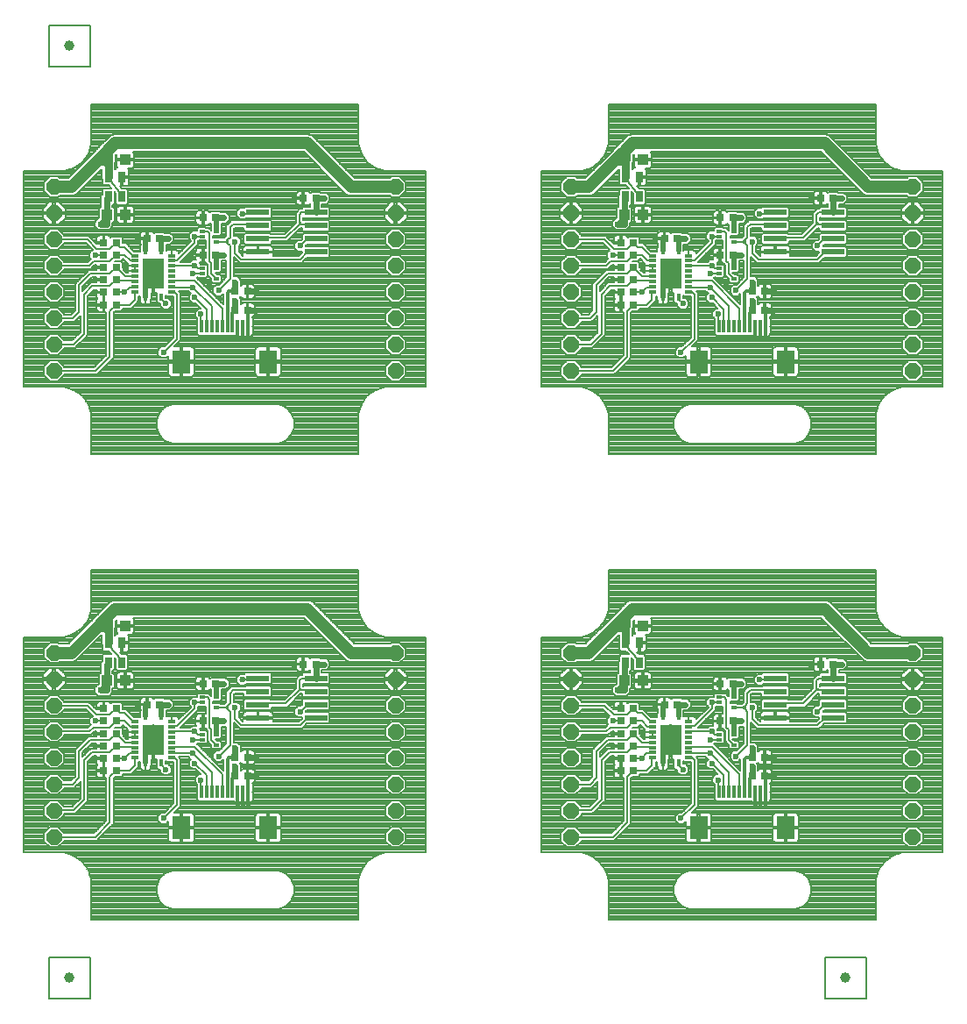
<source format=gtl>
G75*
%MOIN*%
%OFA0B0*%
%FSLAX25Y25*%
%IPPOS*%
%LPD*%
%AMOC8*
5,1,8,0,0,1.08239X$1,22.5*
%
%ADD10R,0.01181X0.05118*%
%ADD11R,0.07087X0.08661*%
%ADD12OC8,0.05906*%
%ADD13R,0.08661X0.02362*%
%ADD14R,0.08661X0.02372*%
%ADD15R,0.01969X0.01181*%
%ADD16R,0.01378X0.02953*%
%ADD17R,0.02953X0.01378*%
%ADD18R,0.07874X0.11811*%
%ADD19R,0.02756X0.04331*%
%ADD20R,0.03937X0.03937*%
%ADD21R,0.02756X0.02756*%
%ADD22C,0.03937*%
%ADD23C,0.00787*%
%ADD24C,0.02362*%
%ADD25C,0.01181*%
%ADD26C,0.01969*%
%ADD27C,0.02362*%
%ADD28C,0.03150*%
%ADD29C,0.04724*%
D10*
X0173562Y0148106D03*
X0175531Y0148106D03*
X0177499Y0148106D03*
X0179468Y0148106D03*
X0181436Y0148106D03*
X0183405Y0148106D03*
X0185373Y0148106D03*
X0187342Y0148106D03*
X0189310Y0148106D03*
X0191279Y0148106D03*
X0370413Y0148106D03*
X0372381Y0148106D03*
X0374350Y0148106D03*
X0376318Y0148106D03*
X0378287Y0148106D03*
X0380255Y0148106D03*
X0382224Y0148106D03*
X0384192Y0148106D03*
X0386161Y0148106D03*
X0388129Y0148106D03*
X0388129Y0325272D03*
X0386161Y0325272D03*
X0384192Y0325272D03*
X0382224Y0325272D03*
X0380255Y0325272D03*
X0378287Y0325272D03*
X0376318Y0325272D03*
X0374350Y0325272D03*
X0372381Y0325272D03*
X0370413Y0325272D03*
X0191279Y0325272D03*
X0189310Y0325272D03*
X0187342Y0325272D03*
X0185373Y0325272D03*
X0183405Y0325272D03*
X0181436Y0325272D03*
X0179468Y0325272D03*
X0177499Y0325272D03*
X0175531Y0325272D03*
X0173562Y0325272D03*
D11*
X0165885Y0311689D03*
X0198956Y0311689D03*
X0362735Y0311689D03*
X0395806Y0311689D03*
X0395806Y0134524D03*
X0362735Y0134524D03*
X0198956Y0134524D03*
X0165885Y0134524D03*
D12*
X0117420Y0131020D03*
X0117420Y0141020D03*
X0117420Y0151020D03*
X0117420Y0161020D03*
X0117420Y0171020D03*
X0117420Y0181020D03*
X0117420Y0191020D03*
X0117420Y0201020D03*
X0117420Y0308185D03*
X0117420Y0318185D03*
X0117420Y0328185D03*
X0117420Y0338185D03*
X0117420Y0348185D03*
X0117420Y0358185D03*
X0117420Y0368185D03*
X0117420Y0378185D03*
X0247420Y0378185D03*
X0247420Y0368185D03*
X0247420Y0358185D03*
X0247420Y0348185D03*
X0247420Y0338185D03*
X0247420Y0328185D03*
X0247420Y0318185D03*
X0247420Y0308185D03*
X0314271Y0308185D03*
X0314271Y0318185D03*
X0314271Y0328185D03*
X0314271Y0338185D03*
X0314271Y0348185D03*
X0314271Y0358185D03*
X0314271Y0368185D03*
X0314271Y0378185D03*
X0444271Y0378185D03*
X0444271Y0368185D03*
X0444271Y0358185D03*
X0444271Y0348185D03*
X0444271Y0338185D03*
X0444271Y0328185D03*
X0444271Y0318185D03*
X0444271Y0308185D03*
X0444271Y0201020D03*
X0444271Y0191020D03*
X0444271Y0181020D03*
X0444271Y0171020D03*
X0444271Y0161020D03*
X0444271Y0151020D03*
X0444271Y0141020D03*
X0444271Y0131020D03*
X0314271Y0131020D03*
X0314271Y0141020D03*
X0314271Y0151020D03*
X0314271Y0161020D03*
X0314271Y0171020D03*
X0314271Y0181020D03*
X0314271Y0191020D03*
X0314271Y0201020D03*
X0247420Y0201020D03*
X0247420Y0191020D03*
X0247420Y0181020D03*
X0247420Y0171020D03*
X0247420Y0161020D03*
X0247420Y0151020D03*
X0247420Y0141020D03*
X0247420Y0131020D03*
D13*
X0217066Y0176236D03*
X0217066Y0181236D03*
X0217066Y0186236D03*
X0195019Y0186236D03*
X0195019Y0191236D03*
X0195019Y0181236D03*
X0195019Y0176236D03*
X0195019Y0353402D03*
X0195019Y0358402D03*
X0195019Y0363402D03*
X0195019Y0368402D03*
X0217066Y0363402D03*
X0217066Y0358402D03*
X0217066Y0353402D03*
X0391869Y0353402D03*
X0391869Y0358402D03*
X0391869Y0363402D03*
X0391869Y0368402D03*
X0413917Y0363402D03*
X0413917Y0358402D03*
X0413917Y0353402D03*
X0391869Y0191236D03*
X0391869Y0186236D03*
X0391869Y0181236D03*
X0391869Y0176236D03*
X0413917Y0176236D03*
X0413917Y0181236D03*
X0413917Y0186236D03*
D14*
X0413917Y0191236D03*
X0413917Y0368402D03*
X0217066Y0368402D03*
X0217066Y0191236D03*
D15*
X0179271Y0184130D03*
X0179271Y0180193D03*
X0173759Y0180193D03*
X0173759Y0182161D03*
X0173759Y0184130D03*
X0173759Y0169957D03*
X0173759Y0167988D03*
X0173759Y0166020D03*
X0179271Y0166020D03*
X0179271Y0169957D03*
X0179271Y0343185D03*
X0179271Y0347122D03*
X0173759Y0347122D03*
X0173759Y0345154D03*
X0173759Y0343185D03*
X0173759Y0357358D03*
X0173759Y0359327D03*
X0173759Y0361295D03*
X0179271Y0361295D03*
X0179271Y0357358D03*
X0370609Y0357358D03*
X0370609Y0359327D03*
X0370609Y0361295D03*
X0376121Y0361295D03*
X0376121Y0357358D03*
X0376121Y0347122D03*
X0376121Y0343185D03*
X0370609Y0343185D03*
X0370609Y0345154D03*
X0370609Y0347122D03*
X0370609Y0184130D03*
X0370609Y0182161D03*
X0370609Y0180193D03*
X0376121Y0180193D03*
X0376121Y0184130D03*
X0376121Y0169957D03*
X0376121Y0166020D03*
X0370609Y0166020D03*
X0370609Y0167988D03*
X0370609Y0169957D03*
D16*
X0355058Y0176846D03*
X0349153Y0176846D03*
X0349153Y0159130D03*
X0355058Y0159130D03*
X0355058Y0336295D03*
X0349153Y0336295D03*
X0349153Y0354012D03*
X0355058Y0354012D03*
X0158208Y0354012D03*
X0152302Y0354012D03*
X0152302Y0336295D03*
X0158208Y0336295D03*
X0158208Y0176846D03*
X0152302Y0176846D03*
X0152302Y0159130D03*
X0158208Y0159130D03*
D17*
X0162145Y0161098D03*
X0162145Y0163067D03*
X0162145Y0165035D03*
X0162145Y0167004D03*
X0162145Y0168972D03*
X0162145Y0170941D03*
X0162145Y0172909D03*
X0162145Y0174878D03*
X0148365Y0174878D03*
X0148365Y0172909D03*
X0148365Y0170941D03*
X0148365Y0168972D03*
X0148365Y0167004D03*
X0148365Y0165035D03*
X0148365Y0163067D03*
X0148365Y0161098D03*
X0148365Y0338264D03*
X0148365Y0340232D03*
X0148365Y0342201D03*
X0148365Y0344169D03*
X0148365Y0346138D03*
X0148365Y0348106D03*
X0148365Y0350075D03*
X0148365Y0352043D03*
X0162145Y0352043D03*
X0162145Y0350075D03*
X0162145Y0348106D03*
X0162145Y0346138D03*
X0162145Y0344169D03*
X0162145Y0342201D03*
X0162145Y0340232D03*
X0162145Y0338264D03*
X0345216Y0338264D03*
X0345216Y0340232D03*
X0345216Y0342201D03*
X0345216Y0344169D03*
X0345216Y0346138D03*
X0345216Y0348106D03*
X0345216Y0350075D03*
X0345216Y0352043D03*
X0358995Y0352043D03*
X0358995Y0350075D03*
X0358995Y0348106D03*
X0358995Y0346138D03*
X0358995Y0344169D03*
X0358995Y0342201D03*
X0358995Y0340232D03*
X0358995Y0338264D03*
X0358995Y0174878D03*
X0358995Y0172909D03*
X0358995Y0170941D03*
X0358995Y0168972D03*
X0358995Y0167004D03*
X0358995Y0165035D03*
X0358995Y0163067D03*
X0358995Y0161098D03*
X0345216Y0161098D03*
X0345216Y0163067D03*
X0345216Y0165035D03*
X0345216Y0167004D03*
X0345216Y0168972D03*
X0345216Y0170941D03*
X0345216Y0172909D03*
X0345216Y0174878D03*
D18*
X0352106Y0167988D03*
X0352106Y0345154D03*
X0155255Y0345154D03*
X0155255Y0167988D03*
D19*
X0143247Y0197319D03*
X0138129Y0197319D03*
X0138129Y0204799D03*
X0143247Y0204799D03*
X0143247Y0374484D03*
X0138129Y0374484D03*
X0138129Y0381965D03*
X0143247Y0381965D03*
X0334980Y0381965D03*
X0340098Y0381965D03*
X0340098Y0374484D03*
X0334980Y0374484D03*
X0334980Y0204799D03*
X0340098Y0204799D03*
X0340098Y0197319D03*
X0334980Y0197319D03*
D20*
X0334389Y0190429D03*
X0341476Y0190429D03*
X0341476Y0211295D03*
X0334389Y0211295D03*
X0334389Y0367594D03*
X0341476Y0367594D03*
X0341476Y0388461D03*
X0334389Y0388461D03*
X0144625Y0388461D03*
X0137539Y0388461D03*
X0137539Y0367594D03*
X0144625Y0367594D03*
X0144625Y0211295D03*
X0137539Y0211295D03*
X0137539Y0190429D03*
X0144625Y0190429D03*
D21*
X0141082Y0179799D03*
X0141082Y0175075D03*
X0136357Y0175075D03*
X0136357Y0179799D03*
X0136357Y0170350D03*
X0136357Y0165626D03*
X0136357Y0160902D03*
X0136357Y0156177D03*
X0141082Y0156177D03*
X0141082Y0160902D03*
X0141082Y0165626D03*
X0141082Y0170350D03*
X0152893Y0181374D03*
X0157617Y0181374D03*
X0174153Y0175075D03*
X0178877Y0175075D03*
X0178877Y0189248D03*
X0174153Y0189248D03*
X0186357Y0161295D03*
X0191082Y0161295D03*
X0191082Y0154209D03*
X0186357Y0154209D03*
X0212342Y0196728D03*
X0217066Y0196728D03*
X0333208Y0179799D03*
X0333208Y0175075D03*
X0337932Y0175075D03*
X0337932Y0179799D03*
X0337932Y0170350D03*
X0337932Y0165626D03*
X0333208Y0165626D03*
X0333208Y0170350D03*
X0333208Y0160902D03*
X0337932Y0160902D03*
X0337932Y0156177D03*
X0333208Y0156177D03*
X0349743Y0181374D03*
X0354468Y0181374D03*
X0371003Y0175075D03*
X0375728Y0175075D03*
X0375728Y0189248D03*
X0371003Y0189248D03*
X0383208Y0161295D03*
X0387932Y0161295D03*
X0387932Y0154209D03*
X0383208Y0154209D03*
X0409192Y0196728D03*
X0413917Y0196728D03*
X0387932Y0331374D03*
X0383208Y0331374D03*
X0383208Y0338461D03*
X0387932Y0338461D03*
X0375728Y0352240D03*
X0371003Y0352240D03*
X0371003Y0366413D03*
X0375728Y0366413D03*
X0354468Y0358539D03*
X0349743Y0358539D03*
X0337932Y0356965D03*
X0333208Y0356965D03*
X0333208Y0352240D03*
X0333208Y0347516D03*
X0337932Y0347516D03*
X0337932Y0352240D03*
X0337932Y0342791D03*
X0337932Y0338067D03*
X0333208Y0338067D03*
X0333208Y0342791D03*
X0333208Y0333343D03*
X0337932Y0333343D03*
X0409192Y0373894D03*
X0413917Y0373894D03*
X0217066Y0373894D03*
X0212342Y0373894D03*
X0178877Y0366413D03*
X0174153Y0366413D03*
X0174153Y0352240D03*
X0178877Y0352240D03*
X0186357Y0338461D03*
X0191082Y0338461D03*
X0191082Y0331374D03*
X0186357Y0331374D03*
X0157617Y0358539D03*
X0152893Y0358539D03*
X0141082Y0356965D03*
X0136357Y0356965D03*
X0136357Y0352240D03*
X0136357Y0347516D03*
X0136357Y0342791D03*
X0136357Y0338067D03*
X0136357Y0333343D03*
X0141082Y0333343D03*
X0141082Y0338067D03*
X0141082Y0342791D03*
X0141082Y0347516D03*
X0141082Y0352240D03*
D22*
X0123365Y0431768D03*
X0123365Y0077437D03*
X0418641Y0077437D03*
D23*
X0115491Y0069563D02*
X0115491Y0085311D01*
X0131239Y0085311D01*
X0131239Y0069563D01*
X0115491Y0069563D01*
X0131633Y0099484D02*
X0131633Y0114803D01*
X0130438Y0118480D01*
X0128166Y0121608D01*
X0125038Y0123880D01*
X0121361Y0125075D01*
X0106043Y0125075D01*
X0106043Y0206965D01*
X0121361Y0206965D01*
X0125038Y0208159D01*
X0125038Y0208159D01*
X0128166Y0210432D01*
X0130438Y0213559D01*
X0131633Y0217236D01*
X0131633Y0219332D01*
X0131633Y0232555D01*
X0233208Y0232555D01*
X0233208Y0217236D01*
X0234403Y0213559D01*
X0236675Y0210432D01*
X0236675Y0210432D01*
X0239803Y0208159D01*
X0243480Y0206965D01*
X0258798Y0206965D01*
X0258798Y0125075D01*
X0243480Y0125075D01*
X0239803Y0123880D01*
X0239803Y0123880D01*
X0236675Y0121608D01*
X0236675Y0121608D01*
X0236675Y0121608D01*
X0234403Y0118480D01*
X0233208Y0114803D01*
X0233208Y0099484D01*
X0131633Y0099484D01*
X0131633Y0100191D02*
X0233208Y0100191D01*
X0233208Y0100977D02*
X0131633Y0100977D01*
X0131633Y0101763D02*
X0233208Y0101763D01*
X0233208Y0102549D02*
X0131633Y0102549D01*
X0131633Y0103335D02*
X0233208Y0103335D01*
X0233208Y0104121D02*
X0204495Y0104121D01*
X0205555Y0104560D02*
X0207660Y0106664D01*
X0208798Y0109414D01*
X0208798Y0112390D01*
X0207660Y0115139D01*
X0205555Y0117243D01*
X0202806Y0118382D01*
X0162429Y0118382D01*
X0159679Y0117243D01*
X0157575Y0115139D01*
X0156436Y0112390D01*
X0156436Y0109414D01*
X0157575Y0106664D01*
X0159679Y0104560D01*
X0162429Y0103421D01*
X0202806Y0103421D01*
X0205555Y0104560D01*
X0205902Y0104907D02*
X0233208Y0104907D01*
X0233208Y0105693D02*
X0206688Y0105693D01*
X0207474Y0106479D02*
X0233208Y0106479D01*
X0233208Y0107264D02*
X0207908Y0107264D01*
X0208234Y0108050D02*
X0233208Y0108050D01*
X0233208Y0108836D02*
X0208559Y0108836D01*
X0208798Y0109622D02*
X0233208Y0109622D01*
X0233208Y0110408D02*
X0208798Y0110408D01*
X0208798Y0111194D02*
X0233208Y0111194D01*
X0233208Y0111980D02*
X0208798Y0111980D01*
X0208643Y0112766D02*
X0233208Y0112766D01*
X0233208Y0113552D02*
X0208317Y0113552D01*
X0207991Y0114338D02*
X0233208Y0114338D01*
X0233312Y0115124D02*
X0207666Y0115124D01*
X0206889Y0115910D02*
X0233567Y0115910D01*
X0233823Y0116695D02*
X0206103Y0116695D01*
X0204980Y0117481D02*
X0234078Y0117481D01*
X0234333Y0118267D02*
X0203083Y0118267D01*
X0202683Y0128799D02*
X0203037Y0128894D01*
X0203355Y0129078D01*
X0203614Y0129337D01*
X0203798Y0129655D01*
X0203893Y0130009D01*
X0203893Y0134130D01*
X0199350Y0134130D01*
X0199350Y0134917D01*
X0203893Y0134917D01*
X0203893Y0139038D01*
X0203798Y0139392D01*
X0203614Y0139710D01*
X0203355Y0139970D01*
X0203037Y0140153D01*
X0202683Y0140248D01*
X0199350Y0140248D01*
X0199350Y0134917D01*
X0198562Y0134917D01*
X0198562Y0134130D01*
X0194019Y0134130D01*
X0194019Y0130009D01*
X0194114Y0129655D01*
X0194297Y0129337D01*
X0194557Y0129078D01*
X0194875Y0128894D01*
X0195229Y0128799D01*
X0198562Y0128799D01*
X0198562Y0134130D01*
X0199350Y0134130D01*
X0199350Y0128799D01*
X0202683Y0128799D01*
X0203547Y0129270D02*
X0243602Y0129270D01*
X0243483Y0129389D02*
X0245790Y0127083D01*
X0249051Y0127083D01*
X0251357Y0129389D01*
X0251357Y0132650D01*
X0249051Y0134957D01*
X0245790Y0134957D01*
X0243483Y0132650D01*
X0243483Y0129389D01*
X0243483Y0130056D02*
X0203893Y0130056D01*
X0203893Y0130842D02*
X0243483Y0130842D01*
X0243483Y0131628D02*
X0203893Y0131628D01*
X0203893Y0132414D02*
X0243483Y0132414D01*
X0244033Y0133200D02*
X0203893Y0133200D01*
X0203893Y0133986D02*
X0244819Y0133986D01*
X0245604Y0134771D02*
X0199350Y0134771D01*
X0199350Y0133986D02*
X0198562Y0133986D01*
X0198562Y0134771D02*
X0166279Y0134771D01*
X0166279Y0134917D02*
X0170822Y0134917D01*
X0170822Y0139038D01*
X0170727Y0139392D01*
X0170544Y0139710D01*
X0170284Y0139970D01*
X0169966Y0140153D01*
X0169612Y0140248D01*
X0166279Y0140248D01*
X0166279Y0134917D01*
X0166279Y0134130D01*
X0170822Y0134130D01*
X0170822Y0130009D01*
X0170727Y0129655D01*
X0170544Y0129337D01*
X0170284Y0129078D01*
X0169966Y0128894D01*
X0169612Y0128799D01*
X0166279Y0128799D01*
X0166279Y0134130D01*
X0165491Y0134130D01*
X0160948Y0134130D01*
X0160948Y0130009D01*
X0161043Y0129655D01*
X0161226Y0129337D01*
X0161486Y0129078D01*
X0161804Y0128894D01*
X0162158Y0128799D01*
X0165491Y0128799D01*
X0165491Y0134130D01*
X0165491Y0134917D01*
X0160948Y0134917D01*
X0160948Y0136761D01*
X0160089Y0135902D01*
X0158295Y0135902D01*
X0157027Y0137170D01*
X0157027Y0138964D01*
X0158295Y0140232D01*
X0159409Y0140232D01*
X0162932Y0143756D01*
X0162932Y0159425D01*
X0160261Y0159425D01*
X0159881Y0159805D01*
X0159881Y0158736D01*
X0160876Y0158736D01*
X0162145Y0157468D01*
X0162145Y0155674D01*
X0160876Y0154406D01*
X0159083Y0154406D01*
X0157814Y0155674D01*
X0157814Y0156669D01*
X0157111Y0156669D01*
X0156535Y0157246D01*
X0156535Y0160689D01*
X0155649Y0160689D01*
X0155649Y0167594D01*
X0154861Y0167594D01*
X0154861Y0160689D01*
X0154450Y0160689D01*
X0154468Y0160671D01*
X0154468Y0158376D01*
X0154385Y0158294D01*
X0154385Y0157470D01*
X0154290Y0157116D01*
X0154107Y0156798D01*
X0153847Y0156538D01*
X0153529Y0156355D01*
X0153175Y0156260D01*
X0152302Y0156260D01*
X0152302Y0159130D01*
X0152302Y0159130D01*
X0152302Y0156260D01*
X0151430Y0156260D01*
X0151075Y0156355D01*
X0150758Y0156538D01*
X0150498Y0156798D01*
X0150315Y0157116D01*
X0150220Y0157470D01*
X0150220Y0157900D01*
X0150137Y0157983D01*
X0150137Y0159425D01*
X0149546Y0159425D01*
X0149546Y0157575D01*
X0148739Y0156768D01*
X0146771Y0154799D01*
X0143444Y0154799D01*
X0143444Y0154392D01*
X0142868Y0153815D01*
X0140668Y0153815D01*
X0140098Y0153244D01*
X0140098Y0135921D01*
X0139290Y0135114D01*
X0134665Y0130488D01*
X0133857Y0129681D01*
X0121357Y0129681D01*
X0121357Y0129389D01*
X0119051Y0127083D01*
X0115790Y0127083D01*
X0113483Y0129389D01*
X0113483Y0132650D01*
X0115790Y0134957D01*
X0119051Y0134957D01*
X0121357Y0132650D01*
X0121357Y0132437D01*
X0132716Y0132437D01*
X0137342Y0137063D01*
X0137342Y0153406D01*
X0136653Y0153406D01*
X0136653Y0155882D01*
X0136062Y0155882D01*
X0133586Y0155882D01*
X0133586Y0154616D01*
X0133681Y0154261D01*
X0133864Y0153943D01*
X0134124Y0153684D01*
X0134442Y0153500D01*
X0134796Y0153406D01*
X0136062Y0153406D01*
X0136062Y0155882D01*
X0136062Y0156472D01*
X0133586Y0156472D01*
X0133586Y0157739D01*
X0133681Y0158093D01*
X0133864Y0158411D01*
X0133993Y0158539D01*
X0133864Y0158668D01*
X0133681Y0158986D01*
X0133586Y0159340D01*
X0133586Y0160606D01*
X0136062Y0160606D01*
X0136653Y0160606D01*
X0136653Y0156473D01*
X0136062Y0156473D01*
X0136062Y0158130D01*
X0136062Y0160606D01*
X0136062Y0161197D01*
X0133586Y0161197D01*
X0133586Y0161886D01*
X0132598Y0161886D01*
X0130255Y0159543D01*
X0130255Y0144583D01*
X0125511Y0139839D01*
X0121357Y0139839D01*
X0121357Y0139389D01*
X0119051Y0137083D01*
X0115790Y0137083D01*
X0113483Y0139389D01*
X0113483Y0142650D01*
X0115790Y0144957D01*
X0119051Y0144957D01*
X0121357Y0142650D01*
X0121357Y0142594D01*
X0124369Y0142594D01*
X0127499Y0145724D01*
X0127499Y0152063D01*
X0127479Y0152043D01*
X0125924Y0150488D01*
X0125117Y0149681D01*
X0121357Y0149681D01*
X0121357Y0149389D01*
X0119051Y0147083D01*
X0115790Y0147083D01*
X0113483Y0149389D01*
X0113483Y0152650D01*
X0115790Y0154957D01*
X0119051Y0154957D01*
X0121357Y0152650D01*
X0121357Y0152437D01*
X0123976Y0152437D01*
X0125531Y0153992D01*
X0125531Y0164228D01*
X0130669Y0169366D01*
X0133586Y0169366D01*
X0133586Y0170055D01*
X0136062Y0170055D01*
X0136062Y0170646D01*
X0133586Y0170646D01*
X0133586Y0171335D01*
X0132991Y0171335D01*
X0132224Y0170567D01*
X0131416Y0169760D01*
X0121357Y0169760D01*
X0121357Y0169389D01*
X0119051Y0167083D01*
X0115790Y0167083D01*
X0113483Y0169389D01*
X0113483Y0172650D01*
X0115790Y0174957D01*
X0119051Y0174957D01*
X0121357Y0172650D01*
X0121357Y0172516D01*
X0130275Y0172516D01*
X0131490Y0173731D01*
X0131043Y0174178D01*
X0131043Y0175972D01*
X0132080Y0177010D01*
X0129487Y0179602D01*
X0121357Y0179602D01*
X0121357Y0179389D01*
X0119051Y0177083D01*
X0115790Y0177083D01*
X0113483Y0179389D01*
X0113483Y0182650D01*
X0115790Y0184957D01*
X0119051Y0184957D01*
X0121357Y0182650D01*
X0121357Y0182358D01*
X0130629Y0182358D01*
X0131436Y0181551D01*
X0133586Y0179401D01*
X0133586Y0179504D01*
X0136062Y0179504D01*
X0136062Y0180094D01*
X0133586Y0180094D01*
X0133586Y0181361D01*
X0133681Y0181715D01*
X0133864Y0182033D01*
X0134124Y0182292D01*
X0134442Y0182476D01*
X0134796Y0182571D01*
X0136062Y0182571D01*
X0136062Y0180095D01*
X0136653Y0180095D01*
X0136653Y0182571D01*
X0137919Y0182571D01*
X0138273Y0182476D01*
X0138591Y0182292D01*
X0138851Y0182033D01*
X0138967Y0181832D01*
X0139296Y0182161D01*
X0142868Y0182161D01*
X0143444Y0181585D01*
X0143444Y0179602D01*
X0144802Y0179602D01*
X0147853Y0176551D01*
X0150137Y0176551D01*
X0150137Y0177994D01*
X0150220Y0178076D01*
X0150220Y0178506D01*
X0150315Y0178861D01*
X0150448Y0179092D01*
X0150400Y0179140D01*
X0150216Y0179458D01*
X0150121Y0179813D01*
X0150121Y0181079D01*
X0152598Y0181079D01*
X0152598Y0181669D01*
X0150121Y0181669D01*
X0150121Y0182935D01*
X0150216Y0183290D01*
X0150400Y0183608D01*
X0150659Y0183867D01*
X0150977Y0184051D01*
X0151331Y0184146D01*
X0152598Y0184146D01*
X0152598Y0181669D01*
X0153188Y0181669D01*
X0153188Y0184146D01*
X0154454Y0184146D01*
X0154809Y0184051D01*
X0155127Y0183867D01*
X0155386Y0183608D01*
X0155502Y0183407D01*
X0155832Y0183736D01*
X0159403Y0183736D01*
X0159600Y0183539D01*
X0161664Y0183539D01*
X0162932Y0182271D01*
X0162932Y0180477D01*
X0161664Y0179209D01*
X0160176Y0179209D01*
X0160176Y0176878D01*
X0160485Y0176961D01*
X0162145Y0176961D01*
X0162145Y0174878D01*
X0162145Y0174878D01*
X0162145Y0176961D01*
X0163805Y0176961D01*
X0164159Y0176866D01*
X0164477Y0176682D01*
X0164736Y0176423D01*
X0164920Y0176105D01*
X0165013Y0175758D01*
X0169625Y0180370D01*
X0169625Y0180477D01*
X0168838Y0181264D01*
X0168838Y0183058D01*
X0170106Y0184327D01*
X0171791Y0184327D01*
X0171791Y0185128D01*
X0172367Y0185705D01*
X0175151Y0185705D01*
X0175348Y0185508D01*
X0176298Y0185508D01*
X0177105Y0184701D01*
X0177302Y0184504D01*
X0177302Y0186886D01*
X0177092Y0186886D01*
X0176762Y0187215D01*
X0176646Y0187014D01*
X0176386Y0186755D01*
X0176069Y0186571D01*
X0175714Y0186476D01*
X0174448Y0186476D01*
X0174448Y0188953D01*
X0173857Y0188953D01*
X0171381Y0188953D01*
X0171381Y0187687D01*
X0171476Y0187332D01*
X0171660Y0187014D01*
X0171919Y0186755D01*
X0172237Y0186571D01*
X0172591Y0186476D01*
X0173857Y0186476D01*
X0173857Y0188953D01*
X0173857Y0189543D01*
X0171381Y0189543D01*
X0171381Y0190809D01*
X0171476Y0191164D01*
X0171660Y0191482D01*
X0171919Y0191741D01*
X0172237Y0191925D01*
X0172591Y0192020D01*
X0173857Y0192020D01*
X0173857Y0189543D01*
X0174448Y0189543D01*
X0174448Y0192020D01*
X0175714Y0192020D01*
X0176069Y0191925D01*
X0176386Y0191741D01*
X0176646Y0191482D01*
X0176762Y0191281D01*
X0177092Y0191610D01*
X0180663Y0191610D01*
X0180860Y0191413D01*
X0182924Y0191413D01*
X0184192Y0190145D01*
X0184192Y0188351D01*
X0182924Y0187083D01*
X0181239Y0187083D01*
X0181239Y0183132D01*
X0180663Y0182555D01*
X0177893Y0182555D01*
X0177893Y0181768D01*
X0180663Y0181768D01*
X0180860Y0181571D01*
X0182243Y0181571D01*
X0183011Y0182338D01*
X0183011Y0186275D01*
X0183818Y0187083D01*
X0184999Y0188264D01*
X0190143Y0188264D01*
X0190280Y0188402D01*
X0199757Y0188402D01*
X0200334Y0187825D01*
X0200334Y0184647D01*
X0199757Y0184071D01*
X0190280Y0184071D01*
X0189704Y0184647D01*
X0189704Y0185508D01*
X0186141Y0185508D01*
X0185767Y0185134D01*
X0185767Y0182358D01*
X0187254Y0182358D01*
X0188523Y0181090D01*
X0188523Y0179296D01*
X0187735Y0178509D01*
X0187735Y0176433D01*
X0189290Y0174878D01*
X0189294Y0174878D01*
X0189294Y0176039D01*
X0194822Y0176039D01*
X0194822Y0176433D01*
X0189294Y0176433D01*
X0189294Y0177601D01*
X0189389Y0177955D01*
X0189573Y0178273D01*
X0189832Y0178533D01*
X0190150Y0178716D01*
X0190505Y0178811D01*
X0194822Y0178811D01*
X0194822Y0176433D01*
X0195216Y0176433D01*
X0200743Y0176433D01*
X0200743Y0177601D01*
X0200648Y0177955D01*
X0200465Y0178273D01*
X0200205Y0178533D01*
X0199888Y0178716D01*
X0199533Y0178811D01*
X0195216Y0178811D01*
X0195216Y0176433D01*
X0195216Y0176039D01*
X0200743Y0176039D01*
X0200743Y0174878D01*
X0210590Y0174878D01*
X0211751Y0176039D01*
X0211751Y0176453D01*
X0210264Y0176453D01*
X0208995Y0177721D01*
X0208995Y0179515D01*
X0210264Y0180783D01*
X0211377Y0180783D01*
X0211751Y0181157D01*
X0211751Y0182825D01*
X0212328Y0183402D01*
X0221805Y0183402D01*
X0222381Y0182825D01*
X0222381Y0179647D01*
X0221805Y0179071D01*
X0213562Y0179071D01*
X0213326Y0178835D01*
X0213326Y0178402D01*
X0221805Y0178402D01*
X0222381Y0177825D01*
X0222381Y0174647D01*
X0221805Y0174071D01*
X0213680Y0174071D01*
X0212539Y0172929D01*
X0211731Y0172122D01*
X0188149Y0172122D01*
X0185787Y0174484D01*
X0185767Y0174504D01*
X0185767Y0167004D01*
X0187254Y0167004D01*
X0188523Y0165735D01*
X0188523Y0163415D01*
X0188589Y0163529D01*
X0188848Y0163788D01*
X0189166Y0163972D01*
X0189520Y0164067D01*
X0190787Y0164067D01*
X0190787Y0161591D01*
X0191377Y0161591D01*
X0191377Y0164067D01*
X0192643Y0164067D01*
X0192998Y0163972D01*
X0193316Y0163788D01*
X0193575Y0163529D01*
X0193759Y0163211D01*
X0193854Y0162857D01*
X0193854Y0161591D01*
X0191377Y0161591D01*
X0191377Y0161000D01*
X0191377Y0158524D01*
X0192643Y0158524D01*
X0192998Y0158619D01*
X0193316Y0158802D01*
X0193575Y0159062D01*
X0193759Y0159379D01*
X0193854Y0159734D01*
X0193854Y0161000D01*
X0191377Y0161000D01*
X0190787Y0161000D01*
X0190787Y0158524D01*
X0189520Y0158524D01*
X0189166Y0158619D01*
X0188848Y0158802D01*
X0188589Y0159062D01*
X0188473Y0159263D01*
X0188191Y0158981D01*
X0188523Y0158649D01*
X0188523Y0156328D01*
X0188589Y0156442D01*
X0188848Y0156702D01*
X0189166Y0156885D01*
X0189520Y0156980D01*
X0190787Y0156980D01*
X0190787Y0154504D01*
X0191377Y0154504D01*
X0191377Y0156980D01*
X0192643Y0156980D01*
X0192998Y0156885D01*
X0193316Y0156702D01*
X0193575Y0156442D01*
X0193759Y0156125D01*
X0193854Y0155770D01*
X0193854Y0154504D01*
X0191377Y0154504D01*
X0191377Y0153913D01*
X0193854Y0153913D01*
X0193854Y0152647D01*
X0193759Y0152293D01*
X0193575Y0151975D01*
X0193316Y0151715D01*
X0192998Y0151532D01*
X0192979Y0151527D01*
X0192985Y0151521D01*
X0193168Y0151203D01*
X0193263Y0150849D01*
X0193263Y0148106D01*
X0193050Y0148106D01*
X0193050Y0148106D01*
X0193263Y0148106D01*
X0193263Y0145364D01*
X0193168Y0145009D01*
X0192985Y0144691D01*
X0192725Y0144432D01*
X0192407Y0144249D01*
X0192053Y0144154D01*
X0191279Y0144154D01*
X0191279Y0145305D01*
X0191279Y0145305D01*
X0191279Y0144154D01*
X0190505Y0144154D01*
X0190294Y0144210D01*
X0190084Y0144154D01*
X0189310Y0144154D01*
X0189310Y0145305D01*
X0189310Y0145305D01*
X0189310Y0145305D01*
X0189310Y0144154D01*
X0188536Y0144154D01*
X0188326Y0144210D01*
X0188116Y0144154D01*
X0187342Y0144154D01*
X0187342Y0145305D01*
X0187342Y0145305D01*
X0187342Y0144154D01*
X0186568Y0144154D01*
X0186213Y0144249D01*
X0185895Y0144432D01*
X0185764Y0144563D01*
X0172564Y0144563D01*
X0171987Y0145140D01*
X0171987Y0150950D01*
X0171200Y0151737D01*
X0171200Y0153531D01*
X0172468Y0154799D01*
X0173188Y0154799D01*
X0171220Y0156768D01*
X0170106Y0156768D01*
X0168838Y0158036D01*
X0168838Y0159830D01*
X0169713Y0160705D01*
X0169319Y0160705D01*
X0168531Y0161492D01*
X0164881Y0161492D01*
X0164881Y0161492D01*
X0165688Y0160685D01*
X0165688Y0142614D01*
X0163322Y0140248D01*
X0165491Y0140248D01*
X0165491Y0134917D01*
X0166279Y0134917D01*
X0166279Y0135557D02*
X0165491Y0135557D01*
X0165491Y0134771D02*
X0138948Y0134771D01*
X0138162Y0133986D02*
X0160948Y0133986D01*
X0160948Y0133200D02*
X0137376Y0133200D01*
X0136590Y0132414D02*
X0160948Y0132414D01*
X0160948Y0131628D02*
X0135804Y0131628D01*
X0135018Y0130842D02*
X0160948Y0130842D01*
X0160948Y0130056D02*
X0134232Y0130056D01*
X0133287Y0131059D02*
X0117460Y0131059D01*
X0117420Y0131020D01*
X0113483Y0130842D02*
X0106043Y0130842D01*
X0106043Y0131628D02*
X0113483Y0131628D01*
X0113483Y0132414D02*
X0106043Y0132414D01*
X0106043Y0133200D02*
X0114033Y0133200D01*
X0114819Y0133986D02*
X0106043Y0133986D01*
X0106043Y0134771D02*
X0115604Y0134771D01*
X0115743Y0137129D02*
X0106043Y0137129D01*
X0106043Y0136343D02*
X0136622Y0136343D01*
X0137342Y0137129D02*
X0119098Y0137129D01*
X0119884Y0137915D02*
X0137342Y0137915D01*
X0137342Y0138701D02*
X0120670Y0138701D01*
X0121357Y0139487D02*
X0137342Y0139487D01*
X0137342Y0140273D02*
X0125945Y0140273D01*
X0126731Y0141059D02*
X0137342Y0141059D01*
X0137342Y0141845D02*
X0127517Y0141845D01*
X0128303Y0142631D02*
X0137342Y0142631D01*
X0137342Y0143416D02*
X0129089Y0143416D01*
X0129875Y0144202D02*
X0137342Y0144202D01*
X0137342Y0144988D02*
X0130255Y0144988D01*
X0130255Y0145774D02*
X0137342Y0145774D01*
X0137342Y0146560D02*
X0130255Y0146560D01*
X0130255Y0147346D02*
X0137342Y0147346D01*
X0137342Y0148132D02*
X0130255Y0148132D01*
X0130255Y0148918D02*
X0137342Y0148918D01*
X0137342Y0149704D02*
X0130255Y0149704D01*
X0130255Y0150490D02*
X0137342Y0150490D01*
X0137342Y0151276D02*
X0130255Y0151276D01*
X0130255Y0152062D02*
X0137342Y0152062D01*
X0137342Y0152847D02*
X0130255Y0152847D01*
X0130255Y0153633D02*
X0134211Y0153633D01*
X0133638Y0154419D02*
X0130255Y0154419D01*
X0130255Y0155205D02*
X0133586Y0155205D01*
X0133586Y0156777D02*
X0130255Y0156777D01*
X0130255Y0157563D02*
X0133586Y0157563D01*
X0133828Y0158349D02*
X0130255Y0158349D01*
X0130255Y0159135D02*
X0133641Y0159135D01*
X0133586Y0159921D02*
X0130632Y0159921D01*
X0131418Y0160707D02*
X0136062Y0160707D01*
X0136062Y0159921D02*
X0136653Y0159921D01*
X0136653Y0159135D02*
X0136062Y0159135D01*
X0136062Y0158349D02*
X0136653Y0158349D01*
X0136653Y0157563D02*
X0136062Y0157563D01*
X0136062Y0156777D02*
X0136653Y0156777D01*
X0136062Y0155991D02*
X0130255Y0155991D01*
X0126909Y0153421D02*
X0124546Y0151059D01*
X0117460Y0151059D01*
X0117420Y0151020D01*
X0114740Y0148132D02*
X0106043Y0148132D01*
X0106043Y0148918D02*
X0113955Y0148918D01*
X0113483Y0149704D02*
X0106043Y0149704D01*
X0106043Y0150490D02*
X0113483Y0150490D01*
X0113483Y0151276D02*
X0106043Y0151276D01*
X0106043Y0152062D02*
X0113483Y0152062D01*
X0113680Y0152847D02*
X0106043Y0152847D01*
X0106043Y0153633D02*
X0114466Y0153633D01*
X0115252Y0154419D02*
X0106043Y0154419D01*
X0106043Y0155205D02*
X0125531Y0155205D01*
X0125531Y0154419D02*
X0119589Y0154419D01*
X0120375Y0153633D02*
X0125172Y0153633D01*
X0124386Y0152847D02*
X0121160Y0152847D01*
X0120886Y0148918D02*
X0127499Y0148918D01*
X0127499Y0149704D02*
X0125140Y0149704D01*
X0125926Y0150490D02*
X0127499Y0150490D01*
X0127499Y0151276D02*
X0126712Y0151276D01*
X0127498Y0152062D02*
X0127499Y0152062D01*
X0126909Y0153421D02*
X0126909Y0163657D01*
X0131239Y0167988D01*
X0138720Y0167988D01*
X0141082Y0170350D01*
X0144428Y0167004D01*
X0148365Y0167004D01*
X0148365Y0168972D02*
X0145609Y0168972D01*
X0144625Y0169957D01*
X0145609Y0170941D01*
X0148365Y0170941D01*
X0148365Y0170941D01*
X0148365Y0168973D01*
X0148365Y0168973D01*
X0148365Y0170941D01*
X0148365Y0170923D02*
X0148365Y0170923D01*
X0148365Y0170138D02*
X0148365Y0170138D01*
X0148365Y0169352D02*
X0148365Y0169352D01*
X0146318Y0168972D02*
X0145495Y0168972D01*
X0145495Y0168382D01*
X0144999Y0168382D01*
X0143818Y0169563D01*
X0144395Y0169563D01*
X0144625Y0169794D01*
X0144625Y0170120D01*
X0144395Y0170350D01*
X0143444Y0170350D01*
X0143444Y0172136D01*
X0142868Y0172713D01*
X0143444Y0173289D01*
X0143444Y0173697D01*
X0143661Y0173697D01*
X0145506Y0171852D01*
X0145495Y0171813D01*
X0145495Y0170941D01*
X0146318Y0170941D01*
X0146318Y0170941D01*
X0145495Y0170941D01*
X0145495Y0170068D01*
X0145525Y0169957D01*
X0145495Y0169845D01*
X0145495Y0168972D01*
X0146318Y0168972D01*
X0146318Y0168972D01*
X0145495Y0169352D02*
X0144029Y0169352D01*
X0144607Y0170138D02*
X0145495Y0170138D01*
X0145495Y0170923D02*
X0143444Y0170923D01*
X0143444Y0171709D02*
X0145495Y0171709D01*
X0144862Y0172495D02*
X0143085Y0172495D01*
X0142868Y0172713D02*
X0140668Y0172713D01*
X0140668Y0172713D01*
X0142868Y0172713D01*
X0143436Y0173281D02*
X0144076Y0173281D01*
X0144231Y0175075D02*
X0141082Y0175075D01*
X0138720Y0172713D01*
X0132420Y0172713D01*
X0130846Y0171138D01*
X0117539Y0171138D01*
X0117420Y0171020D01*
X0113483Y0170923D02*
X0106043Y0170923D01*
X0106043Y0170138D02*
X0113483Y0170138D01*
X0113521Y0169352D02*
X0106043Y0169352D01*
X0106043Y0168566D02*
X0114307Y0168566D01*
X0115093Y0167780D02*
X0106043Y0167780D01*
X0106043Y0166994D02*
X0128296Y0166994D01*
X0127510Y0166208D02*
X0106043Y0166208D01*
X0106043Y0165422D02*
X0126724Y0165422D01*
X0125939Y0164636D02*
X0119372Y0164636D01*
X0119051Y0164957D02*
X0115790Y0164957D01*
X0113483Y0162650D01*
X0113483Y0159389D01*
X0115790Y0157083D01*
X0119051Y0157083D01*
X0121357Y0159389D01*
X0121357Y0162650D01*
X0119051Y0164957D01*
X0120158Y0163850D02*
X0125531Y0163850D01*
X0125531Y0163064D02*
X0120944Y0163064D01*
X0121357Y0162278D02*
X0125531Y0162278D01*
X0125531Y0161492D02*
X0121357Y0161492D01*
X0121357Y0160707D02*
X0125531Y0160707D01*
X0125531Y0159921D02*
X0121357Y0159921D01*
X0121103Y0159135D02*
X0125531Y0159135D01*
X0125531Y0158349D02*
X0120317Y0158349D01*
X0119531Y0157563D02*
X0125531Y0157563D01*
X0125531Y0156777D02*
X0106043Y0156777D01*
X0106043Y0157563D02*
X0115309Y0157563D01*
X0114524Y0158349D02*
X0106043Y0158349D01*
X0106043Y0159135D02*
X0113738Y0159135D01*
X0113483Y0159921D02*
X0106043Y0159921D01*
X0106043Y0160707D02*
X0113483Y0160707D01*
X0113483Y0161492D02*
X0106043Y0161492D01*
X0106043Y0162278D02*
X0113483Y0162278D01*
X0113897Y0163064D02*
X0106043Y0163064D01*
X0106043Y0163850D02*
X0114683Y0163850D01*
X0115469Y0164636D02*
X0106043Y0164636D01*
X0106043Y0171709D02*
X0113483Y0171709D01*
X0113483Y0172495D02*
X0106043Y0172495D01*
X0106043Y0173281D02*
X0114114Y0173281D01*
X0114900Y0174067D02*
X0106043Y0174067D01*
X0106043Y0174853D02*
X0115686Y0174853D01*
X0115662Y0177211D02*
X0106043Y0177211D01*
X0106043Y0177997D02*
X0114876Y0177997D01*
X0114090Y0178783D02*
X0106043Y0178783D01*
X0106043Y0179568D02*
X0113483Y0179568D01*
X0113483Y0180354D02*
X0106043Y0180354D01*
X0106043Y0181140D02*
X0113483Y0181140D01*
X0113483Y0181926D02*
X0106043Y0181926D01*
X0106043Y0182712D02*
X0113545Y0182712D01*
X0114331Y0183498D02*
X0106043Y0183498D01*
X0106043Y0184284D02*
X0115117Y0184284D01*
X0115620Y0186673D02*
X0113074Y0189219D01*
X0113074Y0190626D01*
X0117027Y0190626D01*
X0117814Y0190626D01*
X0117814Y0186673D01*
X0119221Y0186673D01*
X0121767Y0189219D01*
X0121767Y0190626D01*
X0117814Y0190626D01*
X0117814Y0191413D01*
X0121767Y0191413D01*
X0121767Y0192820D01*
X0119221Y0195366D01*
X0117814Y0195366D01*
X0117814Y0191413D01*
X0117027Y0191413D01*
X0117027Y0190626D01*
X0117027Y0186673D01*
X0115620Y0186673D01*
X0114866Y0187428D02*
X0106043Y0187428D01*
X0106043Y0188214D02*
X0114080Y0188214D01*
X0113294Y0188999D02*
X0106043Y0188999D01*
X0106043Y0189785D02*
X0113074Y0189785D01*
X0113074Y0190571D02*
X0106043Y0190571D01*
X0106043Y0191357D02*
X0117027Y0191357D01*
X0117027Y0191413D02*
X0113074Y0191413D01*
X0113074Y0192820D01*
X0115620Y0195366D01*
X0117027Y0195366D01*
X0117027Y0191413D01*
X0117027Y0192143D02*
X0117814Y0192143D01*
X0117814Y0191357D02*
X0134586Y0191357D01*
X0134586Y0190571D02*
X0121767Y0190571D01*
X0121767Y0189785D02*
X0134586Y0189785D01*
X0134586Y0189358D02*
X0133011Y0187783D01*
X0133011Y0185989D01*
X0134279Y0184720D01*
X0138435Y0184720D01*
X0139704Y0185989D01*
X0139704Y0187476D01*
X0139915Y0187476D01*
X0140491Y0188053D01*
X0140491Y0192805D01*
X0139915Y0193382D01*
X0139704Y0193382D01*
X0139704Y0194169D01*
X0139915Y0194169D01*
X0140491Y0194746D01*
X0140491Y0199307D01*
X0140491Y0198913D01*
X0140885Y0198520D01*
X0140885Y0194746D01*
X0141462Y0194169D01*
X0145033Y0194169D01*
X0145609Y0194746D01*
X0145609Y0199892D01*
X0145033Y0200468D01*
X0143227Y0200468D01*
X0142456Y0201240D01*
X0142952Y0201240D01*
X0142952Y0204504D01*
X0143543Y0204504D01*
X0143543Y0205094D01*
X0146019Y0205094D01*
X0146019Y0207148D01*
X0145924Y0207503D01*
X0145740Y0207820D01*
X0145628Y0207933D01*
X0146777Y0207933D01*
X0147132Y0208028D01*
X0147449Y0208212D01*
X0147709Y0208471D01*
X0147892Y0208789D01*
X0147987Y0209143D01*
X0147987Y0210902D01*
X0145019Y0210902D01*
X0145019Y0211689D01*
X0147987Y0211689D01*
X0147987Y0213447D01*
X0147892Y0213802D01*
X0147709Y0214120D01*
X0147580Y0214248D01*
X0212530Y0214248D01*
X0227615Y0199163D01*
X0228556Y0198222D01*
X0229786Y0197713D01*
X0245160Y0197713D01*
X0245790Y0197083D01*
X0249051Y0197083D01*
X0251357Y0199389D01*
X0251357Y0202650D01*
X0249051Y0204957D01*
X0245790Y0204957D01*
X0245239Y0204405D01*
X0231838Y0204405D01*
X0215812Y0220431D01*
X0214582Y0220941D01*
X0140023Y0220941D01*
X0138793Y0220431D01*
X0137851Y0219490D01*
X0135643Y0217282D01*
X0131552Y0213191D01*
X0122767Y0204405D01*
X0119602Y0204405D01*
X0119051Y0204957D01*
X0115790Y0204957D01*
X0113483Y0202650D01*
X0113483Y0199389D01*
X0115790Y0197083D01*
X0119051Y0197083D01*
X0119681Y0197713D01*
X0124818Y0197713D01*
X0126048Y0198222D01*
X0135570Y0207744D01*
X0135570Y0204290D01*
X0135767Y0203815D01*
X0135767Y0202226D01*
X0136343Y0201650D01*
X0138149Y0201650D01*
X0139330Y0200468D01*
X0136343Y0200468D01*
X0135767Y0199892D01*
X0135767Y0198019D01*
X0135373Y0197625D01*
X0135373Y0193382D01*
X0135162Y0193382D01*
X0134586Y0192805D01*
X0134586Y0189358D01*
X0134228Y0188999D02*
X0121547Y0188999D01*
X0120761Y0188214D02*
X0133442Y0188214D01*
X0133011Y0187428D02*
X0119975Y0187428D01*
X0117814Y0187428D02*
X0117027Y0187428D01*
X0117027Y0188214D02*
X0117814Y0188214D01*
X0117814Y0188999D02*
X0117027Y0188999D01*
X0117027Y0189785D02*
X0117814Y0189785D01*
X0117814Y0190571D02*
X0117027Y0190571D01*
X0117027Y0192929D02*
X0117814Y0192929D01*
X0117814Y0193715D02*
X0117027Y0193715D01*
X0117027Y0194501D02*
X0117814Y0194501D01*
X0117814Y0195287D02*
X0117027Y0195287D01*
X0115541Y0195287D02*
X0106043Y0195287D01*
X0106043Y0196073D02*
X0135373Y0196073D01*
X0135373Y0196859D02*
X0106043Y0196859D01*
X0106043Y0197644D02*
X0115228Y0197644D01*
X0114442Y0198430D02*
X0106043Y0198430D01*
X0106043Y0199216D02*
X0113656Y0199216D01*
X0113483Y0200002D02*
X0106043Y0200002D01*
X0106043Y0200788D02*
X0113483Y0200788D01*
X0113483Y0201574D02*
X0106043Y0201574D01*
X0106043Y0202360D02*
X0113483Y0202360D01*
X0113979Y0203146D02*
X0106043Y0203146D01*
X0106043Y0203932D02*
X0114765Y0203932D01*
X0115551Y0204718D02*
X0106043Y0204718D01*
X0106043Y0205504D02*
X0123865Y0205504D01*
X0124651Y0206290D02*
X0106043Y0206290D01*
X0106043Y0194501D02*
X0114755Y0194501D01*
X0113969Y0193715D02*
X0106043Y0193715D01*
X0106043Y0192929D02*
X0113183Y0192929D01*
X0113074Y0192143D02*
X0106043Y0192143D01*
X0106043Y0186642D02*
X0133011Y0186642D01*
X0133144Y0185856D02*
X0106043Y0185856D01*
X0106043Y0185070D02*
X0133930Y0185070D01*
X0133803Y0181926D02*
X0131061Y0181926D01*
X0131847Y0181140D02*
X0133586Y0181140D01*
X0133586Y0180354D02*
X0132633Y0180354D01*
X0133419Y0179568D02*
X0136062Y0179568D01*
X0136062Y0180354D02*
X0136653Y0180354D01*
X0136653Y0181140D02*
X0136062Y0181140D01*
X0136062Y0181926D02*
X0136653Y0181926D01*
X0138912Y0181926D02*
X0139061Y0181926D01*
X0141082Y0179799D02*
X0138720Y0177437D01*
X0133602Y0177437D01*
X0130058Y0180980D01*
X0117460Y0180980D01*
X0117420Y0181020D01*
X0119965Y0177997D02*
X0131093Y0177997D01*
X0130307Y0178783D02*
X0120751Y0178783D01*
X0121357Y0179568D02*
X0129521Y0179568D01*
X0131879Y0177211D02*
X0119179Y0177211D01*
X0119155Y0174853D02*
X0131043Y0174853D01*
X0131043Y0175639D02*
X0106043Y0175639D01*
X0106043Y0176425D02*
X0131496Y0176425D01*
X0133208Y0175075D02*
X0136357Y0175075D01*
X0136062Y0170138D02*
X0131794Y0170138D01*
X0132580Y0170923D02*
X0133586Y0170923D01*
X0130654Y0169352D02*
X0121320Y0169352D01*
X0120534Y0168566D02*
X0129868Y0168566D01*
X0129082Y0167780D02*
X0119748Y0167780D01*
X0120727Y0173281D02*
X0131040Y0173281D01*
X0131153Y0174067D02*
X0119941Y0174067D01*
X0121296Y0182712D02*
X0150121Y0182712D01*
X0150121Y0181926D02*
X0143103Y0181926D01*
X0143444Y0181140D02*
X0152598Y0181140D01*
X0152598Y0181926D02*
X0153188Y0181926D01*
X0153188Y0182712D02*
X0152598Y0182712D01*
X0152598Y0183498D02*
X0153188Y0183498D01*
X0155449Y0183498D02*
X0155594Y0183498D01*
X0150336Y0183498D02*
X0120510Y0183498D01*
X0119724Y0184284D02*
X0170063Y0184284D01*
X0169277Y0183498D02*
X0161705Y0183498D01*
X0162491Y0182712D02*
X0168838Y0182712D01*
X0168838Y0181926D02*
X0162932Y0181926D01*
X0162932Y0181140D02*
X0168962Y0181140D01*
X0169610Y0180354D02*
X0162810Y0180354D01*
X0162024Y0179568D02*
X0168824Y0179568D01*
X0168038Y0178783D02*
X0160176Y0178783D01*
X0160176Y0177997D02*
X0167252Y0177997D01*
X0166466Y0177211D02*
X0160176Y0177211D01*
X0162145Y0176425D02*
X0162145Y0176425D01*
X0162145Y0175639D02*
X0162145Y0175639D01*
X0164734Y0176425D02*
X0165680Y0176425D01*
X0168006Y0174853D02*
X0173857Y0174853D01*
X0173857Y0174780D02*
X0171381Y0174780D01*
X0171381Y0173513D01*
X0171437Y0173303D01*
X0170106Y0173303D01*
X0169319Y0172516D01*
X0165668Y0172516D01*
X0172381Y0179228D01*
X0172381Y0180477D01*
X0172491Y0180587D01*
X0175137Y0180587D01*
X0175137Y0177846D01*
X0174448Y0177846D01*
X0174448Y0175370D01*
X0173857Y0175370D01*
X0173857Y0174780D01*
X0173857Y0174779D02*
X0174448Y0174779D01*
X0174448Y0172303D01*
X0175137Y0172303D01*
X0175137Y0172142D01*
X0175924Y0171354D01*
X0175924Y0167417D01*
X0177302Y0166039D01*
X0177302Y0165021D01*
X0177879Y0164445D01*
X0180663Y0164445D01*
X0181239Y0165021D01*
X0181239Y0167018D01*
X0180663Y0167594D01*
X0179645Y0167594D01*
X0178857Y0168382D01*
X0180663Y0168382D01*
X0181239Y0168958D01*
X0181239Y0172909D01*
X0182924Y0172909D01*
X0183011Y0172997D01*
X0183011Y0166590D01*
X0180275Y0163854D01*
X0179161Y0163854D01*
X0177893Y0162586D01*
X0177893Y0160792D01*
X0179161Y0159524D01*
X0180955Y0159524D01*
X0181830Y0160398D01*
X0181830Y0156354D01*
X0171737Y0166447D01*
X0171900Y0166610D01*
X0172170Y0166610D01*
X0172367Y0166413D01*
X0175151Y0166413D01*
X0175728Y0166990D01*
X0175728Y0170955D01*
X0175151Y0171531D01*
X0173168Y0171531D01*
X0173168Y0172035D01*
X0172900Y0172303D01*
X0173857Y0172303D01*
X0173857Y0174779D01*
X0173857Y0175370D02*
X0171381Y0175370D01*
X0171381Y0176636D01*
X0171476Y0176991D01*
X0171660Y0177309D01*
X0171919Y0177568D01*
X0172237Y0177751D01*
X0172591Y0177846D01*
X0173857Y0177846D01*
X0173857Y0175370D01*
X0173857Y0175639D02*
X0174448Y0175639D01*
X0174448Y0176425D02*
X0173857Y0176425D01*
X0173857Y0177211D02*
X0174448Y0177211D01*
X0175137Y0177997D02*
X0171149Y0177997D01*
X0171603Y0177211D02*
X0170363Y0177211D01*
X0169577Y0176425D02*
X0171381Y0176425D01*
X0171381Y0175639D02*
X0168792Y0175639D01*
X0167220Y0174067D02*
X0171381Y0174067D01*
X0170084Y0173281D02*
X0166434Y0173281D01*
X0164310Y0173106D02*
X0171003Y0179799D01*
X0171003Y0182161D01*
X0173759Y0182161D01*
X0173759Y0184130D02*
X0175728Y0184130D01*
X0176515Y0183343D01*
X0176515Y0172713D01*
X0177302Y0171925D01*
X0177302Y0167988D01*
X0179271Y0166020D01*
X0179459Y0167780D02*
X0183011Y0167780D01*
X0183011Y0168566D02*
X0180847Y0168566D01*
X0181239Y0169352D02*
X0183011Y0169352D01*
X0183011Y0170138D02*
X0181239Y0170138D01*
X0181239Y0170923D02*
X0183011Y0170923D01*
X0183011Y0171709D02*
X0181239Y0171709D01*
X0181239Y0172495D02*
X0183011Y0172495D01*
X0185767Y0172495D02*
X0187776Y0172495D01*
X0186990Y0173281D02*
X0185767Y0173281D01*
X0185767Y0174067D02*
X0186204Y0174067D01*
X0186357Y0175862D02*
X0186357Y0180193D01*
X0188523Y0180354D02*
X0189704Y0180354D01*
X0189704Y0179647D02*
X0190280Y0179071D01*
X0199757Y0179071D01*
X0200334Y0179647D01*
X0200334Y0180390D01*
X0206220Y0180390D01*
X0211338Y0185508D01*
X0211751Y0185508D01*
X0211751Y0184647D01*
X0212328Y0184071D01*
X0221805Y0184071D01*
X0222381Y0184647D01*
X0222381Y0187825D01*
X0221805Y0188402D01*
X0212328Y0188402D01*
X0212190Y0188264D01*
X0212145Y0188264D01*
X0212145Y0189249D01*
X0212328Y0189066D01*
X0221805Y0189066D01*
X0222381Y0189642D01*
X0222381Y0192830D01*
X0221805Y0193406D01*
X0219231Y0193406D01*
X0219231Y0194563D01*
X0221113Y0194563D01*
X0222381Y0195831D01*
X0222381Y0197625D01*
X0221113Y0198894D01*
X0219049Y0198894D01*
X0218852Y0199091D01*
X0215280Y0199091D01*
X0214951Y0198761D01*
X0214835Y0198962D01*
X0214575Y0199222D01*
X0214258Y0199405D01*
X0213903Y0199500D01*
X0212637Y0199500D01*
X0212637Y0197024D01*
X0212046Y0197024D01*
X0212046Y0196433D01*
X0209570Y0196433D01*
X0209570Y0195167D01*
X0209665Y0194812D01*
X0209849Y0194495D01*
X0210108Y0194235D01*
X0210426Y0194052D01*
X0210780Y0193957D01*
X0212046Y0193957D01*
X0212046Y0196433D01*
X0212637Y0196433D01*
X0212637Y0193957D01*
X0213903Y0193957D01*
X0214258Y0194052D01*
X0214575Y0194235D01*
X0214835Y0194495D01*
X0214901Y0194609D01*
X0214901Y0193406D01*
X0212328Y0193406D01*
X0211751Y0192830D01*
X0211751Y0192614D01*
X0211003Y0192614D01*
X0209389Y0191000D01*
X0209389Y0187457D01*
X0205078Y0183146D01*
X0200013Y0183146D01*
X0199757Y0183402D01*
X0190280Y0183402D01*
X0189704Y0182825D01*
X0189704Y0179647D01*
X0189783Y0179568D02*
X0188523Y0179568D01*
X0188009Y0178783D02*
X0190398Y0178783D01*
X0189413Y0177997D02*
X0187735Y0177997D01*
X0187735Y0177211D02*
X0189294Y0177211D01*
X0189294Y0175639D02*
X0188529Y0175639D01*
X0187744Y0176425D02*
X0194822Y0176425D01*
X0195216Y0176425D02*
X0211751Y0176425D01*
X0211351Y0175639D02*
X0200743Y0175639D01*
X0200743Y0177211D02*
X0209506Y0177211D01*
X0208995Y0177997D02*
X0200624Y0177997D01*
X0199639Y0178783D02*
X0208995Y0178783D01*
X0209049Y0179568D02*
X0200255Y0179568D01*
X0200334Y0180354D02*
X0209835Y0180354D01*
X0211734Y0181140D02*
X0206970Y0181140D01*
X0207756Y0181926D02*
X0211751Y0181926D01*
X0211751Y0182712D02*
X0208542Y0182712D01*
X0209328Y0183498D02*
X0244331Y0183498D01*
X0243545Y0182712D02*
X0222381Y0182712D01*
X0222381Y0181926D02*
X0243483Y0181926D01*
X0243483Y0182650D02*
X0243483Y0179389D01*
X0245790Y0177083D01*
X0249051Y0177083D01*
X0251357Y0179389D01*
X0251357Y0182650D01*
X0249051Y0184957D01*
X0245790Y0184957D01*
X0243483Y0182650D01*
X0243483Y0181140D02*
X0222381Y0181140D01*
X0222381Y0180354D02*
X0243483Y0180354D01*
X0243483Y0179568D02*
X0222302Y0179568D01*
X0222209Y0177997D02*
X0244876Y0177997D01*
X0244090Y0178783D02*
X0213326Y0178783D01*
X0211161Y0178618D02*
X0213523Y0180980D01*
X0217066Y0180980D01*
X0217066Y0181236D01*
X0217066Y0176256D02*
X0213917Y0176256D01*
X0211161Y0173500D01*
X0188720Y0173500D01*
X0186357Y0175862D01*
X0184389Y0178618D02*
X0184389Y0166020D01*
X0180058Y0161689D01*
X0177893Y0161492D02*
X0176692Y0161492D01*
X0177478Y0160707D02*
X0177978Y0160707D01*
X0178263Y0159921D02*
X0178764Y0159921D01*
X0179049Y0159135D02*
X0181830Y0159135D01*
X0181830Y0159921D02*
X0181352Y0159921D01*
X0181830Y0158349D02*
X0179835Y0158349D01*
X0180621Y0157563D02*
X0181830Y0157563D01*
X0181830Y0156777D02*
X0181407Y0156777D01*
X0181436Y0154799D02*
X0171003Y0165232D01*
X0162342Y0165232D01*
X0162145Y0165035D01*
X0162145Y0163067D02*
X0162342Y0162870D01*
X0170216Y0162870D01*
X0177499Y0155587D01*
X0177499Y0148106D01*
X0175531Y0148106D02*
X0175531Y0154406D01*
X0171003Y0158933D01*
X0168838Y0159135D02*
X0165688Y0159135D01*
X0165688Y0159921D02*
X0168928Y0159921D01*
X0169317Y0160707D02*
X0165667Y0160707D01*
X0164310Y0160114D02*
X0164310Y0143185D01*
X0159192Y0138067D01*
X0157027Y0137915D02*
X0140098Y0137915D01*
X0140098Y0137129D02*
X0157068Y0137129D01*
X0157854Y0136343D02*
X0140098Y0136343D01*
X0139734Y0135557D02*
X0160948Y0135557D01*
X0160948Y0136343D02*
X0160531Y0136343D01*
X0159449Y0140273D02*
X0140098Y0140273D01*
X0140098Y0141059D02*
X0160235Y0141059D01*
X0161021Y0141845D02*
X0140098Y0141845D01*
X0140098Y0142631D02*
X0161807Y0142631D01*
X0162593Y0143416D02*
X0140098Y0143416D01*
X0140098Y0144202D02*
X0162932Y0144202D01*
X0162932Y0144988D02*
X0140098Y0144988D01*
X0140098Y0145774D02*
X0162932Y0145774D01*
X0162932Y0146560D02*
X0140098Y0146560D01*
X0140098Y0147346D02*
X0162932Y0147346D01*
X0162932Y0148132D02*
X0140098Y0148132D01*
X0140098Y0148918D02*
X0162932Y0148918D01*
X0162932Y0149704D02*
X0140098Y0149704D01*
X0140098Y0150490D02*
X0162932Y0150490D01*
X0162932Y0151276D02*
X0140098Y0151276D01*
X0140098Y0152062D02*
X0162932Y0152062D01*
X0162932Y0152847D02*
X0140098Y0152847D01*
X0140487Y0153633D02*
X0162932Y0153633D01*
X0162932Y0154419D02*
X0160890Y0154419D01*
X0161676Y0155205D02*
X0162932Y0155205D01*
X0162932Y0155991D02*
X0162145Y0155991D01*
X0162145Y0156777D02*
X0162932Y0156777D01*
X0162932Y0157563D02*
X0162050Y0157563D01*
X0161264Y0158349D02*
X0162932Y0158349D01*
X0162932Y0159135D02*
X0159881Y0159135D01*
X0158405Y0158933D02*
X0158405Y0158146D01*
X0159980Y0156571D01*
X0158283Y0155205D02*
X0147177Y0155205D01*
X0147963Y0155991D02*
X0157814Y0155991D01*
X0157003Y0156777D02*
X0154086Y0156777D01*
X0154385Y0157563D02*
X0156535Y0157563D01*
X0156535Y0158349D02*
X0154440Y0158349D01*
X0154468Y0159135D02*
X0156535Y0159135D01*
X0156535Y0159921D02*
X0154468Y0159921D01*
X0154861Y0160707D02*
X0155649Y0160707D01*
X0155649Y0161492D02*
X0154861Y0161492D01*
X0154861Y0162278D02*
X0155649Y0162278D01*
X0155649Y0163064D02*
X0154861Y0163064D01*
X0154861Y0163850D02*
X0155649Y0163850D01*
X0155649Y0164636D02*
X0154861Y0164636D01*
X0154861Y0165422D02*
X0155649Y0165422D01*
X0155649Y0166208D02*
X0154861Y0166208D01*
X0154861Y0166994D02*
X0155649Y0166994D01*
X0155649Y0167595D02*
X0155649Y0168382D01*
X0158798Y0168382D01*
X0158798Y0167595D01*
X0155649Y0167595D01*
X0155649Y0167780D02*
X0158798Y0167780D01*
X0155649Y0168382D02*
X0155649Y0173500D01*
X0154861Y0173500D01*
X0154861Y0168382D01*
X0154861Y0167595D01*
X0151712Y0167595D01*
X0151712Y0168382D01*
X0154861Y0168382D01*
X0155649Y0168382D01*
X0155649Y0168566D02*
X0154861Y0168566D01*
X0154861Y0169352D02*
X0155649Y0169352D01*
X0155649Y0170138D02*
X0154861Y0170138D01*
X0154861Y0170923D02*
X0155649Y0170923D01*
X0155649Y0171709D02*
X0154861Y0171709D01*
X0154861Y0172495D02*
X0155649Y0172495D01*
X0155649Y0173281D02*
X0154861Y0173281D01*
X0154861Y0167780D02*
X0151712Y0167780D01*
X0148365Y0165035D02*
X0147578Y0165035D01*
X0147381Y0165232D01*
X0141476Y0165232D01*
X0141082Y0165626D01*
X0138720Y0163264D01*
X0132027Y0163264D01*
X0128877Y0160114D01*
X0128877Y0145154D01*
X0124940Y0141217D01*
X0117617Y0141217D01*
X0117420Y0141020D01*
X0113483Y0141059D02*
X0106043Y0141059D01*
X0106043Y0141845D02*
X0113483Y0141845D01*
X0113483Y0142631D02*
X0106043Y0142631D01*
X0106043Y0143416D02*
X0114250Y0143416D01*
X0115035Y0144202D02*
X0106043Y0144202D01*
X0106043Y0144988D02*
X0126763Y0144988D01*
X0127499Y0145774D02*
X0106043Y0145774D01*
X0106043Y0146560D02*
X0127499Y0146560D01*
X0127499Y0147346D02*
X0119315Y0147346D01*
X0120100Y0148132D02*
X0127499Y0148132D01*
X0125977Y0144202D02*
X0119806Y0144202D01*
X0120591Y0143416D02*
X0125191Y0143416D01*
X0124405Y0142631D02*
X0121357Y0142631D01*
X0115526Y0147346D02*
X0106043Y0147346D01*
X0106043Y0140273D02*
X0113483Y0140273D01*
X0113483Y0139487D02*
X0106043Y0139487D01*
X0106043Y0138701D02*
X0114171Y0138701D01*
X0114957Y0137915D02*
X0106043Y0137915D01*
X0106043Y0135557D02*
X0135836Y0135557D01*
X0135050Y0134771D02*
X0119236Y0134771D01*
X0120022Y0133986D02*
X0134264Y0133986D01*
X0133478Y0133200D02*
X0120808Y0133200D01*
X0121239Y0129270D02*
X0161294Y0129270D01*
X0165491Y0129270D02*
X0166279Y0129270D01*
X0166279Y0130056D02*
X0165491Y0130056D01*
X0165491Y0130842D02*
X0166279Y0130842D01*
X0166279Y0131628D02*
X0165491Y0131628D01*
X0165491Y0132414D02*
X0166279Y0132414D01*
X0166279Y0133200D02*
X0165491Y0133200D01*
X0165491Y0133986D02*
X0166279Y0133986D01*
X0166279Y0136343D02*
X0165491Y0136343D01*
X0165491Y0137129D02*
X0166279Y0137129D01*
X0166279Y0137915D02*
X0165491Y0137915D01*
X0165491Y0138701D02*
X0166279Y0138701D01*
X0166279Y0139487D02*
X0165491Y0139487D01*
X0164133Y0141059D02*
X0243483Y0141059D01*
X0243483Y0141845D02*
X0164919Y0141845D01*
X0165688Y0142631D02*
X0243483Y0142631D01*
X0243483Y0142650D02*
X0243483Y0139389D01*
X0245790Y0137083D01*
X0249051Y0137083D01*
X0251357Y0139389D01*
X0251357Y0142650D01*
X0249051Y0144957D01*
X0245790Y0144957D01*
X0243483Y0142650D01*
X0244250Y0143416D02*
X0165688Y0143416D01*
X0165688Y0144202D02*
X0186385Y0144202D01*
X0187342Y0144202D02*
X0187342Y0144202D01*
X0187342Y0144988D02*
X0187342Y0144988D01*
X0188298Y0144202D02*
X0188354Y0144202D01*
X0189310Y0144202D02*
X0189310Y0144202D01*
X0189310Y0144988D02*
X0189310Y0144988D01*
X0190267Y0144202D02*
X0190322Y0144202D01*
X0191279Y0144202D02*
X0191279Y0144202D01*
X0191279Y0144988D02*
X0191279Y0144988D01*
X0192235Y0144202D02*
X0245035Y0144202D01*
X0245790Y0147083D02*
X0249051Y0147083D01*
X0251357Y0149389D01*
X0251357Y0152650D01*
X0249051Y0154957D01*
X0245790Y0154957D01*
X0243483Y0152650D01*
X0243483Y0149389D01*
X0245790Y0147083D01*
X0245526Y0147346D02*
X0193263Y0147346D01*
X0193263Y0146560D02*
X0258798Y0146560D01*
X0258798Y0145774D02*
X0193263Y0145774D01*
X0193156Y0144988D02*
X0258798Y0144988D01*
X0258798Y0144202D02*
X0249806Y0144202D01*
X0250591Y0143416D02*
X0258798Y0143416D01*
X0258798Y0142631D02*
X0251357Y0142631D01*
X0251357Y0141845D02*
X0258798Y0141845D01*
X0258798Y0141059D02*
X0251357Y0141059D01*
X0251357Y0140273D02*
X0258798Y0140273D01*
X0258798Y0139487D02*
X0251357Y0139487D01*
X0250670Y0138701D02*
X0258798Y0138701D01*
X0258798Y0137915D02*
X0249884Y0137915D01*
X0249098Y0137129D02*
X0258798Y0137129D01*
X0258798Y0136343D02*
X0203893Y0136343D01*
X0203893Y0135557D02*
X0258798Y0135557D01*
X0258798Y0134771D02*
X0249236Y0134771D01*
X0250022Y0133986D02*
X0258798Y0133986D01*
X0258798Y0133200D02*
X0250808Y0133200D01*
X0251357Y0132414D02*
X0258798Y0132414D01*
X0258798Y0131628D02*
X0251357Y0131628D01*
X0251357Y0130842D02*
X0258798Y0130842D01*
X0258798Y0130056D02*
X0251357Y0130056D01*
X0251239Y0129270D02*
X0258798Y0129270D01*
X0258798Y0128484D02*
X0250453Y0128484D01*
X0249667Y0127698D02*
X0258798Y0127698D01*
X0258798Y0126912D02*
X0106043Y0126912D01*
X0106043Y0126126D02*
X0258798Y0126126D01*
X0258798Y0125340D02*
X0106043Y0125340D01*
X0106043Y0127698D02*
X0115174Y0127698D01*
X0114388Y0128484D02*
X0106043Y0128484D01*
X0106043Y0129270D02*
X0113602Y0129270D01*
X0113483Y0130056D02*
X0106043Y0130056D01*
X0119667Y0127698D02*
X0245174Y0127698D01*
X0244388Y0128484D02*
X0120453Y0128484D01*
X0122962Y0124555D02*
X0241878Y0124555D01*
X0239649Y0123769D02*
X0125192Y0123769D01*
X0125038Y0123880D02*
X0125038Y0123880D01*
X0126273Y0122983D02*
X0238568Y0122983D01*
X0237486Y0122197D02*
X0127355Y0122197D01*
X0128166Y0121608D02*
X0128166Y0121608D01*
X0128166Y0121608D01*
X0128309Y0121411D02*
X0236532Y0121411D01*
X0235961Y0120625D02*
X0128880Y0120625D01*
X0129451Y0119839D02*
X0235390Y0119839D01*
X0234819Y0119053D02*
X0130022Y0119053D01*
X0130438Y0118480D02*
X0130438Y0118480D01*
X0130507Y0118267D02*
X0162152Y0118267D01*
X0160255Y0117481D02*
X0130763Y0117481D01*
X0131018Y0116695D02*
X0159132Y0116695D01*
X0158346Y0115910D02*
X0131274Y0115910D01*
X0131529Y0115124D02*
X0157569Y0115124D01*
X0157243Y0114338D02*
X0131633Y0114338D01*
X0131633Y0113552D02*
X0156918Y0113552D01*
X0156592Y0112766D02*
X0131633Y0112766D01*
X0131633Y0111980D02*
X0156436Y0111980D01*
X0156436Y0111194D02*
X0131633Y0111194D01*
X0131633Y0110408D02*
X0156436Y0110408D01*
X0156436Y0109622D02*
X0131633Y0109622D01*
X0131633Y0108836D02*
X0156675Y0108836D01*
X0157001Y0108050D02*
X0131633Y0108050D01*
X0131633Y0107264D02*
X0157326Y0107264D01*
X0157761Y0106479D02*
X0131633Y0106479D01*
X0131633Y0105693D02*
X0158547Y0105693D01*
X0159333Y0104907D02*
X0131633Y0104907D01*
X0131633Y0104121D02*
X0160740Y0104121D01*
X0170476Y0129270D02*
X0194364Y0129270D01*
X0194019Y0130056D02*
X0170822Y0130056D01*
X0170822Y0130842D02*
X0194019Y0130842D01*
X0194019Y0131628D02*
X0170822Y0131628D01*
X0170822Y0132414D02*
X0194019Y0132414D01*
X0194019Y0133200D02*
X0170822Y0133200D01*
X0170822Y0133986D02*
X0194019Y0133986D01*
X0194019Y0134917D02*
X0198562Y0134917D01*
X0198562Y0140248D01*
X0195229Y0140248D01*
X0194875Y0140153D01*
X0194557Y0139970D01*
X0194297Y0139710D01*
X0194114Y0139392D01*
X0194019Y0139038D01*
X0194019Y0134917D01*
X0194019Y0135557D02*
X0170822Y0135557D01*
X0170822Y0136343D02*
X0194019Y0136343D01*
X0194019Y0137129D02*
X0170822Y0137129D01*
X0170822Y0137915D02*
X0194019Y0137915D01*
X0194019Y0138701D02*
X0170822Y0138701D01*
X0170672Y0139487D02*
X0194169Y0139487D01*
X0198562Y0139487D02*
X0199350Y0139487D01*
X0199350Y0138701D02*
X0198562Y0138701D01*
X0198562Y0137915D02*
X0199350Y0137915D01*
X0199350Y0137129D02*
X0198562Y0137129D01*
X0198562Y0136343D02*
X0199350Y0136343D01*
X0199350Y0135557D02*
X0198562Y0135557D01*
X0198562Y0133200D02*
X0199350Y0133200D01*
X0199350Y0132414D02*
X0198562Y0132414D01*
X0198562Y0131628D02*
X0199350Y0131628D01*
X0199350Y0130842D02*
X0198562Y0130842D01*
X0198562Y0130056D02*
X0199350Y0130056D01*
X0199350Y0129270D02*
X0198562Y0129270D01*
X0203893Y0137129D02*
X0245743Y0137129D01*
X0244957Y0137915D02*
X0203893Y0137915D01*
X0203893Y0138701D02*
X0244171Y0138701D01*
X0243483Y0139487D02*
X0203743Y0139487D01*
X0193263Y0148132D02*
X0244740Y0148132D01*
X0243955Y0148918D02*
X0193263Y0148918D01*
X0193263Y0149704D02*
X0243483Y0149704D01*
X0243483Y0150490D02*
X0193263Y0150490D01*
X0193126Y0151276D02*
X0243483Y0151276D01*
X0243483Y0152062D02*
X0193625Y0152062D01*
X0193854Y0152847D02*
X0243680Y0152847D01*
X0244466Y0153633D02*
X0193854Y0153633D01*
X0193854Y0155205D02*
X0258798Y0155205D01*
X0258798Y0154419D02*
X0249589Y0154419D01*
X0250375Y0153633D02*
X0258798Y0153633D01*
X0258798Y0152847D02*
X0251160Y0152847D01*
X0251357Y0152062D02*
X0258798Y0152062D01*
X0258798Y0151276D02*
X0251357Y0151276D01*
X0251357Y0150490D02*
X0258798Y0150490D01*
X0258798Y0149704D02*
X0251357Y0149704D01*
X0250886Y0148918D02*
X0258798Y0148918D01*
X0258798Y0148132D02*
X0250100Y0148132D01*
X0249315Y0147346D02*
X0258798Y0147346D01*
X0258798Y0155991D02*
X0193794Y0155991D01*
X0193185Y0156777D02*
X0258798Y0156777D01*
X0258798Y0157563D02*
X0249531Y0157563D01*
X0249051Y0157083D02*
X0251357Y0159389D01*
X0251357Y0162650D01*
X0249051Y0164957D01*
X0245790Y0164957D01*
X0243483Y0162650D01*
X0243483Y0159389D01*
X0245790Y0157083D01*
X0249051Y0157083D01*
X0250317Y0158349D02*
X0258798Y0158349D01*
X0258798Y0159135D02*
X0251103Y0159135D01*
X0251357Y0159921D02*
X0258798Y0159921D01*
X0258798Y0160707D02*
X0251357Y0160707D01*
X0251357Y0161492D02*
X0258798Y0161492D01*
X0258798Y0162278D02*
X0251357Y0162278D01*
X0250944Y0163064D02*
X0258798Y0163064D01*
X0258798Y0163850D02*
X0250158Y0163850D01*
X0249372Y0164636D02*
X0258798Y0164636D01*
X0258798Y0165422D02*
X0188523Y0165422D01*
X0188523Y0164636D02*
X0245469Y0164636D01*
X0244683Y0163850D02*
X0193209Y0163850D01*
X0193798Y0163064D02*
X0243897Y0163064D01*
X0243483Y0162278D02*
X0193854Y0162278D01*
X0193854Y0160707D02*
X0243483Y0160707D01*
X0243483Y0161492D02*
X0191377Y0161492D01*
X0191377Y0160707D02*
X0190787Y0160707D01*
X0190787Y0159921D02*
X0191377Y0159921D01*
X0191377Y0159135D02*
X0190787Y0159135D01*
X0188546Y0159135D02*
X0188345Y0159135D01*
X0188523Y0158349D02*
X0244524Y0158349D01*
X0245309Y0157563D02*
X0188523Y0157563D01*
X0188523Y0156777D02*
X0188978Y0156777D01*
X0190787Y0156777D02*
X0191377Y0156777D01*
X0191377Y0155991D02*
X0190787Y0155991D01*
X0190787Y0155205D02*
X0191377Y0155205D01*
X0191377Y0154419D02*
X0245252Y0154419D01*
X0243738Y0159135D02*
X0193617Y0159135D01*
X0193854Y0159921D02*
X0243483Y0159921D01*
X0245790Y0167083D02*
X0249051Y0167083D01*
X0251357Y0169389D01*
X0251357Y0172650D01*
X0249051Y0174957D01*
X0245790Y0174957D01*
X0243483Y0172650D01*
X0243483Y0169389D01*
X0245790Y0167083D01*
X0245093Y0167780D02*
X0185767Y0167780D01*
X0185767Y0168566D02*
X0244307Y0168566D01*
X0243521Y0169352D02*
X0185767Y0169352D01*
X0185767Y0170138D02*
X0243483Y0170138D01*
X0243483Y0170923D02*
X0185767Y0170923D01*
X0185767Y0171709D02*
X0243483Y0171709D01*
X0243483Y0172495D02*
X0212105Y0172495D01*
X0212891Y0173281D02*
X0244114Y0173281D01*
X0244900Y0174067D02*
X0213676Y0174067D01*
X0217066Y0176236D02*
X0217066Y0176256D01*
X0222381Y0176425D02*
X0258798Y0176425D01*
X0258798Y0177211D02*
X0249179Y0177211D01*
X0249965Y0177997D02*
X0258798Y0177997D01*
X0258798Y0178783D02*
X0250751Y0178783D01*
X0251357Y0179568D02*
X0258798Y0179568D01*
X0258798Y0180354D02*
X0251357Y0180354D01*
X0251357Y0181140D02*
X0258798Y0181140D01*
X0258798Y0181926D02*
X0251357Y0181926D01*
X0251296Y0182712D02*
X0258798Y0182712D01*
X0258798Y0183498D02*
X0250510Y0183498D01*
X0249724Y0184284D02*
X0258798Y0184284D01*
X0258798Y0185070D02*
X0222381Y0185070D01*
X0222381Y0185856D02*
X0258798Y0185856D01*
X0258798Y0186642D02*
X0222381Y0186642D01*
X0222381Y0187428D02*
X0244866Y0187428D01*
X0245620Y0186673D02*
X0243074Y0189219D01*
X0243074Y0190626D01*
X0247027Y0190626D01*
X0247814Y0190626D01*
X0247814Y0186673D01*
X0249221Y0186673D01*
X0251767Y0189219D01*
X0251767Y0190626D01*
X0247814Y0190626D01*
X0247814Y0191413D01*
X0251767Y0191413D01*
X0251767Y0192820D01*
X0249221Y0195366D01*
X0247814Y0195366D01*
X0247814Y0191413D01*
X0247027Y0191413D01*
X0247027Y0190626D01*
X0247027Y0186673D01*
X0245620Y0186673D01*
X0247027Y0187428D02*
X0247814Y0187428D01*
X0247814Y0188214D02*
X0247027Y0188214D01*
X0247027Y0188999D02*
X0247814Y0188999D01*
X0247814Y0189785D02*
X0247027Y0189785D01*
X0247027Y0190571D02*
X0247814Y0190571D01*
X0247814Y0191357D02*
X0258798Y0191357D01*
X0258798Y0190571D02*
X0251767Y0190571D01*
X0251767Y0189785D02*
X0258798Y0189785D01*
X0258798Y0188999D02*
X0251547Y0188999D01*
X0250761Y0188214D02*
X0258798Y0188214D01*
X0258798Y0187428D02*
X0249975Y0187428D01*
X0247027Y0191357D02*
X0222381Y0191357D01*
X0222381Y0190571D02*
X0243074Y0190571D01*
X0243074Y0189785D02*
X0222381Y0189785D01*
X0221993Y0188214D02*
X0244080Y0188214D01*
X0243294Y0188999D02*
X0212145Y0188999D01*
X0210767Y0187673D02*
X0211554Y0186886D01*
X0210767Y0186886D01*
X0210767Y0187673D01*
X0210767Y0190429D01*
X0211574Y0191236D01*
X0217066Y0191236D01*
X0214901Y0193715D02*
X0147062Y0193715D01*
X0147132Y0193696D02*
X0146777Y0193791D01*
X0145019Y0193791D01*
X0145019Y0190823D01*
X0144232Y0190823D01*
X0144232Y0193791D01*
X0142473Y0193791D01*
X0142119Y0193696D01*
X0141801Y0193513D01*
X0141541Y0193253D01*
X0141358Y0192936D01*
X0141263Y0192581D01*
X0141263Y0190823D01*
X0144231Y0190823D01*
X0144231Y0190035D01*
X0141263Y0190035D01*
X0141263Y0188277D01*
X0141358Y0187923D01*
X0141541Y0187605D01*
X0141801Y0187345D01*
X0142119Y0187162D01*
X0142473Y0187067D01*
X0144232Y0187067D01*
X0144232Y0190035D01*
X0145019Y0190035D01*
X0145019Y0187067D01*
X0146777Y0187067D01*
X0147132Y0187162D01*
X0147449Y0187345D01*
X0147709Y0187605D01*
X0147892Y0187923D01*
X0147987Y0188277D01*
X0147987Y0190035D01*
X0145019Y0190035D01*
X0145019Y0190823D01*
X0147987Y0190823D01*
X0147987Y0192581D01*
X0147892Y0192936D01*
X0147709Y0193253D01*
X0147449Y0193513D01*
X0147132Y0193696D01*
X0147894Y0192929D02*
X0188157Y0192929D01*
X0188216Y0192988D02*
X0186948Y0191720D01*
X0186948Y0189926D01*
X0188216Y0188657D01*
X0190010Y0188657D01*
X0190424Y0189071D01*
X0199757Y0189071D01*
X0200334Y0189647D01*
X0200334Y0192825D01*
X0199757Y0193402D01*
X0190280Y0193402D01*
X0189867Y0192988D01*
X0188216Y0192988D01*
X0187371Y0192143D02*
X0147987Y0192143D01*
X0147987Y0191357D02*
X0171588Y0191357D01*
X0171381Y0190571D02*
X0145019Y0190571D01*
X0145019Y0189785D02*
X0144232Y0189785D01*
X0144232Y0188999D02*
X0145019Y0188999D01*
X0145019Y0188214D02*
X0144232Y0188214D01*
X0144232Y0187428D02*
X0145019Y0187428D01*
X0147532Y0187428D02*
X0171450Y0187428D01*
X0171381Y0188214D02*
X0147970Y0188214D01*
X0147987Y0188999D02*
X0173857Y0188999D01*
X0173857Y0188214D02*
X0174448Y0188214D01*
X0174448Y0187428D02*
X0173857Y0187428D01*
X0173857Y0186642D02*
X0174448Y0186642D01*
X0176190Y0186642D02*
X0177302Y0186642D01*
X0177302Y0185856D02*
X0139571Y0185856D01*
X0139704Y0186642D02*
X0172115Y0186642D01*
X0171791Y0185070D02*
X0138785Y0185070D01*
X0139704Y0187428D02*
X0141719Y0187428D01*
X0141280Y0188214D02*
X0140491Y0188214D01*
X0140491Y0188999D02*
X0141263Y0188999D01*
X0141263Y0189785D02*
X0140491Y0189785D01*
X0140491Y0190571D02*
X0144231Y0190571D01*
X0144232Y0191357D02*
X0145019Y0191357D01*
X0145019Y0192143D02*
X0144232Y0192143D01*
X0144232Y0192929D02*
X0145019Y0192929D01*
X0145019Y0193715D02*
X0144232Y0193715D01*
X0145364Y0194501D02*
X0209845Y0194501D01*
X0209570Y0195287D02*
X0145609Y0195287D01*
X0145609Y0196073D02*
X0209570Y0196073D01*
X0209570Y0197024D02*
X0212046Y0197024D01*
X0212046Y0199500D01*
X0210780Y0199500D01*
X0210426Y0199405D01*
X0210108Y0199222D01*
X0209849Y0198962D01*
X0209665Y0198644D01*
X0209570Y0198290D01*
X0209570Y0197024D01*
X0209570Y0197644D02*
X0145609Y0197644D01*
X0145609Y0196859D02*
X0212046Y0196859D01*
X0212046Y0197644D02*
X0212637Y0197644D01*
X0212637Y0198430D02*
X0212046Y0198430D01*
X0212046Y0199216D02*
X0212637Y0199216D01*
X0214581Y0199216D02*
X0227562Y0199216D01*
X0228348Y0198430D02*
X0221576Y0198430D01*
X0222362Y0197644D02*
X0245228Y0197644D01*
X0245620Y0195366D02*
X0243074Y0192820D01*
X0243074Y0191413D01*
X0247027Y0191413D01*
X0247027Y0195366D01*
X0245620Y0195366D01*
X0245541Y0195287D02*
X0221836Y0195287D01*
X0222381Y0196073D02*
X0258798Y0196073D01*
X0258798Y0196859D02*
X0222381Y0196859D01*
X0222282Y0192929D02*
X0243183Y0192929D01*
X0243074Y0192143D02*
X0222381Y0192143D01*
X0219231Y0193715D02*
X0243969Y0193715D01*
X0244755Y0194501D02*
X0219231Y0194501D01*
X0214901Y0194501D02*
X0214838Y0194501D01*
X0212637Y0194501D02*
X0212046Y0194501D01*
X0212046Y0195287D02*
X0212637Y0195287D01*
X0212637Y0196073D02*
X0212046Y0196073D01*
X0211850Y0192929D02*
X0200230Y0192929D01*
X0200334Y0192143D02*
X0210532Y0192143D01*
X0209746Y0191357D02*
X0200334Y0191357D01*
X0200334Y0190571D02*
X0209389Y0190571D01*
X0209389Y0189785D02*
X0200334Y0189785D01*
X0199945Y0188214D02*
X0209389Y0188214D01*
X0209389Y0188999D02*
X0190352Y0188999D01*
X0189113Y0190823D02*
X0188326Y0190823D01*
X0189113Y0190823D02*
X0195019Y0190823D01*
X0195019Y0191236D01*
X0195019Y0186236D02*
X0191731Y0186236D01*
X0191082Y0186886D01*
X0185570Y0186886D01*
X0184389Y0185705D01*
X0184389Y0181768D01*
X0183602Y0180980D01*
X0183602Y0179406D01*
X0184389Y0178618D01*
X0183602Y0179406D02*
X0182814Y0180193D01*
X0179271Y0180193D01*
X0177893Y0181926D02*
X0182599Y0181926D01*
X0183011Y0182712D02*
X0180820Y0182712D01*
X0181239Y0183498D02*
X0183011Y0183498D01*
X0183011Y0184284D02*
X0181239Y0184284D01*
X0181239Y0185070D02*
X0183011Y0185070D01*
X0183011Y0185856D02*
X0181239Y0185856D01*
X0181239Y0186642D02*
X0183377Y0186642D01*
X0183269Y0187428D02*
X0184163Y0187428D01*
X0184055Y0188214D02*
X0184949Y0188214D01*
X0184192Y0188999D02*
X0187875Y0188999D01*
X0187089Y0189785D02*
X0184192Y0189785D01*
X0183766Y0190571D02*
X0186948Y0190571D01*
X0186948Y0191357D02*
X0182980Y0191357D01*
X0176838Y0191357D02*
X0176718Y0191357D01*
X0174448Y0191357D02*
X0173857Y0191357D01*
X0173857Y0190571D02*
X0174448Y0190571D01*
X0174448Y0189785D02*
X0173857Y0189785D01*
X0171381Y0189785D02*
X0147987Y0189785D01*
X0142188Y0193715D02*
X0139704Y0193715D01*
X0140246Y0194501D02*
X0141130Y0194501D01*
X0140885Y0195287D02*
X0140491Y0195287D01*
X0140491Y0196073D02*
X0140885Y0196073D01*
X0140885Y0196859D02*
X0140491Y0196859D01*
X0140491Y0197644D02*
X0140885Y0197644D01*
X0140885Y0198430D02*
X0140491Y0198430D01*
X0140491Y0199216D02*
X0140491Y0199216D01*
X0140491Y0199307D02*
X0140491Y0199307D01*
X0141869Y0199484D02*
X0141869Y0199878D01*
X0139507Y0202240D01*
X0139507Y0202634D01*
X0138129Y0204012D01*
X0138129Y0204799D01*
X0135570Y0204718D02*
X0132544Y0204718D01*
X0133330Y0205504D02*
X0135570Y0205504D01*
X0135570Y0206290D02*
X0134116Y0206290D01*
X0134902Y0207075D02*
X0135570Y0207075D01*
X0135719Y0203932D02*
X0131758Y0203932D01*
X0130972Y0203146D02*
X0135767Y0203146D01*
X0135767Y0202360D02*
X0130186Y0202360D01*
X0129400Y0201574D02*
X0138224Y0201574D01*
X0139010Y0200788D02*
X0128614Y0200788D01*
X0127828Y0200002D02*
X0135877Y0200002D01*
X0135767Y0199216D02*
X0127043Y0199216D01*
X0126257Y0198430D02*
X0135767Y0198430D01*
X0135392Y0197644D02*
X0119613Y0197644D01*
X0119300Y0195287D02*
X0135373Y0195287D01*
X0135373Y0194501D02*
X0120086Y0194501D01*
X0120872Y0193715D02*
X0135373Y0193715D01*
X0134709Y0192929D02*
X0121658Y0192929D01*
X0121767Y0192143D02*
X0134586Y0192143D01*
X0140368Y0192929D02*
X0141356Y0192929D01*
X0141263Y0192143D02*
X0140491Y0192143D01*
X0140491Y0191357D02*
X0141263Y0191357D01*
X0143247Y0197319D02*
X0143247Y0198106D01*
X0141869Y0199484D01*
X0142908Y0200788D02*
X0225990Y0200788D01*
X0225204Y0201574D02*
X0145536Y0201574D01*
X0145481Y0201519D02*
X0145740Y0201778D01*
X0145924Y0202096D01*
X0146019Y0202450D01*
X0146019Y0204504D01*
X0143543Y0204504D01*
X0143543Y0201240D01*
X0144809Y0201240D01*
X0145163Y0201335D01*
X0145481Y0201519D01*
X0145995Y0202360D02*
X0224418Y0202360D01*
X0223633Y0203146D02*
X0146019Y0203146D01*
X0146019Y0203932D02*
X0222847Y0203932D01*
X0222061Y0204718D02*
X0143543Y0204718D01*
X0143543Y0203932D02*
X0142952Y0203932D01*
X0142952Y0203146D02*
X0143543Y0203146D01*
X0143543Y0202360D02*
X0142952Y0202360D01*
X0142952Y0201574D02*
X0143543Y0201574D01*
X0145499Y0200002D02*
X0226776Y0200002D01*
X0231526Y0204718D02*
X0245551Y0204718D01*
X0243138Y0207075D02*
X0229168Y0207075D01*
X0229954Y0206290D02*
X0258798Y0206290D01*
X0258798Y0205504D02*
X0230740Y0205504D01*
X0228382Y0207861D02*
X0240720Y0207861D01*
X0239131Y0208647D02*
X0227596Y0208647D01*
X0226810Y0209433D02*
X0238049Y0209433D01*
X0236968Y0210219D02*
X0226025Y0210219D01*
X0225239Y0211005D02*
X0236258Y0211005D01*
X0235687Y0211791D02*
X0224453Y0211791D01*
X0223667Y0212577D02*
X0235116Y0212577D01*
X0234545Y0213363D02*
X0222881Y0213363D01*
X0222095Y0214149D02*
X0234211Y0214149D01*
X0234403Y0213559D02*
X0234403Y0213559D01*
X0233956Y0214935D02*
X0221309Y0214935D01*
X0220523Y0215720D02*
X0233700Y0215720D01*
X0233445Y0216506D02*
X0219737Y0216506D01*
X0218951Y0217292D02*
X0233208Y0217292D01*
X0233208Y0218078D02*
X0218165Y0218078D01*
X0217380Y0218864D02*
X0233208Y0218864D01*
X0233208Y0219650D02*
X0216594Y0219650D01*
X0215801Y0220436D02*
X0233208Y0220436D01*
X0233208Y0221222D02*
X0131633Y0221222D01*
X0131633Y0222008D02*
X0233208Y0222008D01*
X0233208Y0222794D02*
X0131633Y0222794D01*
X0131633Y0223580D02*
X0233208Y0223580D01*
X0233208Y0224366D02*
X0131633Y0224366D01*
X0131633Y0225151D02*
X0233208Y0225151D01*
X0233208Y0225937D02*
X0131633Y0225937D01*
X0131633Y0226723D02*
X0233208Y0226723D01*
X0233208Y0227509D02*
X0131633Y0227509D01*
X0131633Y0228295D02*
X0233208Y0228295D01*
X0233208Y0229081D02*
X0131633Y0229081D01*
X0131633Y0229867D02*
X0233208Y0229867D01*
X0233208Y0230653D02*
X0131633Y0230653D01*
X0131633Y0231439D02*
X0233208Y0231439D01*
X0233208Y0232225D02*
X0131633Y0232225D01*
X0131633Y0220436D02*
X0138803Y0220436D01*
X0138011Y0219650D02*
X0131633Y0219650D01*
X0131633Y0218864D02*
X0137225Y0218864D01*
X0136439Y0218078D02*
X0131633Y0218078D01*
X0131633Y0217292D02*
X0135653Y0217292D01*
X0134867Y0216506D02*
X0131396Y0216506D01*
X0131141Y0215720D02*
X0134082Y0215720D01*
X0133296Y0214935D02*
X0130885Y0214935D01*
X0130630Y0214149D02*
X0132510Y0214149D01*
X0131724Y0213363D02*
X0130295Y0213363D01*
X0130438Y0213559D02*
X0130438Y0213559D01*
X0130938Y0212577D02*
X0129724Y0212577D01*
X0130152Y0211791D02*
X0129153Y0211791D01*
X0129366Y0211005D02*
X0128582Y0211005D01*
X0128166Y0210432D02*
X0128166Y0210432D01*
X0128166Y0210432D01*
X0127873Y0210219D02*
X0128580Y0210219D01*
X0127794Y0209433D02*
X0126792Y0209433D01*
X0127008Y0208647D02*
X0125710Y0208647D01*
X0126222Y0207861D02*
X0124121Y0207861D01*
X0125437Y0207075D02*
X0121703Y0207075D01*
X0123079Y0204718D02*
X0119290Y0204718D01*
X0140688Y0207706D02*
X0140688Y0210154D01*
X0140885Y0210630D01*
X0140885Y0213059D01*
X0141263Y0213437D01*
X0141263Y0211689D01*
X0144231Y0211689D01*
X0144231Y0210902D01*
X0141263Y0210902D01*
X0141263Y0209143D01*
X0141358Y0208789D01*
X0141541Y0208471D01*
X0141661Y0208352D01*
X0141331Y0208263D01*
X0141014Y0208080D01*
X0140754Y0207820D01*
X0140688Y0207706D01*
X0140688Y0207861D02*
X0140795Y0207861D01*
X0140688Y0208647D02*
X0141440Y0208647D01*
X0141263Y0209433D02*
X0140688Y0209433D01*
X0140715Y0210219D02*
X0141263Y0210219D01*
X0140885Y0211005D02*
X0144231Y0211005D01*
X0145019Y0211005D02*
X0215773Y0211005D01*
X0214988Y0211791D02*
X0147987Y0211791D01*
X0147987Y0212577D02*
X0214202Y0212577D01*
X0213416Y0213363D02*
X0147987Y0213363D01*
X0147680Y0214149D02*
X0212630Y0214149D01*
X0216559Y0210219D02*
X0147987Y0210219D01*
X0147987Y0209433D02*
X0217345Y0209433D01*
X0218131Y0208647D02*
X0147811Y0208647D01*
X0145699Y0207861D02*
X0218917Y0207861D01*
X0219703Y0207075D02*
X0146019Y0207075D01*
X0146019Y0206290D02*
X0220489Y0206290D01*
X0221275Y0205504D02*
X0146019Y0205504D01*
X0141263Y0211791D02*
X0140885Y0211791D01*
X0140885Y0212577D02*
X0141263Y0212577D01*
X0141263Y0213363D02*
X0141189Y0213363D01*
X0145609Y0199216D02*
X0210103Y0199216D01*
X0209608Y0198430D02*
X0145609Y0198430D01*
X0143444Y0180354D02*
X0150121Y0180354D01*
X0150187Y0179568D02*
X0144836Y0179568D01*
X0145622Y0178783D02*
X0150294Y0178783D01*
X0150140Y0177997D02*
X0146408Y0177997D01*
X0147194Y0177211D02*
X0150137Y0177211D01*
X0148365Y0174878D02*
X0147578Y0174878D01*
X0144231Y0178224D01*
X0142657Y0178224D01*
X0141082Y0179799D01*
X0144231Y0175075D02*
X0146397Y0172909D01*
X0148365Y0172909D01*
X0145495Y0168566D02*
X0144815Y0168566D01*
X0147972Y0163067D02*
X0147775Y0162870D01*
X0146200Y0162870D01*
X0144231Y0160902D01*
X0141082Y0160902D01*
X0141082Y0156177D02*
X0138720Y0153815D01*
X0138720Y0136492D01*
X0133287Y0131059D01*
X0140098Y0138701D02*
X0157027Y0138701D01*
X0157550Y0139487D02*
X0140098Y0139487D01*
X0136653Y0153633D02*
X0136062Y0153633D01*
X0136062Y0154419D02*
X0136653Y0154419D01*
X0136653Y0155205D02*
X0136062Y0155205D01*
X0141082Y0156177D02*
X0146200Y0156177D01*
X0148169Y0158146D01*
X0148169Y0160902D01*
X0148365Y0161098D01*
X0148365Y0163067D02*
X0147972Y0163067D01*
X0149546Y0159135D02*
X0150137Y0159135D01*
X0150137Y0158349D02*
X0149546Y0158349D01*
X0149534Y0157563D02*
X0150220Y0157563D01*
X0150519Y0156777D02*
X0148749Y0156777D01*
X0152302Y0156777D02*
X0152302Y0156777D01*
X0152302Y0157563D02*
X0152302Y0157563D01*
X0152302Y0158349D02*
X0152302Y0158349D01*
X0158208Y0159130D02*
X0158405Y0158933D01*
X0162145Y0161098D02*
X0163326Y0161098D01*
X0164310Y0160114D01*
X0165688Y0158349D02*
X0168838Y0158349D01*
X0169311Y0157563D02*
X0165688Y0157563D01*
X0165688Y0156777D02*
X0170097Y0156777D01*
X0171996Y0155991D02*
X0165688Y0155991D01*
X0165688Y0155205D02*
X0172782Y0155205D01*
X0172088Y0154419D02*
X0165688Y0154419D01*
X0165688Y0153633D02*
X0171303Y0153633D01*
X0171200Y0152847D02*
X0165688Y0152847D01*
X0165688Y0152062D02*
X0171200Y0152062D01*
X0171661Y0151276D02*
X0165688Y0151276D01*
X0165688Y0150490D02*
X0171987Y0150490D01*
X0171987Y0149704D02*
X0165688Y0149704D01*
X0165688Y0148918D02*
X0171987Y0148918D01*
X0171987Y0148132D02*
X0165688Y0148132D01*
X0165688Y0147346D02*
X0171987Y0147346D01*
X0171987Y0146560D02*
X0165688Y0146560D01*
X0165688Y0145774D02*
X0171987Y0145774D01*
X0172139Y0144988D02*
X0165688Y0144988D01*
X0163347Y0140273D02*
X0243483Y0140273D01*
X0234403Y0118480D02*
X0234403Y0118480D01*
X0191377Y0162278D02*
X0190787Y0162278D01*
X0190787Y0163064D02*
X0191377Y0163064D01*
X0191377Y0163850D02*
X0190787Y0163850D01*
X0188955Y0163850D02*
X0188523Y0163850D01*
X0188050Y0166208D02*
X0258798Y0166208D01*
X0258798Y0166994D02*
X0187264Y0166994D01*
X0183011Y0166994D02*
X0181239Y0166994D01*
X0181239Y0166208D02*
X0182629Y0166208D01*
X0181843Y0165422D02*
X0181239Y0165422D01*
X0181057Y0164636D02*
X0180854Y0164636D01*
X0179157Y0163850D02*
X0174334Y0163850D01*
X0175120Y0163064D02*
X0178371Y0163064D01*
X0177893Y0162278D02*
X0175906Y0162278D01*
X0177688Y0164636D02*
X0173548Y0164636D01*
X0172762Y0165422D02*
X0177302Y0165422D01*
X0177134Y0166208D02*
X0171976Y0166208D01*
X0170216Y0167988D02*
X0173759Y0167988D01*
X0173759Y0169957D02*
X0172184Y0169957D01*
X0171003Y0171138D01*
X0163129Y0171138D01*
X0162932Y0170941D01*
X0162145Y0170941D01*
X0162145Y0172909D02*
X0162932Y0172909D01*
X0163129Y0173106D01*
X0164310Y0173106D01*
X0171935Y0178783D02*
X0175137Y0178783D01*
X0175137Y0179568D02*
X0172381Y0179568D01*
X0172381Y0180354D02*
X0175137Y0180354D01*
X0176736Y0185070D02*
X0177302Y0185070D01*
X0179271Y0184524D02*
X0179271Y0184130D01*
X0182814Y0180193D02*
X0183602Y0180980D01*
X0185767Y0182712D02*
X0189704Y0182712D01*
X0189704Y0181926D02*
X0187686Y0181926D01*
X0188472Y0181140D02*
X0189704Y0181140D01*
X0190067Y0184284D02*
X0185767Y0184284D01*
X0185767Y0185070D02*
X0189704Y0185070D01*
X0185767Y0183498D02*
X0205430Y0183498D01*
X0206216Y0184284D02*
X0199970Y0184284D01*
X0200334Y0185070D02*
X0207002Y0185070D01*
X0207788Y0185856D02*
X0200334Y0185856D01*
X0200334Y0186642D02*
X0208574Y0186642D01*
X0209360Y0187428D02*
X0200334Y0187428D01*
X0198956Y0181768D02*
X0205649Y0181768D01*
X0210767Y0186886D01*
X0211554Y0186886D02*
X0213129Y0186886D01*
X0213779Y0186236D01*
X0217066Y0186236D01*
X0212115Y0184284D02*
X0210114Y0184284D01*
X0210900Y0185070D02*
X0211751Y0185070D01*
X0222018Y0184284D02*
X0245117Y0184284D01*
X0245662Y0177211D02*
X0222381Y0177211D01*
X0222381Y0175639D02*
X0258798Y0175639D01*
X0258798Y0174853D02*
X0249155Y0174853D01*
X0249941Y0174067D02*
X0258798Y0174067D01*
X0258798Y0173281D02*
X0250727Y0173281D01*
X0251357Y0172495D02*
X0258798Y0172495D01*
X0258798Y0171709D02*
X0251357Y0171709D01*
X0251357Y0170923D02*
X0258798Y0170923D01*
X0258798Y0170138D02*
X0251357Y0170138D01*
X0251320Y0169352D02*
X0258798Y0169352D01*
X0258798Y0168566D02*
X0250534Y0168566D01*
X0249748Y0167780D02*
X0258798Y0167780D01*
X0245686Y0174853D02*
X0222381Y0174853D01*
X0198956Y0181768D02*
X0198424Y0181236D01*
X0195019Y0181236D01*
X0194822Y0178783D02*
X0195216Y0178783D01*
X0195216Y0177997D02*
X0194822Y0177997D01*
X0194822Y0177211D02*
X0195216Y0177211D01*
X0179271Y0170350D02*
X0179271Y0169957D01*
X0175924Y0170138D02*
X0175728Y0170138D01*
X0175728Y0170923D02*
X0175924Y0170923D01*
X0175569Y0171709D02*
X0173168Y0171709D01*
X0173857Y0172495D02*
X0174448Y0172495D01*
X0174448Y0173281D02*
X0173857Y0173281D01*
X0173857Y0174067D02*
X0174448Y0174067D01*
X0175728Y0169352D02*
X0175924Y0169352D01*
X0175924Y0168566D02*
X0175728Y0168566D01*
X0175728Y0167780D02*
X0175924Y0167780D01*
X0175728Y0166994D02*
X0176348Y0166994D01*
X0181436Y0154799D02*
X0181436Y0148106D01*
X0173562Y0148106D02*
X0173562Y0150075D01*
X0173365Y0150272D01*
X0173365Y0152634D01*
X0159069Y0154419D02*
X0143444Y0154419D01*
X0133586Y0161492D02*
X0132204Y0161492D01*
X0129879Y0163064D02*
X0128287Y0163064D01*
X0128287Y0163087D02*
X0128287Y0161472D01*
X0130649Y0163835D01*
X0130649Y0163835D01*
X0131456Y0164642D01*
X0133586Y0164642D01*
X0133586Y0165331D01*
X0136062Y0165331D01*
X0136062Y0165921D01*
X0133586Y0165921D01*
X0133586Y0166610D01*
X0131810Y0166610D01*
X0128287Y0163087D01*
X0128287Y0162278D02*
X0129093Y0162278D01*
X0128307Y0161492D02*
X0128287Y0161492D01*
X0129050Y0163850D02*
X0130664Y0163850D01*
X0131450Y0164636D02*
X0129836Y0164636D01*
X0130622Y0165422D02*
X0136062Y0165422D01*
X0133586Y0166208D02*
X0131408Y0166208D01*
X0125531Y0155991D02*
X0106043Y0155991D01*
X0131633Y0276650D02*
X0131633Y0291968D01*
X0130438Y0295645D01*
X0128166Y0298773D01*
X0128166Y0298773D01*
X0125038Y0301045D01*
X0121361Y0302240D01*
X0106043Y0302240D01*
X0106043Y0384130D01*
X0121361Y0384130D01*
X0125038Y0385325D01*
X0125038Y0385325D01*
X0128166Y0387597D01*
X0128166Y0387597D01*
X0128166Y0387597D01*
X0130438Y0390725D01*
X0131633Y0394402D01*
X0131633Y0396498D01*
X0131633Y0409720D01*
X0233208Y0409720D01*
X0233208Y0394402D01*
X0234403Y0390725D01*
X0236675Y0387597D01*
X0239803Y0385325D01*
X0243480Y0384130D01*
X0258798Y0384130D01*
X0258798Y0302240D01*
X0243480Y0302240D01*
X0239803Y0301045D01*
X0236675Y0298773D01*
X0234403Y0295645D01*
X0233208Y0291968D01*
X0233208Y0276650D01*
X0131633Y0276650D01*
X0131633Y0277022D02*
X0233208Y0277022D01*
X0233208Y0277808D02*
X0131633Y0277808D01*
X0131633Y0278593D02*
X0233208Y0278593D01*
X0233208Y0279379D02*
X0131633Y0279379D01*
X0131633Y0280165D02*
X0233208Y0280165D01*
X0233208Y0280951D02*
X0203686Y0280951D01*
X0202806Y0280587D02*
X0205555Y0281725D01*
X0207660Y0283830D01*
X0208798Y0286579D01*
X0208798Y0289555D01*
X0207660Y0292304D01*
X0205555Y0294408D01*
X0202806Y0295547D01*
X0162429Y0295547D01*
X0159679Y0294408D01*
X0157575Y0292304D01*
X0156436Y0289555D01*
X0156436Y0286579D01*
X0157575Y0283830D01*
X0159679Y0281725D01*
X0162429Y0280587D01*
X0202806Y0280587D01*
X0205567Y0281737D02*
X0233208Y0281737D01*
X0233208Y0282523D02*
X0206353Y0282523D01*
X0207139Y0283309D02*
X0233208Y0283309D01*
X0233208Y0284095D02*
X0207769Y0284095D01*
X0208095Y0284881D02*
X0233208Y0284881D01*
X0233208Y0285667D02*
X0208421Y0285667D01*
X0208746Y0286453D02*
X0233208Y0286453D01*
X0233208Y0287239D02*
X0208798Y0287239D01*
X0208798Y0288024D02*
X0233208Y0288024D01*
X0233208Y0288810D02*
X0208798Y0288810D01*
X0208781Y0289596D02*
X0233208Y0289596D01*
X0233208Y0290382D02*
X0208456Y0290382D01*
X0208130Y0291168D02*
X0233208Y0291168D01*
X0233208Y0291954D02*
X0207805Y0291954D01*
X0207224Y0292740D02*
X0233459Y0292740D01*
X0233714Y0293526D02*
X0206438Y0293526D01*
X0205652Y0294312D02*
X0233969Y0294312D01*
X0234225Y0295098D02*
X0203891Y0295098D01*
X0202683Y0305965D02*
X0203037Y0306060D01*
X0203355Y0306243D01*
X0203614Y0306503D01*
X0203798Y0306820D01*
X0203893Y0307175D01*
X0203893Y0311295D01*
X0199350Y0311295D01*
X0199350Y0312083D01*
X0203893Y0312083D01*
X0203893Y0316203D01*
X0203798Y0316558D01*
X0203614Y0316875D01*
X0203355Y0317135D01*
X0203037Y0317318D01*
X0202683Y0317413D01*
X0199350Y0317413D01*
X0199350Y0312083D01*
X0198562Y0312083D01*
X0198562Y0317413D01*
X0195229Y0317413D01*
X0194875Y0317318D01*
X0194557Y0317135D01*
X0194297Y0316875D01*
X0194114Y0316558D01*
X0194019Y0316203D01*
X0194019Y0312083D01*
X0198562Y0312083D01*
X0198562Y0311295D01*
X0199350Y0311295D01*
X0199350Y0305965D01*
X0202683Y0305965D01*
X0203108Y0306100D02*
X0243937Y0306100D01*
X0243483Y0306554D02*
X0245790Y0304248D01*
X0249051Y0304248D01*
X0251357Y0306554D01*
X0251357Y0309816D01*
X0249051Y0312122D01*
X0245790Y0312122D01*
X0243483Y0309816D01*
X0243483Y0306554D01*
X0243483Y0306886D02*
X0203816Y0306886D01*
X0203893Y0307672D02*
X0243483Y0307672D01*
X0243483Y0308458D02*
X0203893Y0308458D01*
X0203893Y0309244D02*
X0243483Y0309244D01*
X0243698Y0310030D02*
X0203893Y0310030D01*
X0203893Y0310816D02*
X0244484Y0310816D01*
X0245270Y0311602D02*
X0199350Y0311602D01*
X0199350Y0312388D02*
X0198562Y0312388D01*
X0198562Y0313174D02*
X0199350Y0313174D01*
X0199350Y0313960D02*
X0198562Y0313960D01*
X0198562Y0314745D02*
X0199350Y0314745D01*
X0199350Y0315531D02*
X0198562Y0315531D01*
X0198562Y0316317D02*
X0199350Y0316317D01*
X0199350Y0317103D02*
X0198562Y0317103D01*
X0194525Y0317103D02*
X0170316Y0317103D01*
X0170284Y0317135D02*
X0169966Y0317318D01*
X0169612Y0317413D01*
X0166279Y0317413D01*
X0166279Y0312083D01*
X0165491Y0312083D01*
X0165491Y0317413D01*
X0163322Y0317413D01*
X0165688Y0319780D01*
X0165688Y0337850D01*
X0164881Y0338657D01*
X0164881Y0338657D01*
X0168531Y0338657D01*
X0169319Y0337870D01*
X0169713Y0337870D01*
X0168838Y0336995D01*
X0168838Y0335202D01*
X0170106Y0333933D01*
X0171220Y0333933D01*
X0173188Y0331965D01*
X0172468Y0331965D01*
X0171200Y0330696D01*
X0171200Y0328902D01*
X0171987Y0328115D01*
X0171987Y0322305D01*
X0172564Y0321728D01*
X0185764Y0321728D01*
X0185895Y0321597D01*
X0186213Y0321414D01*
X0186568Y0321319D01*
X0187342Y0321319D01*
X0188116Y0321319D01*
X0188326Y0321375D01*
X0188536Y0321319D01*
X0189310Y0321319D01*
X0189310Y0322470D01*
X0189310Y0322470D01*
X0189310Y0321319D01*
X0190084Y0321319D01*
X0190294Y0321375D01*
X0190505Y0321319D01*
X0191279Y0321319D01*
X0192053Y0321319D01*
X0192407Y0321414D01*
X0192725Y0321597D01*
X0192985Y0321857D01*
X0193168Y0322175D01*
X0193263Y0322529D01*
X0193263Y0325272D01*
X0193263Y0328014D01*
X0193168Y0328369D01*
X0192985Y0328686D01*
X0192979Y0328692D01*
X0192998Y0328697D01*
X0193316Y0328881D01*
X0193575Y0329140D01*
X0193759Y0329458D01*
X0193854Y0329813D01*
X0193854Y0331079D01*
X0191377Y0331079D01*
X0191377Y0331669D01*
X0193854Y0331669D01*
X0193854Y0332935D01*
X0193759Y0333290D01*
X0193575Y0333608D01*
X0193316Y0333867D01*
X0192998Y0334051D01*
X0192643Y0334146D01*
X0191377Y0334146D01*
X0191377Y0331669D01*
X0190787Y0331669D01*
X0190787Y0334146D01*
X0189520Y0334146D01*
X0189166Y0334051D01*
X0188848Y0333867D01*
X0188589Y0333608D01*
X0188523Y0333494D01*
X0188523Y0335814D01*
X0188191Y0336146D01*
X0188473Y0336428D01*
X0188589Y0336227D01*
X0188848Y0335967D01*
X0189166Y0335784D01*
X0189520Y0335689D01*
X0190787Y0335689D01*
X0190787Y0338165D01*
X0191377Y0338165D01*
X0191377Y0335689D01*
X0192643Y0335689D01*
X0192998Y0335784D01*
X0193316Y0335967D01*
X0193575Y0336227D01*
X0193759Y0336545D01*
X0193854Y0336899D01*
X0193854Y0338165D01*
X0191377Y0338165D01*
X0191377Y0338756D01*
X0190787Y0338756D01*
X0190787Y0341232D01*
X0189520Y0341232D01*
X0189166Y0341137D01*
X0188848Y0340954D01*
X0188589Y0340694D01*
X0188523Y0340580D01*
X0188523Y0342901D01*
X0187254Y0344169D01*
X0185767Y0344169D01*
X0185767Y0351669D01*
X0185787Y0351650D01*
X0188149Y0349287D01*
X0211731Y0349287D01*
X0212539Y0350095D01*
X0213680Y0351236D01*
X0221805Y0351236D01*
X0222381Y0351813D01*
X0222381Y0354990D01*
X0221805Y0355567D01*
X0213326Y0355567D01*
X0213326Y0356000D01*
X0213562Y0356236D01*
X0221805Y0356236D01*
X0222381Y0356813D01*
X0222381Y0359990D01*
X0221805Y0360567D01*
X0212328Y0360567D01*
X0211751Y0359990D01*
X0211751Y0358323D01*
X0211377Y0357949D01*
X0210264Y0357949D01*
X0208995Y0356680D01*
X0208995Y0354887D01*
X0210264Y0353618D01*
X0211751Y0353618D01*
X0211751Y0353205D01*
X0210590Y0352043D01*
X0200743Y0352043D01*
X0200743Y0353205D01*
X0195216Y0353205D01*
X0195216Y0353598D01*
X0200743Y0353598D01*
X0200743Y0354766D01*
X0200648Y0355121D01*
X0200465Y0355438D01*
X0200205Y0355698D01*
X0199888Y0355881D01*
X0199533Y0355976D01*
X0195216Y0355976D01*
X0195216Y0353598D01*
X0194822Y0353598D01*
X0194822Y0353205D01*
X0189294Y0353205D01*
X0189294Y0352043D01*
X0189290Y0352043D01*
X0187735Y0353598D01*
X0187735Y0355674D01*
X0188523Y0356461D01*
X0188523Y0358255D01*
X0187254Y0359524D01*
X0185767Y0359524D01*
X0185767Y0362299D01*
X0186141Y0362673D01*
X0189704Y0362673D01*
X0189704Y0361813D01*
X0190280Y0361236D01*
X0199757Y0361236D01*
X0200334Y0361813D01*
X0200334Y0364990D01*
X0199757Y0365567D01*
X0190280Y0365567D01*
X0190143Y0365429D01*
X0184999Y0365429D01*
X0183818Y0364248D01*
X0183011Y0363441D01*
X0183011Y0359504D01*
X0182243Y0358736D01*
X0180860Y0358736D01*
X0180663Y0358933D01*
X0177893Y0358933D01*
X0177893Y0359720D01*
X0180663Y0359720D01*
X0181239Y0360297D01*
X0181239Y0364248D01*
X0182924Y0364248D01*
X0184192Y0365516D01*
X0184192Y0367310D01*
X0182924Y0368579D01*
X0180860Y0368579D01*
X0180663Y0368776D01*
X0177092Y0368776D01*
X0176762Y0368446D01*
X0176646Y0368647D01*
X0176386Y0368907D01*
X0176069Y0369090D01*
X0175714Y0369185D01*
X0174448Y0369185D01*
X0174448Y0366709D01*
X0173857Y0366709D01*
X0173857Y0366118D01*
X0171381Y0366118D01*
X0171381Y0364852D01*
X0171476Y0364497D01*
X0171660Y0364180D01*
X0171919Y0363920D01*
X0172237Y0363737D01*
X0172591Y0363642D01*
X0173857Y0363642D01*
X0173857Y0366118D01*
X0174448Y0366118D01*
X0174448Y0363642D01*
X0175714Y0363642D01*
X0176069Y0363737D01*
X0176386Y0363920D01*
X0176646Y0364180D01*
X0176762Y0364381D01*
X0177092Y0364051D01*
X0177302Y0364051D01*
X0177302Y0361669D01*
X0177105Y0361866D01*
X0176298Y0362673D01*
X0175348Y0362673D01*
X0175151Y0362870D01*
X0172367Y0362870D01*
X0171791Y0362294D01*
X0171791Y0361492D01*
X0170106Y0361492D01*
X0168838Y0360224D01*
X0168838Y0358430D01*
X0169625Y0357642D01*
X0169625Y0357535D01*
X0165013Y0352923D01*
X0164920Y0353270D01*
X0164736Y0353588D01*
X0164477Y0353848D01*
X0164159Y0354031D01*
X0163805Y0354126D01*
X0162145Y0354126D01*
X0162145Y0352043D01*
X0162145Y0352043D01*
X0162145Y0354126D01*
X0160485Y0354126D01*
X0160176Y0354043D01*
X0160176Y0356374D01*
X0161664Y0356374D01*
X0162932Y0357642D01*
X0162932Y0359436D01*
X0161664Y0360705D01*
X0159600Y0360705D01*
X0159403Y0360902D01*
X0155832Y0360902D01*
X0155502Y0360572D01*
X0155386Y0360773D01*
X0155127Y0361033D01*
X0154809Y0361216D01*
X0154454Y0361311D01*
X0153188Y0361311D01*
X0153188Y0358835D01*
X0152598Y0358835D01*
X0152598Y0361311D01*
X0151331Y0361311D01*
X0150977Y0361216D01*
X0150659Y0361033D01*
X0150400Y0360773D01*
X0150216Y0360455D01*
X0150121Y0360101D01*
X0150121Y0358835D01*
X0152598Y0358835D01*
X0152598Y0358244D01*
X0150121Y0358244D01*
X0150121Y0356978D01*
X0150216Y0356623D01*
X0150400Y0356306D01*
X0150448Y0356257D01*
X0150315Y0356026D01*
X0150220Y0355672D01*
X0150220Y0355242D01*
X0150137Y0355159D01*
X0150137Y0353717D01*
X0147853Y0353717D01*
X0144802Y0356768D01*
X0143444Y0356768D01*
X0143444Y0358750D01*
X0142868Y0359327D01*
X0139296Y0359327D01*
X0138967Y0358997D01*
X0138851Y0359198D01*
X0138591Y0359458D01*
X0138273Y0359641D01*
X0137919Y0359736D01*
X0136653Y0359736D01*
X0136653Y0357260D01*
X0136062Y0357260D01*
X0136062Y0356669D01*
X0133586Y0356669D01*
X0133586Y0356567D01*
X0131436Y0358716D01*
X0130629Y0359524D01*
X0121357Y0359524D01*
X0121357Y0359816D01*
X0119051Y0362122D01*
X0115790Y0362122D01*
X0113483Y0359816D01*
X0113483Y0356554D01*
X0115790Y0354248D01*
X0119051Y0354248D01*
X0121357Y0356554D01*
X0121357Y0356768D01*
X0129487Y0356768D01*
X0132080Y0354175D01*
X0131043Y0353137D01*
X0131043Y0351343D01*
X0131490Y0350896D01*
X0130275Y0349681D01*
X0121357Y0349681D01*
X0121357Y0349816D01*
X0119051Y0352122D01*
X0115790Y0352122D01*
X0113483Y0349816D01*
X0113483Y0346554D01*
X0115790Y0344248D01*
X0119051Y0344248D01*
X0121357Y0346554D01*
X0121357Y0346925D01*
X0131416Y0346925D01*
X0132224Y0347732D01*
X0132991Y0348500D01*
X0133586Y0348500D01*
X0133586Y0347811D01*
X0136062Y0347811D01*
X0136062Y0347220D01*
X0133586Y0347220D01*
X0133586Y0346531D01*
X0130669Y0346531D01*
X0129861Y0345724D01*
X0126338Y0342201D01*
X0125531Y0341394D01*
X0125531Y0331157D01*
X0123976Y0329602D01*
X0121357Y0329602D01*
X0121357Y0329816D01*
X0119051Y0332122D01*
X0115790Y0332122D01*
X0113483Y0329816D01*
X0113483Y0326554D01*
X0115790Y0324248D01*
X0119051Y0324248D01*
X0121357Y0326554D01*
X0121357Y0326846D01*
X0125117Y0326846D01*
X0127479Y0329209D01*
X0127499Y0329228D01*
X0127499Y0322890D01*
X0124369Y0319760D01*
X0121357Y0319760D01*
X0121357Y0319816D01*
X0119051Y0322122D01*
X0115790Y0322122D01*
X0113483Y0319816D01*
X0113483Y0316554D01*
X0115790Y0314248D01*
X0119051Y0314248D01*
X0121357Y0316554D01*
X0121357Y0317004D01*
X0125511Y0317004D01*
X0126318Y0317811D01*
X0129448Y0320941D01*
X0130255Y0321748D01*
X0130255Y0336709D01*
X0132598Y0339051D01*
X0133586Y0339051D01*
X0133586Y0338362D01*
X0136062Y0338362D01*
X0136062Y0337772D01*
X0133586Y0337772D01*
X0133586Y0336505D01*
X0133681Y0336151D01*
X0133864Y0335833D01*
X0133993Y0335705D01*
X0133864Y0335576D01*
X0133681Y0335258D01*
X0133586Y0334904D01*
X0133586Y0333638D01*
X0136062Y0333638D01*
X0136062Y0336114D01*
X0136062Y0337772D01*
X0136653Y0337772D01*
X0136653Y0333638D01*
X0136062Y0333638D01*
X0136062Y0333047D01*
X0136653Y0333047D01*
X0136653Y0330571D01*
X0137342Y0330571D01*
X0137342Y0314228D01*
X0132716Y0309602D01*
X0121357Y0309602D01*
X0121357Y0309816D01*
X0119051Y0312122D01*
X0115790Y0312122D01*
X0113483Y0309816D01*
X0113483Y0306554D01*
X0115790Y0304248D01*
X0119051Y0304248D01*
X0121357Y0306554D01*
X0121357Y0306846D01*
X0133857Y0306846D01*
X0134665Y0307654D01*
X0139290Y0312280D01*
X0140098Y0313087D01*
X0140098Y0330410D01*
X0140668Y0330980D01*
X0142868Y0330980D01*
X0143444Y0331557D01*
X0143444Y0331965D01*
X0146771Y0331965D01*
X0148739Y0333933D01*
X0149546Y0334740D01*
X0149546Y0336591D01*
X0150137Y0336591D01*
X0150137Y0335148D01*
X0150220Y0335065D01*
X0150220Y0334635D01*
X0150315Y0334281D01*
X0150498Y0333963D01*
X0150758Y0333704D01*
X0151075Y0333520D01*
X0151430Y0333425D01*
X0152302Y0333425D01*
X0152302Y0336295D01*
X0152302Y0336295D01*
X0152302Y0333425D01*
X0153175Y0333425D01*
X0153529Y0333520D01*
X0153847Y0333704D01*
X0154107Y0333963D01*
X0154290Y0334281D01*
X0154385Y0334635D01*
X0154385Y0335459D01*
X0154468Y0335542D01*
X0154468Y0337836D01*
X0154450Y0337854D01*
X0154861Y0337854D01*
X0154861Y0344760D01*
X0151712Y0344760D01*
X0151712Y0345547D01*
X0154861Y0345547D01*
X0154861Y0344760D01*
X0155649Y0344760D01*
X0155649Y0345547D01*
X0158798Y0345547D01*
X0158798Y0344760D01*
X0155649Y0344760D01*
X0155649Y0337854D01*
X0156535Y0337854D01*
X0156535Y0334411D01*
X0157111Y0333835D01*
X0157814Y0333835D01*
X0157814Y0332839D01*
X0159083Y0331571D01*
X0160876Y0331571D01*
X0162145Y0332839D01*
X0162145Y0334633D01*
X0160876Y0335902D01*
X0159881Y0335902D01*
X0159881Y0336970D01*
X0160261Y0336591D01*
X0162932Y0336591D01*
X0162932Y0320921D01*
X0159409Y0317398D01*
X0158295Y0317398D01*
X0157027Y0316129D01*
X0157027Y0314335D01*
X0158295Y0313067D01*
X0160089Y0313067D01*
X0160948Y0313926D01*
X0160948Y0312083D01*
X0165491Y0312083D01*
X0165491Y0311295D01*
X0160948Y0311295D01*
X0160948Y0307175D01*
X0161043Y0306820D01*
X0161226Y0306503D01*
X0161486Y0306243D01*
X0161804Y0306060D01*
X0162158Y0305965D01*
X0165491Y0305965D01*
X0165491Y0311295D01*
X0166279Y0311295D01*
X0166279Y0312083D01*
X0170822Y0312083D01*
X0170822Y0316203D01*
X0170727Y0316558D01*
X0170544Y0316875D01*
X0170284Y0317135D01*
X0170791Y0316317D02*
X0194049Y0316317D01*
X0194019Y0315531D02*
X0170822Y0315531D01*
X0170822Y0314745D02*
X0194019Y0314745D01*
X0194019Y0313960D02*
X0170822Y0313960D01*
X0170822Y0313174D02*
X0194019Y0313174D01*
X0194019Y0312388D02*
X0170822Y0312388D01*
X0170822Y0311295D02*
X0166279Y0311295D01*
X0166279Y0305965D01*
X0169612Y0305965D01*
X0169966Y0306060D01*
X0170284Y0306243D01*
X0170544Y0306503D01*
X0170727Y0306820D01*
X0170822Y0307175D01*
X0170822Y0311295D01*
X0170822Y0310816D02*
X0194019Y0310816D01*
X0194019Y0311295D02*
X0194019Y0307175D01*
X0194114Y0306820D01*
X0194297Y0306503D01*
X0194557Y0306243D01*
X0194875Y0306060D01*
X0195229Y0305965D01*
X0198562Y0305965D01*
X0198562Y0311295D01*
X0194019Y0311295D01*
X0194019Y0310030D02*
X0170822Y0310030D01*
X0170822Y0309244D02*
X0194019Y0309244D01*
X0194019Y0308458D02*
X0170822Y0308458D01*
X0170822Y0307672D02*
X0194019Y0307672D01*
X0194096Y0306886D02*
X0170745Y0306886D01*
X0170037Y0306100D02*
X0194804Y0306100D01*
X0198562Y0306100D02*
X0199350Y0306100D01*
X0199350Y0306886D02*
X0198562Y0306886D01*
X0198562Y0307672D02*
X0199350Y0307672D01*
X0199350Y0308458D02*
X0198562Y0308458D01*
X0198562Y0309244D02*
X0199350Y0309244D01*
X0199350Y0310030D02*
X0198562Y0310030D01*
X0198562Y0310816D02*
X0199350Y0310816D01*
X0198562Y0311602D02*
X0166279Y0311602D01*
X0166279Y0312388D02*
X0165491Y0312388D01*
X0165491Y0313174D02*
X0166279Y0313174D01*
X0166279Y0313960D02*
X0165491Y0313960D01*
X0165491Y0314745D02*
X0166279Y0314745D01*
X0166279Y0315531D02*
X0165491Y0315531D01*
X0165491Y0316317D02*
X0166279Y0316317D01*
X0166279Y0317103D02*
X0165491Y0317103D01*
X0164584Y0318675D02*
X0243483Y0318675D01*
X0243483Y0317889D02*
X0163798Y0317889D01*
X0165370Y0319461D02*
X0243483Y0319461D01*
X0243483Y0319816D02*
X0243483Y0316554D01*
X0245790Y0314248D01*
X0249051Y0314248D01*
X0251357Y0316554D01*
X0251357Y0319816D01*
X0249051Y0322122D01*
X0245790Y0322122D01*
X0243483Y0319816D01*
X0243915Y0320247D02*
X0165688Y0320247D01*
X0165688Y0321033D02*
X0244700Y0321033D01*
X0245486Y0321819D02*
X0192946Y0321819D01*
X0193263Y0322605D02*
X0258798Y0322605D01*
X0258798Y0323391D02*
X0193263Y0323391D01*
X0193263Y0324176D02*
X0258798Y0324176D01*
X0258798Y0324962D02*
X0249766Y0324962D01*
X0249051Y0324248D02*
X0251357Y0326554D01*
X0251357Y0329816D01*
X0249051Y0332122D01*
X0245790Y0332122D01*
X0243483Y0329816D01*
X0243483Y0326554D01*
X0245790Y0324248D01*
X0249051Y0324248D01*
X0250551Y0325748D02*
X0258798Y0325748D01*
X0258798Y0326534D02*
X0251337Y0326534D01*
X0251357Y0327320D02*
X0258798Y0327320D01*
X0258798Y0328106D02*
X0251357Y0328106D01*
X0251357Y0328892D02*
X0258798Y0328892D01*
X0258798Y0329678D02*
X0251357Y0329678D01*
X0250710Y0330464D02*
X0258798Y0330464D01*
X0258798Y0331250D02*
X0249924Y0331250D01*
X0249138Y0332036D02*
X0258798Y0332036D01*
X0258798Y0332821D02*
X0193854Y0332821D01*
X0193854Y0332036D02*
X0245703Y0332036D01*
X0244917Y0331250D02*
X0191377Y0331250D01*
X0191377Y0332036D02*
X0190787Y0332036D01*
X0190787Y0332821D02*
X0191377Y0332821D01*
X0191377Y0333607D02*
X0190787Y0333607D01*
X0188589Y0333607D02*
X0188523Y0333607D01*
X0188523Y0334393D02*
X0245644Y0334393D01*
X0245790Y0334248D02*
X0249051Y0334248D01*
X0251357Y0336554D01*
X0251357Y0339816D01*
X0249051Y0342122D01*
X0245790Y0342122D01*
X0243483Y0339816D01*
X0243483Y0336554D01*
X0245790Y0334248D01*
X0244859Y0335179D02*
X0188523Y0335179D01*
X0188372Y0335965D02*
X0188852Y0335965D01*
X0190787Y0335965D02*
X0191377Y0335965D01*
X0191377Y0336751D02*
X0190787Y0336751D01*
X0190787Y0337537D02*
X0191377Y0337537D01*
X0191377Y0338323D02*
X0243483Y0338323D01*
X0243483Y0339109D02*
X0193854Y0339109D01*
X0193854Y0338756D02*
X0193854Y0340022D01*
X0193759Y0340377D01*
X0193575Y0340694D01*
X0193316Y0340954D01*
X0192998Y0341137D01*
X0192643Y0341232D01*
X0191377Y0341232D01*
X0191377Y0338756D01*
X0193854Y0338756D01*
X0193854Y0339895D02*
X0243562Y0339895D01*
X0244348Y0340681D02*
X0193583Y0340681D01*
X0191377Y0340681D02*
X0190787Y0340681D01*
X0190787Y0339895D02*
X0191377Y0339895D01*
X0191377Y0339109D02*
X0190787Y0339109D01*
X0188581Y0340681D02*
X0188523Y0340681D01*
X0188523Y0341467D02*
X0245134Y0341467D01*
X0245790Y0344248D02*
X0249051Y0344248D01*
X0251357Y0346554D01*
X0251357Y0349816D01*
X0249051Y0352122D01*
X0245790Y0352122D01*
X0243483Y0349816D01*
X0243483Y0346554D01*
X0245790Y0344248D01*
X0245428Y0344610D02*
X0185767Y0344610D01*
X0185767Y0345396D02*
X0244642Y0345396D01*
X0243856Y0346182D02*
X0185767Y0346182D01*
X0185767Y0346968D02*
X0243483Y0346968D01*
X0243483Y0347754D02*
X0185767Y0347754D01*
X0185767Y0348540D02*
X0243483Y0348540D01*
X0243483Y0349326D02*
X0211770Y0349326D01*
X0212556Y0350112D02*
X0243779Y0350112D01*
X0244565Y0350897D02*
X0213341Y0350897D01*
X0211161Y0350665D02*
X0213917Y0353421D01*
X0217066Y0353421D01*
X0217066Y0353402D01*
X0213326Y0355613D02*
X0244425Y0355613D01*
X0245211Y0354827D02*
X0222381Y0354827D01*
X0222381Y0354041D02*
X0258798Y0354041D01*
X0258798Y0353255D02*
X0222381Y0353255D01*
X0222381Y0352469D02*
X0258798Y0352469D01*
X0258798Y0351683D02*
X0249490Y0351683D01*
X0250276Y0350897D02*
X0258798Y0350897D01*
X0258798Y0350112D02*
X0251062Y0350112D01*
X0251357Y0349326D02*
X0258798Y0349326D01*
X0258798Y0348540D02*
X0251357Y0348540D01*
X0251357Y0347754D02*
X0258798Y0347754D01*
X0258798Y0346968D02*
X0251357Y0346968D01*
X0250985Y0346182D02*
X0258798Y0346182D01*
X0258798Y0345396D02*
X0250199Y0345396D01*
X0249413Y0344610D02*
X0258798Y0344610D01*
X0258798Y0343824D02*
X0187599Y0343824D01*
X0188385Y0343038D02*
X0258798Y0343038D01*
X0258798Y0342252D02*
X0188523Y0342252D01*
X0184389Y0343185D02*
X0180058Y0338854D01*
X0180275Y0341020D02*
X0179161Y0341020D01*
X0177893Y0339751D01*
X0177893Y0337957D01*
X0179161Y0336689D01*
X0180955Y0336689D01*
X0181830Y0337564D01*
X0181830Y0333520D01*
X0171737Y0343613D01*
X0171900Y0343776D01*
X0172170Y0343776D01*
X0172367Y0343579D01*
X0175151Y0343579D01*
X0175728Y0344155D01*
X0175728Y0348120D01*
X0175151Y0348697D01*
X0173168Y0348697D01*
X0173168Y0349200D01*
X0172900Y0349469D01*
X0173857Y0349469D01*
X0173857Y0351945D01*
X0171381Y0351945D01*
X0171381Y0350679D01*
X0171437Y0350468D01*
X0170106Y0350468D01*
X0169319Y0349681D01*
X0165668Y0349681D01*
X0172381Y0356394D01*
X0172381Y0357642D01*
X0172491Y0357752D01*
X0175137Y0357752D01*
X0175137Y0355012D01*
X0174448Y0355012D01*
X0174448Y0352536D01*
X0173857Y0352536D01*
X0173857Y0355012D01*
X0172591Y0355012D01*
X0172237Y0354917D01*
X0171919Y0354733D01*
X0171660Y0354474D01*
X0171476Y0354156D01*
X0171381Y0353802D01*
X0171381Y0352535D01*
X0173857Y0352535D01*
X0173857Y0351945D01*
X0174448Y0351945D01*
X0174448Y0349469D01*
X0175137Y0349469D01*
X0175137Y0349307D01*
X0175924Y0348520D01*
X0175924Y0344583D01*
X0177302Y0343205D01*
X0177302Y0342187D01*
X0177879Y0341610D01*
X0180663Y0341610D01*
X0181239Y0342187D01*
X0181239Y0344183D01*
X0180663Y0344760D01*
X0179645Y0344760D01*
X0178857Y0345547D01*
X0180663Y0345547D01*
X0181239Y0346124D01*
X0181239Y0350075D01*
X0182924Y0350075D01*
X0183011Y0350162D01*
X0183011Y0343756D01*
X0180275Y0341020D01*
X0180722Y0341467D02*
X0173883Y0341467D01*
X0173097Y0342252D02*
X0177302Y0342252D01*
X0177302Y0343038D02*
X0172311Y0343038D01*
X0171003Y0342398D02*
X0181436Y0331965D01*
X0181436Y0325272D01*
X0177499Y0325272D02*
X0177499Y0332752D01*
X0170216Y0340035D01*
X0162342Y0340035D01*
X0162145Y0340232D01*
X0162145Y0338264D02*
X0163326Y0338264D01*
X0164310Y0337280D01*
X0164310Y0320350D01*
X0159192Y0315232D01*
X0157027Y0315531D02*
X0140098Y0315531D01*
X0140098Y0314745D02*
X0157027Y0314745D01*
X0157403Y0313960D02*
X0140098Y0313960D01*
X0140098Y0313174D02*
X0158188Y0313174D01*
X0160196Y0313174D02*
X0160948Y0313174D01*
X0160948Y0312388D02*
X0139399Y0312388D01*
X0138613Y0311602D02*
X0165491Y0311602D01*
X0165491Y0310816D02*
X0166279Y0310816D01*
X0166279Y0310030D02*
X0165491Y0310030D01*
X0165491Y0309244D02*
X0166279Y0309244D01*
X0166279Y0308458D02*
X0165491Y0308458D01*
X0165491Y0307672D02*
X0166279Y0307672D01*
X0166279Y0306886D02*
X0165491Y0306886D01*
X0165491Y0306100D02*
X0166279Y0306100D01*
X0161733Y0306100D02*
X0120904Y0306100D01*
X0120118Y0305315D02*
X0244723Y0305315D01*
X0245509Y0304529D02*
X0119332Y0304529D01*
X0121575Y0302171D02*
X0243266Y0302171D01*
X0240848Y0301385D02*
X0123993Y0301385D01*
X0125038Y0301045D02*
X0125038Y0301045D01*
X0125653Y0300599D02*
X0239188Y0300599D01*
X0238107Y0299813D02*
X0126734Y0299813D01*
X0127816Y0299027D02*
X0237025Y0299027D01*
X0236675Y0298773D02*
X0236675Y0298773D01*
X0236289Y0298241D02*
X0128552Y0298241D01*
X0129123Y0297455D02*
X0235718Y0297455D01*
X0235147Y0296669D02*
X0129694Y0296669D01*
X0130265Y0295884D02*
X0234576Y0295884D01*
X0234403Y0295645D02*
X0234403Y0295645D01*
X0249332Y0304529D02*
X0258798Y0304529D01*
X0258798Y0305315D02*
X0250118Y0305315D01*
X0250904Y0306100D02*
X0258798Y0306100D01*
X0258798Y0306886D02*
X0251357Y0306886D01*
X0251357Y0307672D02*
X0258798Y0307672D01*
X0258798Y0308458D02*
X0251357Y0308458D01*
X0251357Y0309244D02*
X0258798Y0309244D01*
X0258798Y0310030D02*
X0251143Y0310030D01*
X0250357Y0310816D02*
X0258798Y0310816D01*
X0258798Y0311602D02*
X0249571Y0311602D01*
X0249549Y0314745D02*
X0258798Y0314745D01*
X0258798Y0313960D02*
X0203893Y0313960D01*
X0203893Y0314745D02*
X0245292Y0314745D01*
X0244506Y0315531D02*
X0203893Y0315531D01*
X0203862Y0316317D02*
X0243720Y0316317D01*
X0243483Y0317103D02*
X0203387Y0317103D01*
X0203893Y0313174D02*
X0258798Y0313174D01*
X0258798Y0312388D02*
X0203893Y0312388D01*
X0193263Y0324962D02*
X0245075Y0324962D01*
X0244289Y0325748D02*
X0193263Y0325748D01*
X0193263Y0325272D02*
X0193050Y0325272D01*
X0193050Y0325272D01*
X0193263Y0325272D01*
X0193263Y0326534D02*
X0243504Y0326534D01*
X0243483Y0327320D02*
X0193263Y0327320D01*
X0193238Y0328106D02*
X0243483Y0328106D01*
X0243483Y0328892D02*
X0193327Y0328892D01*
X0193817Y0329678D02*
X0243483Y0329678D01*
X0244131Y0330464D02*
X0193854Y0330464D01*
X0193575Y0333607D02*
X0258798Y0333607D01*
X0258798Y0334393D02*
X0249196Y0334393D01*
X0249982Y0335179D02*
X0258798Y0335179D01*
X0258798Y0335965D02*
X0250768Y0335965D01*
X0251357Y0336751D02*
X0258798Y0336751D01*
X0258798Y0337537D02*
X0251357Y0337537D01*
X0251357Y0338323D02*
X0258798Y0338323D01*
X0258798Y0339109D02*
X0251357Y0339109D01*
X0251279Y0339895D02*
X0258798Y0339895D01*
X0258798Y0340681D02*
X0250493Y0340681D01*
X0249707Y0341467D02*
X0258798Y0341467D01*
X0258798Y0354827D02*
X0249630Y0354827D01*
X0249051Y0354248D02*
X0251357Y0356554D01*
X0251357Y0359816D01*
X0249051Y0362122D01*
X0245790Y0362122D01*
X0243483Y0359816D01*
X0243483Y0356554D01*
X0245790Y0354248D01*
X0249051Y0354248D01*
X0250416Y0355613D02*
X0258798Y0355613D01*
X0258798Y0356399D02*
X0251202Y0356399D01*
X0251357Y0357185D02*
X0258798Y0357185D01*
X0258798Y0357971D02*
X0251357Y0357971D01*
X0251357Y0358757D02*
X0258798Y0358757D01*
X0258798Y0359543D02*
X0251357Y0359543D01*
X0250845Y0360328D02*
X0258798Y0360328D01*
X0258798Y0361114D02*
X0250059Y0361114D01*
X0249273Y0361900D02*
X0258798Y0361900D01*
X0258798Y0362686D02*
X0222381Y0362686D01*
X0222381Y0361900D02*
X0245568Y0361900D01*
X0244782Y0361114D02*
X0209779Y0361114D01*
X0208993Y0360328D02*
X0212089Y0360328D01*
X0211751Y0359543D02*
X0208207Y0359543D01*
X0207421Y0358757D02*
X0211751Y0358757D01*
X0211399Y0357971D02*
X0206635Y0357971D01*
X0207027Y0358362D02*
X0207027Y0358362D01*
X0206220Y0357555D01*
X0200334Y0357555D01*
X0200334Y0356813D01*
X0199757Y0356236D01*
X0190280Y0356236D01*
X0189704Y0356813D01*
X0189704Y0359990D01*
X0190280Y0360567D01*
X0199757Y0360567D01*
X0200013Y0360311D01*
X0205078Y0360311D01*
X0209389Y0364622D01*
X0209389Y0368165D01*
X0211003Y0369780D01*
X0211751Y0369780D01*
X0211751Y0369995D01*
X0212328Y0370572D01*
X0214901Y0370572D01*
X0214901Y0371774D01*
X0214835Y0371660D01*
X0214575Y0371401D01*
X0214258Y0371217D01*
X0213903Y0371122D01*
X0212637Y0371122D01*
X0212637Y0373598D01*
X0212046Y0373598D01*
X0212046Y0371122D01*
X0210780Y0371122D01*
X0210426Y0371217D01*
X0210108Y0371401D01*
X0209849Y0371660D01*
X0209665Y0371978D01*
X0209570Y0372332D01*
X0209570Y0373598D01*
X0212046Y0373598D01*
X0212046Y0374189D01*
X0209570Y0374189D01*
X0209570Y0375455D01*
X0209665Y0375810D01*
X0209849Y0376127D01*
X0210108Y0376387D01*
X0210426Y0376570D01*
X0210780Y0376665D01*
X0212046Y0376665D01*
X0212046Y0374189D01*
X0212637Y0374189D01*
X0212637Y0376665D01*
X0213903Y0376665D01*
X0214258Y0376570D01*
X0214575Y0376387D01*
X0214835Y0376127D01*
X0214951Y0375926D01*
X0215280Y0376256D01*
X0218852Y0376256D01*
X0219049Y0376059D01*
X0221113Y0376059D01*
X0222381Y0374791D01*
X0222381Y0372997D01*
X0221113Y0371728D01*
X0219231Y0371728D01*
X0219231Y0370572D01*
X0221805Y0370572D01*
X0222381Y0369995D01*
X0222381Y0366808D01*
X0221805Y0366231D01*
X0212328Y0366231D01*
X0212145Y0366414D01*
X0212145Y0365429D01*
X0212190Y0365429D01*
X0212328Y0365567D01*
X0221805Y0365567D01*
X0222381Y0364990D01*
X0222381Y0361813D01*
X0221805Y0361236D01*
X0212328Y0361236D01*
X0211751Y0361813D01*
X0211751Y0362673D01*
X0211338Y0362673D01*
X0207027Y0358362D01*
X0205649Y0358933D02*
X0198956Y0358933D01*
X0198424Y0358402D01*
X0195019Y0358402D01*
X0194822Y0355976D02*
X0190505Y0355976D01*
X0190150Y0355881D01*
X0189832Y0355698D01*
X0189573Y0355438D01*
X0189389Y0355121D01*
X0189294Y0354766D01*
X0189294Y0353598D01*
X0194822Y0353598D01*
X0194822Y0355976D01*
X0194822Y0355613D02*
X0195216Y0355613D01*
X0195216Y0354827D02*
X0194822Y0354827D01*
X0194822Y0354041D02*
X0195216Y0354041D01*
X0195216Y0353255D02*
X0211751Y0353255D01*
X0211016Y0352469D02*
X0200743Y0352469D01*
X0200743Y0354041D02*
X0209841Y0354041D01*
X0209055Y0354827D02*
X0200727Y0354827D01*
X0200290Y0355613D02*
X0208995Y0355613D01*
X0208995Y0356399D02*
X0199920Y0356399D01*
X0200334Y0357185D02*
X0209500Y0357185D01*
X0211161Y0355783D02*
X0213523Y0358146D01*
X0217066Y0358146D01*
X0217066Y0358402D01*
X0221967Y0356399D02*
X0243639Y0356399D01*
X0243483Y0357185D02*
X0222381Y0357185D01*
X0222381Y0357971D02*
X0243483Y0357971D01*
X0243483Y0358757D02*
X0222381Y0358757D01*
X0222381Y0359543D02*
X0243483Y0359543D01*
X0243996Y0360328D02*
X0222043Y0360328D01*
X0222381Y0363472D02*
X0258798Y0363472D01*
X0258798Y0364258D02*
X0249640Y0364258D01*
X0249221Y0363839D02*
X0251767Y0366385D01*
X0251767Y0367791D01*
X0247814Y0367791D01*
X0247814Y0363839D01*
X0249221Y0363839D01*
X0247814Y0364258D02*
X0247027Y0364258D01*
X0247027Y0363839D02*
X0247027Y0367791D01*
X0247814Y0367791D01*
X0247814Y0368579D01*
X0247027Y0368579D01*
X0247027Y0372531D01*
X0245620Y0372531D01*
X0243074Y0369985D01*
X0243074Y0368579D01*
X0247027Y0368579D01*
X0247027Y0367791D01*
X0243074Y0367791D01*
X0243074Y0366385D01*
X0245620Y0363839D01*
X0247027Y0363839D01*
X0247027Y0365044D02*
X0247814Y0365044D01*
X0247814Y0365830D02*
X0247027Y0365830D01*
X0247027Y0366616D02*
X0247814Y0366616D01*
X0247814Y0367402D02*
X0247027Y0367402D01*
X0247027Y0368188D02*
X0222381Y0368188D01*
X0222381Y0368973D02*
X0243074Y0368973D01*
X0243074Y0369759D02*
X0222381Y0369759D01*
X0221831Y0370545D02*
X0243634Y0370545D01*
X0244420Y0371331D02*
X0219231Y0371331D01*
X0221501Y0372117D02*
X0245206Y0372117D01*
X0247027Y0372117D02*
X0247814Y0372117D01*
X0247814Y0372531D02*
X0247814Y0368579D01*
X0251767Y0368579D01*
X0251767Y0369985D01*
X0249221Y0372531D01*
X0247814Y0372531D01*
X0247814Y0371331D02*
X0247027Y0371331D01*
X0247027Y0370545D02*
X0247814Y0370545D01*
X0247814Y0369759D02*
X0247027Y0369759D01*
X0247027Y0368973D02*
X0247814Y0368973D01*
X0247814Y0368188D02*
X0258798Y0368188D01*
X0258798Y0368973D02*
X0251767Y0368973D01*
X0251767Y0369759D02*
X0258798Y0369759D01*
X0258798Y0370545D02*
X0251207Y0370545D01*
X0250421Y0371331D02*
X0258798Y0371331D01*
X0258798Y0372117D02*
X0249635Y0372117D01*
X0249051Y0374248D02*
X0245790Y0374248D01*
X0245160Y0374878D01*
X0229786Y0374878D01*
X0228556Y0375387D01*
X0227615Y0376329D01*
X0227615Y0376329D01*
X0212530Y0391413D01*
X0147580Y0391413D01*
X0147709Y0391285D01*
X0147892Y0390967D01*
X0147987Y0390613D01*
X0147987Y0388854D01*
X0145019Y0388854D01*
X0145019Y0388067D01*
X0147987Y0388067D01*
X0147987Y0386309D01*
X0147892Y0385954D01*
X0147709Y0385636D01*
X0147449Y0385377D01*
X0147132Y0385193D01*
X0146777Y0385098D01*
X0145628Y0385098D01*
X0145740Y0384986D01*
X0145924Y0384668D01*
X0146019Y0384313D01*
X0146019Y0382260D01*
X0143543Y0382260D01*
X0143543Y0381669D01*
X0146019Y0381669D01*
X0146019Y0379616D01*
X0145924Y0379261D01*
X0145740Y0378943D01*
X0145481Y0378684D01*
X0145163Y0378500D01*
X0144809Y0378406D01*
X0143543Y0378406D01*
X0143543Y0381669D01*
X0142952Y0381669D01*
X0142952Y0378406D01*
X0142456Y0378406D01*
X0143227Y0377634D01*
X0145033Y0377634D01*
X0145609Y0377057D01*
X0145609Y0371911D01*
X0145033Y0371335D01*
X0141462Y0371335D01*
X0140885Y0371911D01*
X0140885Y0375685D01*
X0140491Y0376079D01*
X0140491Y0376473D01*
X0140491Y0376473D01*
X0140491Y0371911D01*
X0139915Y0371335D01*
X0139704Y0371335D01*
X0139704Y0370547D01*
X0139915Y0370547D01*
X0140491Y0369971D01*
X0140491Y0365218D01*
X0139915Y0364642D01*
X0139704Y0364642D01*
X0139704Y0363154D01*
X0138435Y0361886D01*
X0134279Y0361886D01*
X0133011Y0363154D01*
X0133011Y0364948D01*
X0134586Y0366523D01*
X0134586Y0369971D01*
X0135162Y0370547D01*
X0135373Y0370547D01*
X0135373Y0374791D01*
X0135767Y0375184D01*
X0135767Y0377057D01*
X0136343Y0377634D01*
X0139330Y0377634D01*
X0138149Y0378815D01*
X0136343Y0378815D01*
X0135767Y0379392D01*
X0135767Y0380980D01*
X0135570Y0381456D01*
X0135570Y0384909D01*
X0126048Y0375387D01*
X0124818Y0374878D01*
X0119681Y0374878D01*
X0119051Y0374248D01*
X0115790Y0374248D01*
X0113483Y0376554D01*
X0113483Y0379816D01*
X0115790Y0382122D01*
X0119051Y0382122D01*
X0119602Y0381571D01*
X0122767Y0381571D01*
X0131552Y0390356D01*
X0132493Y0391298D01*
X0132493Y0391298D01*
X0134702Y0393506D01*
X0134702Y0393506D01*
X0137851Y0396655D01*
X0138793Y0397597D01*
X0140023Y0398106D01*
X0214582Y0398106D01*
X0215812Y0397597D01*
X0216754Y0396655D01*
X0216754Y0396655D01*
X0231838Y0381571D01*
X0245239Y0381571D01*
X0245790Y0382122D01*
X0249051Y0382122D01*
X0251357Y0379816D01*
X0251357Y0376554D01*
X0249051Y0374248D01*
X0249278Y0374475D02*
X0258798Y0374475D01*
X0258798Y0375261D02*
X0250064Y0375261D01*
X0250850Y0376047D02*
X0258798Y0376047D01*
X0258798Y0376833D02*
X0251357Y0376833D01*
X0251357Y0377619D02*
X0258798Y0377619D01*
X0258798Y0378404D02*
X0251357Y0378404D01*
X0251357Y0379190D02*
X0258798Y0379190D01*
X0258798Y0379976D02*
X0251197Y0379976D01*
X0250411Y0380762D02*
X0258798Y0380762D01*
X0258798Y0381548D02*
X0249625Y0381548D01*
X0245563Y0374475D02*
X0222381Y0374475D01*
X0222381Y0373689D02*
X0258798Y0373689D01*
X0258798Y0372903D02*
X0222287Y0372903D01*
X0221911Y0375261D02*
X0228862Y0375261D01*
X0227897Y0376047D02*
X0221125Y0376047D01*
X0224753Y0379190D02*
X0145883Y0379190D01*
X0146019Y0379976D02*
X0223968Y0379976D01*
X0223182Y0380762D02*
X0146019Y0380762D01*
X0146019Y0381548D02*
X0222396Y0381548D01*
X0221610Y0382334D02*
X0146019Y0382334D01*
X0146019Y0383120D02*
X0220824Y0383120D01*
X0220038Y0383906D02*
X0146019Y0383906D01*
X0145910Y0384692D02*
X0219252Y0384692D01*
X0218466Y0385478D02*
X0147550Y0385478D01*
X0147975Y0386264D02*
X0217680Y0386264D01*
X0216894Y0387049D02*
X0147987Y0387049D01*
X0147987Y0387835D02*
X0216108Y0387835D01*
X0215322Y0388621D02*
X0145019Y0388621D01*
X0144231Y0388621D02*
X0140885Y0388621D01*
X0141263Y0388854D02*
X0141263Y0390602D01*
X0140885Y0390224D01*
X0140885Y0387795D01*
X0140688Y0387320D01*
X0140688Y0384872D01*
X0140754Y0384986D01*
X0141014Y0385245D01*
X0141331Y0385429D01*
X0141661Y0385517D01*
X0141541Y0385636D01*
X0141358Y0385954D01*
X0141263Y0386309D01*
X0141263Y0388067D01*
X0144231Y0388067D01*
X0144231Y0388854D01*
X0141263Y0388854D01*
X0141263Y0389407D02*
X0140885Y0389407D01*
X0140885Y0390193D02*
X0141263Y0390193D01*
X0141263Y0387835D02*
X0140885Y0387835D01*
X0140688Y0387049D02*
X0141263Y0387049D01*
X0141275Y0386264D02*
X0140688Y0386264D01*
X0140688Y0385478D02*
X0141514Y0385478D01*
X0142952Y0381548D02*
X0143543Y0381548D01*
X0143543Y0380762D02*
X0142952Y0380762D01*
X0142952Y0379976D02*
X0143543Y0379976D01*
X0143543Y0379190D02*
X0142952Y0379190D01*
X0142457Y0378404D02*
X0225539Y0378404D01*
X0226325Y0377619D02*
X0145048Y0377619D01*
X0145609Y0376833D02*
X0227111Y0376833D01*
X0231075Y0382334D02*
X0258798Y0382334D01*
X0258798Y0383120D02*
X0230289Y0383120D01*
X0229503Y0383906D02*
X0258798Y0383906D01*
X0258798Y0367402D02*
X0251767Y0367402D01*
X0251767Y0366616D02*
X0258798Y0366616D01*
X0258798Y0365830D02*
X0251212Y0365830D01*
X0250426Y0365044D02*
X0258798Y0365044D01*
X0245201Y0364258D02*
X0222381Y0364258D01*
X0222328Y0365044D02*
X0244415Y0365044D01*
X0243629Y0365830D02*
X0212145Y0365830D01*
X0210767Y0364839D02*
X0211554Y0364051D01*
X0210767Y0364051D01*
X0210767Y0364839D01*
X0210767Y0367594D01*
X0211574Y0368402D01*
X0217066Y0368402D01*
X0214901Y0371331D02*
X0214455Y0371331D01*
X0212637Y0371331D02*
X0212046Y0371331D01*
X0212046Y0372117D02*
X0212637Y0372117D01*
X0212637Y0372903D02*
X0212046Y0372903D01*
X0212046Y0373689D02*
X0145609Y0373689D01*
X0145609Y0374475D02*
X0209570Y0374475D01*
X0209570Y0375261D02*
X0145609Y0375261D01*
X0145609Y0376047D02*
X0209802Y0376047D01*
X0212046Y0376047D02*
X0212637Y0376047D01*
X0212637Y0375261D02*
X0212046Y0375261D01*
X0212046Y0374475D02*
X0212637Y0374475D01*
X0214882Y0376047D02*
X0215071Y0376047D01*
X0212301Y0370545D02*
X0199779Y0370545D01*
X0199757Y0370567D02*
X0190280Y0370567D01*
X0189867Y0370154D01*
X0188216Y0370154D01*
X0186948Y0368885D01*
X0186948Y0367091D01*
X0188216Y0365823D01*
X0190010Y0365823D01*
X0190424Y0366236D01*
X0199757Y0366236D01*
X0200334Y0366813D01*
X0200334Y0369990D01*
X0199757Y0370567D01*
X0200334Y0369759D02*
X0210983Y0369759D01*
X0210197Y0368973D02*
X0200334Y0368973D01*
X0200334Y0368188D02*
X0209411Y0368188D01*
X0209389Y0367402D02*
X0200334Y0367402D01*
X0200137Y0366616D02*
X0209389Y0366616D01*
X0209389Y0365830D02*
X0190017Y0365830D01*
X0188209Y0365830D02*
X0184192Y0365830D01*
X0184192Y0366616D02*
X0187424Y0366616D01*
X0186948Y0367402D02*
X0184101Y0367402D01*
X0183315Y0368188D02*
X0186948Y0368188D01*
X0187036Y0368973D02*
X0176271Y0368973D01*
X0174448Y0368973D02*
X0173857Y0368973D01*
X0173857Y0369185D02*
X0172591Y0369185D01*
X0172237Y0369090D01*
X0171919Y0368907D01*
X0171660Y0368647D01*
X0171476Y0368329D01*
X0171381Y0367975D01*
X0171381Y0366709D01*
X0173857Y0366709D01*
X0173857Y0369185D01*
X0173857Y0368188D02*
X0174448Y0368188D01*
X0174448Y0367402D02*
X0173857Y0367402D01*
X0173857Y0366616D02*
X0147987Y0366616D01*
X0147987Y0367201D02*
X0145019Y0367201D01*
X0145019Y0367988D01*
X0147987Y0367988D01*
X0147987Y0369746D01*
X0147892Y0370101D01*
X0147709Y0370419D01*
X0147449Y0370678D01*
X0147132Y0370862D01*
X0146777Y0370957D01*
X0145019Y0370957D01*
X0145019Y0367988D01*
X0144232Y0367988D01*
X0144232Y0370957D01*
X0142473Y0370957D01*
X0142119Y0370862D01*
X0141801Y0370678D01*
X0141541Y0370419D01*
X0141358Y0370101D01*
X0141263Y0369746D01*
X0141263Y0367988D01*
X0144231Y0367988D01*
X0144231Y0367201D01*
X0141263Y0367201D01*
X0141263Y0365442D01*
X0141358Y0365088D01*
X0141541Y0364770D01*
X0141801Y0364511D01*
X0142119Y0364327D01*
X0142473Y0364232D01*
X0144232Y0364232D01*
X0144232Y0367201D01*
X0145019Y0367201D01*
X0145019Y0364232D01*
X0146777Y0364232D01*
X0147132Y0364327D01*
X0147449Y0364511D01*
X0147709Y0364770D01*
X0147892Y0365088D01*
X0147987Y0365442D01*
X0147987Y0367201D01*
X0147987Y0368188D02*
X0171438Y0368188D01*
X0171381Y0367402D02*
X0145019Y0367402D01*
X0145019Y0368188D02*
X0144232Y0368188D01*
X0144232Y0368973D02*
X0145019Y0368973D01*
X0145019Y0369759D02*
X0144232Y0369759D01*
X0144232Y0370545D02*
X0145019Y0370545D01*
X0145609Y0372117D02*
X0209628Y0372117D01*
X0209570Y0372903D02*
X0145609Y0372903D01*
X0143247Y0374484D02*
X0143247Y0375272D01*
X0141869Y0376650D01*
X0141869Y0377043D01*
X0139507Y0379406D01*
X0139507Y0379799D01*
X0138129Y0381177D01*
X0138129Y0381965D01*
X0135570Y0382334D02*
X0132995Y0382334D01*
X0133781Y0383120D02*
X0135570Y0383120D01*
X0135570Y0383906D02*
X0134567Y0383906D01*
X0135353Y0384692D02*
X0135570Y0384692D01*
X0135570Y0381548D02*
X0132209Y0381548D01*
X0131423Y0380762D02*
X0135767Y0380762D01*
X0135767Y0379976D02*
X0130637Y0379976D01*
X0129851Y0379190D02*
X0135968Y0379190D01*
X0136328Y0377619D02*
X0128279Y0377619D01*
X0129065Y0378404D02*
X0138559Y0378404D01*
X0140491Y0376047D02*
X0140523Y0376047D01*
X0140491Y0375261D02*
X0140885Y0375261D01*
X0140885Y0374475D02*
X0140491Y0374475D01*
X0140491Y0373689D02*
X0140885Y0373689D01*
X0140885Y0372903D02*
X0140491Y0372903D01*
X0140491Y0372117D02*
X0140885Y0372117D01*
X0139704Y0371331D02*
X0210228Y0371331D01*
X0209389Y0365044D02*
X0200280Y0365044D01*
X0200334Y0364258D02*
X0209025Y0364258D01*
X0208239Y0363472D02*
X0200334Y0363472D01*
X0200334Y0362686D02*
X0207453Y0362686D01*
X0206667Y0361900D02*
X0200334Y0361900D01*
X0199996Y0360328D02*
X0205095Y0360328D01*
X0205881Y0361114D02*
X0185767Y0361114D01*
X0185767Y0360328D02*
X0190042Y0360328D01*
X0189704Y0359543D02*
X0185767Y0359543D01*
X0184389Y0358933D02*
X0183602Y0358146D01*
X0183602Y0356571D01*
X0184389Y0355783D01*
X0184389Y0343185D01*
X0183011Y0343824D02*
X0181239Y0343824D01*
X0181239Y0343038D02*
X0182294Y0343038D01*
X0181508Y0342252D02*
X0181239Y0342252D01*
X0179271Y0343185D02*
X0177302Y0345154D01*
X0177302Y0349091D01*
X0176515Y0349878D01*
X0176515Y0360508D01*
X0175728Y0361295D01*
X0173759Y0361295D01*
X0173759Y0359327D02*
X0171003Y0359327D01*
X0171003Y0356965D01*
X0164310Y0350272D01*
X0163129Y0350272D01*
X0162932Y0350075D01*
X0162145Y0350075D01*
X0162145Y0348106D02*
X0162932Y0348106D01*
X0163129Y0348303D01*
X0171003Y0348303D01*
X0172184Y0347122D01*
X0173759Y0347122D01*
X0173759Y0345154D02*
X0170216Y0345154D01*
X0171003Y0342398D02*
X0162342Y0342398D01*
X0162145Y0342201D01*
X0158798Y0345396D02*
X0155649Y0345396D01*
X0155649Y0345547D02*
X0154861Y0345547D01*
X0154861Y0350665D01*
X0155649Y0350665D01*
X0155649Y0345547D01*
X0155649Y0346182D02*
X0154861Y0346182D01*
X0154861Y0346968D02*
X0155649Y0346968D01*
X0155649Y0347754D02*
X0154861Y0347754D01*
X0154861Y0348540D02*
X0155649Y0348540D01*
X0155649Y0349326D02*
X0154861Y0349326D01*
X0154861Y0350112D02*
X0155649Y0350112D01*
X0154861Y0345396D02*
X0151712Y0345396D01*
X0154861Y0344610D02*
X0155649Y0344610D01*
X0155649Y0343824D02*
X0154861Y0343824D01*
X0154861Y0343038D02*
X0155649Y0343038D01*
X0155649Y0342252D02*
X0154861Y0342252D01*
X0154861Y0341467D02*
X0155649Y0341467D01*
X0155649Y0340681D02*
X0154861Y0340681D01*
X0154861Y0339895D02*
X0155649Y0339895D01*
X0155649Y0339109D02*
X0154861Y0339109D01*
X0154861Y0338323D02*
X0155649Y0338323D01*
X0156535Y0337537D02*
X0154468Y0337537D01*
X0154468Y0336751D02*
X0156535Y0336751D01*
X0156535Y0335965D02*
X0154468Y0335965D01*
X0154385Y0335179D02*
X0156535Y0335179D01*
X0156553Y0334393D02*
X0154320Y0334393D01*
X0153680Y0333607D02*
X0157814Y0333607D01*
X0157832Y0332821D02*
X0147628Y0332821D01*
X0146842Y0332036D02*
X0158618Y0332036D01*
X0159980Y0333736D02*
X0158405Y0335311D01*
X0158405Y0336098D01*
X0158208Y0336295D01*
X0159881Y0335965D02*
X0162932Y0335965D01*
X0162932Y0335179D02*
X0161599Y0335179D01*
X0162145Y0334393D02*
X0162932Y0334393D01*
X0162932Y0333607D02*
X0162145Y0333607D01*
X0162127Y0332821D02*
X0162932Y0332821D01*
X0162932Y0332036D02*
X0161341Y0332036D01*
X0162932Y0331250D02*
X0143137Y0331250D01*
X0141082Y0333343D02*
X0146200Y0333343D01*
X0148169Y0335311D01*
X0148169Y0338067D01*
X0148365Y0338264D01*
X0147775Y0340035D02*
X0146200Y0340035D01*
X0144231Y0338067D01*
X0141082Y0338067D01*
X0138720Y0340429D02*
X0132027Y0340429D01*
X0128877Y0337280D01*
X0128877Y0322319D01*
X0124940Y0318382D01*
X0117617Y0318382D01*
X0117420Y0318185D01*
X0114700Y0321033D02*
X0106043Y0321033D01*
X0106043Y0321819D02*
X0115486Y0321819D01*
X0113915Y0320247D02*
X0106043Y0320247D01*
X0106043Y0319461D02*
X0113483Y0319461D01*
X0113483Y0318675D02*
X0106043Y0318675D01*
X0106043Y0317889D02*
X0113483Y0317889D01*
X0113483Y0317103D02*
X0106043Y0317103D01*
X0106043Y0316317D02*
X0113720Y0316317D01*
X0114506Y0315531D02*
X0106043Y0315531D01*
X0106043Y0314745D02*
X0115292Y0314745D01*
X0115270Y0311602D02*
X0106043Y0311602D01*
X0106043Y0312388D02*
X0135501Y0312388D01*
X0136287Y0313174D02*
X0106043Y0313174D01*
X0106043Y0313960D02*
X0137073Y0313960D01*
X0137342Y0314745D02*
X0119549Y0314745D01*
X0120335Y0315531D02*
X0137342Y0315531D01*
X0137342Y0316317D02*
X0121120Y0316317D01*
X0120926Y0320247D02*
X0124856Y0320247D01*
X0125642Y0321033D02*
X0120140Y0321033D01*
X0119355Y0321819D02*
X0126428Y0321819D01*
X0127214Y0322605D02*
X0106043Y0322605D01*
X0106043Y0323391D02*
X0127499Y0323391D01*
X0127499Y0324176D02*
X0106043Y0324176D01*
X0106043Y0324962D02*
X0115075Y0324962D01*
X0114289Y0325748D02*
X0106043Y0325748D01*
X0106043Y0326534D02*
X0113504Y0326534D01*
X0113483Y0327320D02*
X0106043Y0327320D01*
X0106043Y0328106D02*
X0113483Y0328106D01*
X0113483Y0328892D02*
X0106043Y0328892D01*
X0106043Y0329678D02*
X0113483Y0329678D01*
X0114131Y0330464D02*
X0106043Y0330464D01*
X0106043Y0331250D02*
X0114917Y0331250D01*
X0115703Y0332036D02*
X0106043Y0332036D01*
X0106043Y0332821D02*
X0125531Y0332821D01*
X0125531Y0332036D02*
X0119138Y0332036D01*
X0119924Y0331250D02*
X0125531Y0331250D01*
X0124837Y0330464D02*
X0120710Y0330464D01*
X0121357Y0329678D02*
X0124051Y0329678D01*
X0124546Y0328224D02*
X0117460Y0328224D01*
X0117420Y0328185D01*
X0120551Y0325748D02*
X0127499Y0325748D01*
X0127499Y0324962D02*
X0119766Y0324962D01*
X0121337Y0326534D02*
X0127499Y0326534D01*
X0127499Y0327320D02*
X0125591Y0327320D01*
X0126377Y0328106D02*
X0127499Y0328106D01*
X0127499Y0328892D02*
X0127163Y0328892D01*
X0126909Y0330587D02*
X0126909Y0340823D01*
X0131239Y0345154D01*
X0138720Y0345154D01*
X0141082Y0347516D01*
X0144428Y0344169D01*
X0148365Y0344169D01*
X0148365Y0342201D02*
X0147578Y0342201D01*
X0147381Y0342398D01*
X0141476Y0342398D01*
X0141082Y0342791D01*
X0138720Y0340429D01*
X0136062Y0342496D02*
X0133586Y0342496D01*
X0133586Y0341807D01*
X0131456Y0341807D01*
X0128287Y0338638D01*
X0128287Y0340252D01*
X0131810Y0343776D01*
X0133586Y0343776D01*
X0133586Y0343087D01*
X0136062Y0343087D01*
X0136062Y0342496D01*
X0136062Y0343038D02*
X0131073Y0343038D01*
X0130287Y0342252D02*
X0133586Y0342252D01*
X0131115Y0341467D02*
X0129501Y0341467D01*
X0128715Y0340681D02*
X0130330Y0340681D01*
X0129544Y0339895D02*
X0128287Y0339895D01*
X0128287Y0339109D02*
X0128758Y0339109D01*
X0131083Y0337537D02*
X0133586Y0337537D01*
X0133586Y0336751D02*
X0130297Y0336751D01*
X0130255Y0335965D02*
X0133788Y0335965D01*
X0133660Y0335179D02*
X0130255Y0335179D01*
X0130255Y0334393D02*
X0133586Y0334393D01*
X0133586Y0333047D02*
X0133586Y0331781D01*
X0133681Y0331427D01*
X0133864Y0331109D01*
X0134124Y0330849D01*
X0134442Y0330666D01*
X0134796Y0330571D01*
X0136062Y0330571D01*
X0136062Y0333047D01*
X0133586Y0333047D01*
X0133586Y0332821D02*
X0130255Y0332821D01*
X0130255Y0332036D02*
X0133586Y0332036D01*
X0133783Y0331250D02*
X0130255Y0331250D01*
X0130255Y0330464D02*
X0137342Y0330464D01*
X0137342Y0329678D02*
X0130255Y0329678D01*
X0130255Y0328892D02*
X0137342Y0328892D01*
X0137342Y0328106D02*
X0130255Y0328106D01*
X0130255Y0327320D02*
X0137342Y0327320D01*
X0137342Y0326534D02*
X0130255Y0326534D01*
X0130255Y0325748D02*
X0137342Y0325748D01*
X0137342Y0324962D02*
X0130255Y0324962D01*
X0130255Y0324176D02*
X0137342Y0324176D01*
X0137342Y0323391D02*
X0130255Y0323391D01*
X0130255Y0322605D02*
X0137342Y0322605D01*
X0137342Y0321819D02*
X0130255Y0321819D01*
X0129540Y0321033D02*
X0137342Y0321033D01*
X0137342Y0320247D02*
X0128754Y0320247D01*
X0127968Y0319461D02*
X0137342Y0319461D01*
X0137342Y0318675D02*
X0127182Y0318675D01*
X0126396Y0317889D02*
X0137342Y0317889D01*
X0137342Y0317103D02*
X0125610Y0317103D01*
X0126318Y0317811D02*
X0126318Y0317811D01*
X0119571Y0311602D02*
X0134715Y0311602D01*
X0133929Y0310816D02*
X0120357Y0310816D01*
X0121143Y0310030D02*
X0133143Y0310030D01*
X0133287Y0308224D02*
X0117460Y0308224D01*
X0117420Y0308185D01*
X0114723Y0305315D02*
X0106043Y0305315D01*
X0106043Y0306100D02*
X0113937Y0306100D01*
X0113483Y0306886D02*
X0106043Y0306886D01*
X0106043Y0307672D02*
X0113483Y0307672D01*
X0113483Y0308458D02*
X0106043Y0308458D01*
X0106043Y0309244D02*
X0113483Y0309244D01*
X0113698Y0310030D02*
X0106043Y0310030D01*
X0106043Y0310816D02*
X0114484Y0310816D01*
X0115509Y0304529D02*
X0106043Y0304529D01*
X0106043Y0303743D02*
X0258798Y0303743D01*
X0258798Y0302957D02*
X0106043Y0302957D01*
X0130616Y0295098D02*
X0161343Y0295098D01*
X0159583Y0294312D02*
X0130872Y0294312D01*
X0131127Y0293526D02*
X0158797Y0293526D01*
X0158011Y0292740D02*
X0131382Y0292740D01*
X0131633Y0291954D02*
X0157430Y0291954D01*
X0157104Y0291168D02*
X0131633Y0291168D01*
X0131633Y0290382D02*
X0156779Y0290382D01*
X0156453Y0289596D02*
X0131633Y0289596D01*
X0131633Y0288810D02*
X0156436Y0288810D01*
X0156436Y0288024D02*
X0131633Y0288024D01*
X0131633Y0287239D02*
X0156436Y0287239D01*
X0156489Y0286453D02*
X0131633Y0286453D01*
X0131633Y0285667D02*
X0156814Y0285667D01*
X0157140Y0284881D02*
X0131633Y0284881D01*
X0131633Y0284095D02*
X0157465Y0284095D01*
X0158096Y0283309D02*
X0131633Y0283309D01*
X0131633Y0282523D02*
X0158882Y0282523D01*
X0159668Y0281737D02*
X0131633Y0281737D01*
X0131633Y0280951D02*
X0161548Y0280951D01*
X0161025Y0306886D02*
X0133897Y0306886D01*
X0134683Y0307672D02*
X0160948Y0307672D01*
X0160948Y0308458D02*
X0135469Y0308458D01*
X0136255Y0309244D02*
X0160948Y0309244D01*
X0160948Y0310030D02*
X0137041Y0310030D01*
X0137827Y0310816D02*
X0160948Y0310816D01*
X0157215Y0316317D02*
X0140098Y0316317D01*
X0140098Y0317103D02*
X0158001Y0317103D01*
X0159900Y0317889D02*
X0140098Y0317889D01*
X0140098Y0318675D02*
X0160686Y0318675D01*
X0161472Y0319461D02*
X0140098Y0319461D01*
X0140098Y0320247D02*
X0162258Y0320247D01*
X0162932Y0321033D02*
X0140098Y0321033D01*
X0140098Y0321819D02*
X0162932Y0321819D01*
X0162932Y0322605D02*
X0140098Y0322605D01*
X0140098Y0323391D02*
X0162932Y0323391D01*
X0162932Y0324176D02*
X0140098Y0324176D01*
X0140098Y0324962D02*
X0162932Y0324962D01*
X0162932Y0325748D02*
X0140098Y0325748D01*
X0140098Y0326534D02*
X0162932Y0326534D01*
X0162932Y0327320D02*
X0140098Y0327320D01*
X0140098Y0328106D02*
X0162932Y0328106D01*
X0162932Y0328892D02*
X0140098Y0328892D01*
X0140098Y0329678D02*
X0162932Y0329678D01*
X0162932Y0330464D02*
X0140152Y0330464D01*
X0138720Y0330980D02*
X0138720Y0313657D01*
X0133287Y0308224D01*
X0124546Y0328224D02*
X0126909Y0330587D01*
X0125531Y0333607D02*
X0106043Y0333607D01*
X0106043Y0334393D02*
X0115644Y0334393D01*
X0115790Y0334248D02*
X0119051Y0334248D01*
X0121357Y0336554D01*
X0121357Y0339816D01*
X0119051Y0342122D01*
X0115790Y0342122D01*
X0113483Y0339816D01*
X0113483Y0336554D01*
X0115790Y0334248D01*
X0114859Y0335179D02*
X0106043Y0335179D01*
X0106043Y0335965D02*
X0114073Y0335965D01*
X0113483Y0336751D02*
X0106043Y0336751D01*
X0106043Y0337537D02*
X0113483Y0337537D01*
X0113483Y0338323D02*
X0106043Y0338323D01*
X0106043Y0339109D02*
X0113483Y0339109D01*
X0113562Y0339895D02*
X0106043Y0339895D01*
X0106043Y0340681D02*
X0114348Y0340681D01*
X0115134Y0341467D02*
X0106043Y0341467D01*
X0106043Y0342252D02*
X0126390Y0342252D01*
X0126338Y0342201D02*
X0126338Y0342201D01*
X0125604Y0341467D02*
X0119707Y0341467D01*
X0120493Y0340681D02*
X0125531Y0340681D01*
X0125531Y0339895D02*
X0121279Y0339895D01*
X0121357Y0339109D02*
X0125531Y0339109D01*
X0125531Y0338323D02*
X0121357Y0338323D01*
X0121357Y0337537D02*
X0125531Y0337537D01*
X0125531Y0336751D02*
X0121357Y0336751D01*
X0120768Y0335965D02*
X0125531Y0335965D01*
X0125531Y0335179D02*
X0119982Y0335179D01*
X0119196Y0334393D02*
X0125531Y0334393D01*
X0130255Y0333607D02*
X0136062Y0333607D01*
X0136062Y0332821D02*
X0136653Y0332821D01*
X0136653Y0332036D02*
X0136062Y0332036D01*
X0136062Y0331250D02*
X0136653Y0331250D01*
X0138720Y0330980D02*
X0141082Y0333343D01*
X0136653Y0334393D02*
X0136062Y0334393D01*
X0136062Y0335179D02*
X0136653Y0335179D01*
X0136653Y0335965D02*
X0136062Y0335965D01*
X0136062Y0336751D02*
X0136653Y0336751D01*
X0136653Y0337537D02*
X0136062Y0337537D01*
X0136062Y0338323D02*
X0131869Y0338323D01*
X0127175Y0343038D02*
X0106043Y0343038D01*
X0106043Y0343824D02*
X0127961Y0343824D01*
X0128747Y0344610D02*
X0119413Y0344610D01*
X0120199Y0345396D02*
X0129533Y0345396D01*
X0129861Y0345724D02*
X0129861Y0345724D01*
X0130319Y0346182D02*
X0120985Y0346182D01*
X0121062Y0350112D02*
X0130705Y0350112D01*
X0131488Y0350897D02*
X0120276Y0350897D01*
X0119490Y0351683D02*
X0131043Y0351683D01*
X0131043Y0352469D02*
X0106043Y0352469D01*
X0106043Y0351683D02*
X0115351Y0351683D01*
X0114565Y0350897D02*
X0106043Y0350897D01*
X0106043Y0350112D02*
X0113779Y0350112D01*
X0113483Y0349326D02*
X0106043Y0349326D01*
X0106043Y0348540D02*
X0113483Y0348540D01*
X0113483Y0347754D02*
X0106043Y0347754D01*
X0106043Y0346968D02*
X0113483Y0346968D01*
X0113856Y0346182D02*
X0106043Y0346182D01*
X0106043Y0345396D02*
X0114642Y0345396D01*
X0115428Y0344610D02*
X0106043Y0344610D01*
X0106043Y0353255D02*
X0131161Y0353255D01*
X0131947Y0354041D02*
X0106043Y0354041D01*
X0106043Y0354827D02*
X0115211Y0354827D01*
X0114425Y0355613D02*
X0106043Y0355613D01*
X0106043Y0356399D02*
X0113639Y0356399D01*
X0113483Y0357185D02*
X0106043Y0357185D01*
X0106043Y0357971D02*
X0113483Y0357971D01*
X0113483Y0358757D02*
X0106043Y0358757D01*
X0106043Y0359543D02*
X0113483Y0359543D01*
X0113996Y0360328D02*
X0106043Y0360328D01*
X0106043Y0361114D02*
X0114782Y0361114D01*
X0115568Y0361900D02*
X0106043Y0361900D01*
X0106043Y0362686D02*
X0133479Y0362686D01*
X0133011Y0363472D02*
X0106043Y0363472D01*
X0106043Y0364258D02*
X0115201Y0364258D01*
X0115620Y0363839D02*
X0113074Y0366385D01*
X0113074Y0367791D01*
X0117027Y0367791D01*
X0117814Y0367791D01*
X0117814Y0363839D01*
X0119221Y0363839D01*
X0121767Y0366385D01*
X0121767Y0367791D01*
X0117814Y0367791D01*
X0117814Y0368579D01*
X0117027Y0368579D01*
X0117027Y0372531D01*
X0115620Y0372531D01*
X0113074Y0369985D01*
X0113074Y0368579D01*
X0117027Y0368579D01*
X0117027Y0367791D01*
X0117027Y0363839D01*
X0115620Y0363839D01*
X0117027Y0364258D02*
X0117814Y0364258D01*
X0117814Y0365044D02*
X0117027Y0365044D01*
X0117027Y0365830D02*
X0117814Y0365830D01*
X0117814Y0366616D02*
X0117027Y0366616D01*
X0117027Y0367402D02*
X0117814Y0367402D01*
X0117814Y0368188D02*
X0134586Y0368188D01*
X0134586Y0368973D02*
X0121767Y0368973D01*
X0121767Y0368579D02*
X0121767Y0369985D01*
X0119221Y0372531D01*
X0117814Y0372531D01*
X0117814Y0368579D01*
X0121767Y0368579D01*
X0121767Y0367402D02*
X0134586Y0367402D01*
X0134586Y0366616D02*
X0121767Y0366616D01*
X0121212Y0365830D02*
X0133893Y0365830D01*
X0133107Y0365044D02*
X0120426Y0365044D01*
X0119640Y0364258D02*
X0133011Y0364258D01*
X0134265Y0361900D02*
X0119273Y0361900D01*
X0120059Y0361114D02*
X0150801Y0361114D01*
X0150182Y0360328D02*
X0120845Y0360328D01*
X0121357Y0359543D02*
X0134271Y0359543D01*
X0134124Y0359458D02*
X0133864Y0359198D01*
X0133681Y0358880D01*
X0133586Y0358526D01*
X0133586Y0357260D01*
X0136062Y0357260D01*
X0136062Y0359736D01*
X0134796Y0359736D01*
X0134442Y0359641D01*
X0134124Y0359458D01*
X0133648Y0358757D02*
X0131396Y0358757D01*
X0132182Y0357971D02*
X0133586Y0357971D01*
X0132968Y0357185D02*
X0136062Y0357185D01*
X0136062Y0357971D02*
X0136653Y0357971D01*
X0136653Y0358757D02*
X0136062Y0358757D01*
X0136062Y0359543D02*
X0136653Y0359543D01*
X0138444Y0359543D02*
X0150121Y0359543D01*
X0150121Y0357971D02*
X0143444Y0357971D01*
X0143438Y0358757D02*
X0152598Y0358757D01*
X0152598Y0359543D02*
X0153188Y0359543D01*
X0153188Y0360328D02*
X0152598Y0360328D01*
X0152598Y0361114D02*
X0153188Y0361114D01*
X0154985Y0361114D02*
X0169728Y0361114D01*
X0168943Y0360328D02*
X0162040Y0360328D01*
X0162826Y0359543D02*
X0168838Y0359543D01*
X0168838Y0358757D02*
X0162932Y0358757D01*
X0162932Y0357971D02*
X0169297Y0357971D01*
X0169275Y0357185D02*
X0162475Y0357185D01*
X0161689Y0356399D02*
X0168489Y0356399D01*
X0167703Y0355613D02*
X0160176Y0355613D01*
X0160176Y0354827D02*
X0166917Y0354827D01*
X0166131Y0354041D02*
X0164121Y0354041D01*
X0164924Y0353255D02*
X0165345Y0353255D01*
X0167671Y0351683D02*
X0171381Y0351683D01*
X0171381Y0350897D02*
X0166885Y0350897D01*
X0166099Y0350112D02*
X0169749Y0350112D01*
X0168457Y0352469D02*
X0173857Y0352469D01*
X0173857Y0351683D02*
X0174448Y0351683D01*
X0174448Y0350897D02*
X0173857Y0350897D01*
X0173857Y0350112D02*
X0174448Y0350112D01*
X0175137Y0349326D02*
X0173043Y0349326D01*
X0175308Y0348540D02*
X0175904Y0348540D01*
X0175924Y0347754D02*
X0175728Y0347754D01*
X0175728Y0346968D02*
X0175924Y0346968D01*
X0175924Y0346182D02*
X0175728Y0346182D01*
X0175728Y0345396D02*
X0175924Y0345396D01*
X0175924Y0344610D02*
X0175728Y0344610D01*
X0175397Y0343824D02*
X0176683Y0343824D01*
X0179009Y0345396D02*
X0183011Y0345396D01*
X0183011Y0344610D02*
X0180812Y0344610D01*
X0181239Y0346182D02*
X0183011Y0346182D01*
X0183011Y0346968D02*
X0181239Y0346968D01*
X0181239Y0347754D02*
X0183011Y0347754D01*
X0183011Y0348540D02*
X0181239Y0348540D01*
X0181239Y0349326D02*
X0183011Y0349326D01*
X0183011Y0350112D02*
X0182960Y0350112D01*
X0185767Y0350112D02*
X0187325Y0350112D01*
X0186539Y0350897D02*
X0185767Y0350897D01*
X0185767Y0349326D02*
X0188111Y0349326D01*
X0188720Y0350665D02*
X0186357Y0353028D01*
X0186357Y0357358D01*
X0188523Y0357185D02*
X0189704Y0357185D01*
X0189704Y0357971D02*
X0188523Y0357971D01*
X0188021Y0358757D02*
X0189704Y0358757D01*
X0190118Y0356399D02*
X0188460Y0356399D01*
X0187735Y0355613D02*
X0189747Y0355613D01*
X0189311Y0354827D02*
X0187735Y0354827D01*
X0187735Y0354041D02*
X0189294Y0354041D01*
X0188079Y0353255D02*
X0194822Y0353255D01*
X0189294Y0352469D02*
X0188864Y0352469D01*
X0188720Y0350665D02*
X0211161Y0350665D01*
X0205649Y0358933D02*
X0210767Y0364051D01*
X0211554Y0364051D02*
X0213129Y0364051D01*
X0213779Y0363402D01*
X0217066Y0363402D01*
X0211751Y0361900D02*
X0210565Y0361900D01*
X0222189Y0366616D02*
X0243074Y0366616D01*
X0243074Y0367402D02*
X0222381Y0367402D01*
X0222252Y0351683D02*
X0245351Y0351683D01*
X0243483Y0337537D02*
X0193854Y0337537D01*
X0193814Y0336751D02*
X0243483Y0336751D01*
X0244073Y0335965D02*
X0193312Y0335965D01*
X0181830Y0335965D02*
X0179384Y0335965D01*
X0179099Y0336751D02*
X0178598Y0336751D01*
X0178313Y0337537D02*
X0177813Y0337537D01*
X0177893Y0338323D02*
X0177027Y0338323D01*
X0176241Y0339109D02*
X0177893Y0339109D01*
X0178036Y0339895D02*
X0175455Y0339895D01*
X0174669Y0340681D02*
X0178822Y0340681D01*
X0181803Y0337537D02*
X0181830Y0337537D01*
X0181830Y0336751D02*
X0181017Y0336751D01*
X0181830Y0335179D02*
X0180170Y0335179D01*
X0180956Y0334393D02*
X0181830Y0334393D01*
X0181830Y0333607D02*
X0181742Y0333607D01*
X0175531Y0331571D02*
X0171003Y0336098D01*
X0168838Y0335965D02*
X0165688Y0335965D01*
X0165688Y0335179D02*
X0168860Y0335179D01*
X0169646Y0334393D02*
X0165688Y0334393D01*
X0165688Y0333607D02*
X0171545Y0333607D01*
X0172331Y0332821D02*
X0165688Y0332821D01*
X0165688Y0332036D02*
X0173117Y0332036D01*
X0171754Y0331250D02*
X0165688Y0331250D01*
X0165688Y0330464D02*
X0171200Y0330464D01*
X0171200Y0329678D02*
X0165688Y0329678D01*
X0165688Y0328892D02*
X0171210Y0328892D01*
X0171987Y0328106D02*
X0165688Y0328106D01*
X0165688Y0327320D02*
X0171987Y0327320D01*
X0171987Y0326534D02*
X0165688Y0326534D01*
X0165688Y0325748D02*
X0171987Y0325748D01*
X0171987Y0324962D02*
X0165688Y0324962D01*
X0165688Y0324176D02*
X0171987Y0324176D01*
X0171987Y0323391D02*
X0165688Y0323391D01*
X0165688Y0322605D02*
X0171987Y0322605D01*
X0172474Y0321819D02*
X0165688Y0321819D01*
X0173562Y0325272D02*
X0173562Y0327240D01*
X0173365Y0327437D01*
X0173365Y0329799D01*
X0175531Y0331571D02*
X0175531Y0325272D01*
X0187342Y0322471D02*
X0187342Y0322470D01*
X0187342Y0321319D01*
X0187342Y0322471D01*
X0187342Y0321819D02*
X0187342Y0321819D01*
X0189310Y0321819D02*
X0189310Y0321819D01*
X0189310Y0322470D02*
X0189310Y0322470D01*
X0191279Y0322470D02*
X0191279Y0322471D01*
X0191279Y0321319D01*
X0191279Y0322470D01*
X0191279Y0321819D02*
X0191279Y0321819D01*
X0168838Y0336751D02*
X0165688Y0336751D01*
X0165688Y0337537D02*
X0169379Y0337537D01*
X0168866Y0338323D02*
X0165216Y0338323D01*
X0160100Y0336751D02*
X0159881Y0336751D01*
X0152302Y0335965D02*
X0152302Y0335965D01*
X0152302Y0335179D02*
X0152302Y0335179D01*
X0152302Y0334393D02*
X0152302Y0334393D01*
X0152302Y0333607D02*
X0152302Y0333607D01*
X0150924Y0333607D02*
X0148414Y0333607D01*
X0149200Y0334393D02*
X0150285Y0334393D01*
X0150137Y0335179D02*
X0149546Y0335179D01*
X0149546Y0335965D02*
X0150137Y0335965D01*
X0148365Y0340232D02*
X0147972Y0340232D01*
X0147775Y0340035D01*
X0145495Y0345547D02*
X0144999Y0345547D01*
X0143818Y0346728D01*
X0144395Y0346728D01*
X0144625Y0346959D01*
X0144625Y0347285D01*
X0144395Y0347516D01*
X0143444Y0347516D01*
X0143444Y0349301D01*
X0142868Y0349878D01*
X0143444Y0350455D01*
X0143444Y0350862D01*
X0143661Y0350862D01*
X0145506Y0349017D01*
X0145495Y0348979D01*
X0145495Y0348106D01*
X0145495Y0347234D01*
X0145525Y0347122D01*
X0145495Y0347010D01*
X0145495Y0346138D01*
X0146318Y0346138D01*
X0145495Y0346138D01*
X0145495Y0345547D01*
X0145609Y0346138D02*
X0144625Y0347122D01*
X0145609Y0348106D01*
X0148365Y0348106D01*
X0148365Y0348106D01*
X0148365Y0346138D01*
X0148365Y0346138D01*
X0145609Y0346138D01*
X0145495Y0346182D02*
X0144364Y0346182D01*
X0144625Y0346968D02*
X0145495Y0346968D01*
X0145495Y0347754D02*
X0143444Y0347754D01*
X0143444Y0348540D02*
X0145495Y0348540D01*
X0145495Y0348106D02*
X0146318Y0348106D01*
X0146318Y0348106D01*
X0145495Y0348106D01*
X0145197Y0349326D02*
X0143420Y0349326D01*
X0142868Y0349878D02*
X0140668Y0349878D01*
X0140668Y0349878D01*
X0142868Y0349878D01*
X0143101Y0350112D02*
X0144411Y0350112D01*
X0146397Y0350075D02*
X0144231Y0352240D01*
X0141082Y0352240D01*
X0138720Y0349878D01*
X0132420Y0349878D01*
X0130846Y0348303D01*
X0117539Y0348303D01*
X0117420Y0348185D01*
X0119630Y0354827D02*
X0131428Y0354827D01*
X0130642Y0355613D02*
X0120416Y0355613D01*
X0121202Y0356399D02*
X0129856Y0356399D01*
X0130058Y0358146D02*
X0117460Y0358146D01*
X0117420Y0358185D01*
X0114415Y0365044D02*
X0106043Y0365044D01*
X0106043Y0365830D02*
X0113629Y0365830D01*
X0113074Y0366616D02*
X0106043Y0366616D01*
X0106043Y0367402D02*
X0113074Y0367402D01*
X0113074Y0368973D02*
X0106043Y0368973D01*
X0106043Y0368188D02*
X0117027Y0368188D01*
X0117027Y0368973D02*
X0117814Y0368973D01*
X0117814Y0369759D02*
X0117027Y0369759D01*
X0117027Y0370545D02*
X0117814Y0370545D01*
X0117814Y0371331D02*
X0117027Y0371331D01*
X0117027Y0372117D02*
X0117814Y0372117D01*
X0119635Y0372117D02*
X0135373Y0372117D01*
X0135373Y0371331D02*
X0120421Y0371331D01*
X0121207Y0370545D02*
X0135160Y0370545D01*
X0134586Y0369759D02*
X0121767Y0369759D01*
X0119278Y0374475D02*
X0135373Y0374475D01*
X0135373Y0373689D02*
X0106043Y0373689D01*
X0106043Y0374475D02*
X0115563Y0374475D01*
X0114777Y0375261D02*
X0106043Y0375261D01*
X0106043Y0376047D02*
X0113991Y0376047D01*
X0113483Y0376833D02*
X0106043Y0376833D01*
X0106043Y0377619D02*
X0113483Y0377619D01*
X0113483Y0378404D02*
X0106043Y0378404D01*
X0106043Y0379190D02*
X0113483Y0379190D01*
X0113644Y0379976D02*
X0106043Y0379976D01*
X0106043Y0380762D02*
X0114430Y0380762D01*
X0115216Y0381548D02*
X0106043Y0381548D01*
X0106043Y0382334D02*
X0123530Y0382334D01*
X0124316Y0383120D02*
X0106043Y0383120D01*
X0106043Y0383906D02*
X0125102Y0383906D01*
X0125887Y0384692D02*
X0123090Y0384692D01*
X0125249Y0385478D02*
X0126673Y0385478D01*
X0126331Y0386264D02*
X0127459Y0386264D01*
X0127412Y0387049D02*
X0128245Y0387049D01*
X0128339Y0387835D02*
X0129031Y0387835D01*
X0128910Y0388621D02*
X0129817Y0388621D01*
X0129481Y0389407D02*
X0130603Y0389407D01*
X0130052Y0390193D02*
X0131389Y0390193D01*
X0130438Y0390725D02*
X0130438Y0390725D01*
X0130521Y0390979D02*
X0132175Y0390979D01*
X0132961Y0391765D02*
X0130776Y0391765D01*
X0131032Y0392551D02*
X0133747Y0392551D01*
X0134533Y0393337D02*
X0131287Y0393337D01*
X0131542Y0394123D02*
X0135318Y0394123D01*
X0136104Y0394909D02*
X0131633Y0394909D01*
X0131633Y0395695D02*
X0136890Y0395695D01*
X0137676Y0396480D02*
X0131633Y0396480D01*
X0131633Y0397266D02*
X0138462Y0397266D01*
X0139892Y0398052D02*
X0131633Y0398052D01*
X0131633Y0398838D02*
X0233208Y0398838D01*
X0233208Y0398052D02*
X0214713Y0398052D01*
X0216143Y0397266D02*
X0233208Y0397266D01*
X0233208Y0396480D02*
X0216929Y0396480D01*
X0217714Y0395695D02*
X0233208Y0395695D01*
X0233208Y0394909D02*
X0218500Y0394909D01*
X0219286Y0394123D02*
X0233298Y0394123D01*
X0233554Y0393337D02*
X0220072Y0393337D01*
X0220858Y0392551D02*
X0233809Y0392551D01*
X0234065Y0391765D02*
X0221644Y0391765D01*
X0222430Y0390979D02*
X0234320Y0390979D01*
X0234403Y0390725D02*
X0234403Y0390725D01*
X0234789Y0390193D02*
X0223216Y0390193D01*
X0224002Y0389407D02*
X0235360Y0389407D01*
X0235931Y0388621D02*
X0224788Y0388621D01*
X0225574Y0387835D02*
X0236502Y0387835D01*
X0236675Y0387597D02*
X0236675Y0387597D01*
X0236675Y0387597D01*
X0237429Y0387049D02*
X0226359Y0387049D01*
X0227145Y0386264D02*
X0238510Y0386264D01*
X0239592Y0385478D02*
X0227931Y0385478D01*
X0228717Y0384692D02*
X0241750Y0384692D01*
X0239803Y0385325D02*
X0239803Y0385325D01*
X0233208Y0399624D02*
X0131633Y0399624D01*
X0131633Y0400410D02*
X0233208Y0400410D01*
X0233208Y0401196D02*
X0131633Y0401196D01*
X0131633Y0401982D02*
X0233208Y0401982D01*
X0233208Y0402768D02*
X0131633Y0402768D01*
X0131633Y0403554D02*
X0233208Y0403554D01*
X0233208Y0404340D02*
X0131633Y0404340D01*
X0131633Y0405125D02*
X0233208Y0405125D01*
X0233208Y0405911D02*
X0131633Y0405911D01*
X0131633Y0406697D02*
X0233208Y0406697D01*
X0233208Y0407483D02*
X0131633Y0407483D01*
X0131633Y0408269D02*
X0233208Y0408269D01*
X0233208Y0409055D02*
X0131633Y0409055D01*
X0131239Y0423894D02*
X0115491Y0423894D01*
X0115491Y0439642D01*
X0131239Y0439642D01*
X0131239Y0423894D01*
X0147886Y0390979D02*
X0212965Y0390979D01*
X0213751Y0390193D02*
X0147987Y0390193D01*
X0147987Y0389407D02*
X0214537Y0389407D01*
X0195019Y0368402D02*
X0195019Y0367988D01*
X0189113Y0367988D01*
X0188326Y0367988D01*
X0187822Y0369759D02*
X0147984Y0369759D01*
X0147987Y0368973D02*
X0172035Y0368973D01*
X0171381Y0365830D02*
X0147987Y0365830D01*
X0147867Y0365044D02*
X0171381Y0365044D01*
X0171614Y0364258D02*
X0146873Y0364258D01*
X0145019Y0364258D02*
X0144232Y0364258D01*
X0144232Y0365044D02*
X0145019Y0365044D01*
X0145019Y0365830D02*
X0144232Y0365830D01*
X0144232Y0366616D02*
X0145019Y0366616D01*
X0144231Y0367402D02*
X0140491Y0367402D01*
X0140491Y0368188D02*
X0141263Y0368188D01*
X0141263Y0368973D02*
X0140491Y0368973D01*
X0140491Y0369759D02*
X0141266Y0369759D01*
X0141668Y0370545D02*
X0139917Y0370545D01*
X0140491Y0366616D02*
X0141263Y0366616D01*
X0141263Y0365830D02*
X0140491Y0365830D01*
X0140317Y0365044D02*
X0141383Y0365044D01*
X0142377Y0364258D02*
X0139704Y0364258D01*
X0139704Y0363472D02*
X0177302Y0363472D01*
X0177302Y0362686D02*
X0175335Y0362686D01*
X0174448Y0364258D02*
X0173857Y0364258D01*
X0173857Y0365044D02*
X0174448Y0365044D01*
X0174448Y0365830D02*
X0173857Y0365830D01*
X0176691Y0364258D02*
X0176885Y0364258D01*
X0177071Y0361900D02*
X0177302Y0361900D01*
X0177105Y0361866D02*
X0177105Y0361866D01*
X0179271Y0361689D02*
X0179271Y0361295D01*
X0181239Y0361114D02*
X0183011Y0361114D01*
X0183011Y0360328D02*
X0181239Y0360328D01*
X0181239Y0361900D02*
X0183011Y0361900D01*
X0183011Y0362686D02*
X0181239Y0362686D01*
X0181239Y0363472D02*
X0183042Y0363472D01*
X0182934Y0364258D02*
X0183828Y0364258D01*
X0183720Y0365044D02*
X0184614Y0365044D01*
X0185570Y0364051D02*
X0184389Y0362870D01*
X0184389Y0358933D01*
X0183602Y0358146D02*
X0182814Y0357358D01*
X0179271Y0357358D01*
X0180839Y0358757D02*
X0182264Y0358757D01*
X0183011Y0359543D02*
X0177893Y0359543D01*
X0175137Y0357185D02*
X0172381Y0357185D01*
X0172381Y0356399D02*
X0175137Y0356399D01*
X0175137Y0355613D02*
X0171600Y0355613D01*
X0172081Y0354827D02*
X0170814Y0354827D01*
X0171445Y0354041D02*
X0170028Y0354041D01*
X0169243Y0353255D02*
X0171381Y0353255D01*
X0173857Y0353255D02*
X0174448Y0353255D01*
X0174448Y0354041D02*
X0173857Y0354041D01*
X0173857Y0354827D02*
X0174448Y0354827D01*
X0171791Y0361900D02*
X0138450Y0361900D01*
X0139236Y0362686D02*
X0172183Y0362686D01*
X0162145Y0354041D02*
X0162145Y0354041D01*
X0162145Y0353255D02*
X0162145Y0353255D01*
X0162145Y0352469D02*
X0162145Y0352469D01*
X0150137Y0354041D02*
X0147529Y0354041D01*
X0146743Y0354827D02*
X0150137Y0354827D01*
X0150220Y0355613D02*
X0145957Y0355613D01*
X0145171Y0356399D02*
X0150346Y0356399D01*
X0150121Y0357185D02*
X0143444Y0357185D01*
X0142657Y0355390D02*
X0144231Y0355390D01*
X0147578Y0352043D01*
X0148365Y0352043D01*
X0148365Y0350075D02*
X0146397Y0350075D01*
X0148365Y0348106D02*
X0148365Y0346138D01*
X0148365Y0346182D02*
X0148365Y0346182D01*
X0148365Y0346968D02*
X0148365Y0346968D01*
X0148365Y0347754D02*
X0148365Y0347754D01*
X0146318Y0346138D02*
X0146318Y0346138D01*
X0142657Y0355390D02*
X0141082Y0356965D01*
X0138720Y0354602D01*
X0133602Y0354602D01*
X0130058Y0358146D01*
X0133208Y0352240D02*
X0136357Y0352240D01*
X0136062Y0347754D02*
X0132245Y0347754D01*
X0131459Y0346968D02*
X0133586Y0346968D01*
X0147582Y0370545D02*
X0190259Y0370545D01*
X0191082Y0364051D02*
X0185570Y0364051D01*
X0185767Y0361900D02*
X0189704Y0361900D01*
X0191731Y0363402D02*
X0191082Y0364051D01*
X0191731Y0363402D02*
X0195019Y0363402D01*
X0183602Y0356571D02*
X0182814Y0357358D01*
X0179271Y0347516D02*
X0179271Y0347122D01*
X0135373Y0372903D02*
X0106043Y0372903D01*
X0106043Y0372117D02*
X0115206Y0372117D01*
X0114420Y0371331D02*
X0106043Y0371331D01*
X0106043Y0370545D02*
X0113634Y0370545D01*
X0113074Y0369759D02*
X0106043Y0369759D01*
X0125743Y0375261D02*
X0135767Y0375261D01*
X0135767Y0376047D02*
X0126708Y0376047D01*
X0127494Y0376833D02*
X0135767Y0376833D01*
X0249355Y0321819D02*
X0258798Y0321819D01*
X0258798Y0321033D02*
X0250140Y0321033D01*
X0250926Y0320247D02*
X0258798Y0320247D01*
X0258798Y0319461D02*
X0251357Y0319461D01*
X0251357Y0318675D02*
X0258798Y0318675D01*
X0258798Y0317889D02*
X0251357Y0317889D01*
X0251357Y0317103D02*
X0258798Y0317103D01*
X0258798Y0316317D02*
X0251120Y0316317D01*
X0250335Y0315531D02*
X0258798Y0315531D01*
X0302893Y0315531D02*
X0311357Y0315531D01*
X0312143Y0314745D02*
X0302893Y0314745D01*
X0302893Y0313960D02*
X0333923Y0313960D01*
X0334192Y0314228D02*
X0329566Y0309602D01*
X0318208Y0309602D01*
X0318208Y0309816D01*
X0315902Y0312122D01*
X0312640Y0312122D01*
X0310334Y0309816D01*
X0310334Y0306554D01*
X0312640Y0304248D01*
X0315902Y0304248D01*
X0318208Y0306554D01*
X0318208Y0306846D01*
X0330708Y0306846D01*
X0331515Y0307654D01*
X0336141Y0312280D01*
X0336948Y0313087D01*
X0336948Y0330410D01*
X0337519Y0330980D01*
X0339718Y0330980D01*
X0340294Y0331557D01*
X0340294Y0331965D01*
X0343621Y0331965D01*
X0345590Y0333933D01*
X0346397Y0334740D01*
X0346397Y0336591D01*
X0346987Y0336591D01*
X0346987Y0335148D01*
X0347070Y0335065D01*
X0347070Y0334635D01*
X0347165Y0334281D01*
X0347349Y0333963D01*
X0347608Y0333704D01*
X0347926Y0333520D01*
X0348280Y0333425D01*
X0349153Y0333425D01*
X0350025Y0333425D01*
X0350380Y0333520D01*
X0350697Y0333704D01*
X0350957Y0333963D01*
X0351140Y0334281D01*
X0351235Y0334635D01*
X0351235Y0335459D01*
X0351318Y0335542D01*
X0351318Y0337836D01*
X0351300Y0337854D01*
X0351712Y0337854D01*
X0351712Y0344760D01*
X0352499Y0344760D01*
X0352499Y0337854D01*
X0353385Y0337854D01*
X0353385Y0334411D01*
X0353962Y0333835D01*
X0354665Y0333835D01*
X0354665Y0332839D01*
X0355933Y0331571D01*
X0357727Y0331571D01*
X0358995Y0332839D01*
X0358995Y0334633D01*
X0357727Y0335902D01*
X0356731Y0335902D01*
X0356731Y0336970D01*
X0357111Y0336591D01*
X0359783Y0336591D01*
X0359783Y0320921D01*
X0356259Y0317398D01*
X0355146Y0317398D01*
X0353877Y0316129D01*
X0353877Y0314335D01*
X0355146Y0313067D01*
X0356939Y0313067D01*
X0357798Y0313926D01*
X0357798Y0312083D01*
X0362342Y0312083D01*
X0362342Y0317413D01*
X0360172Y0317413D01*
X0362539Y0319780D01*
X0362539Y0337850D01*
X0361731Y0338657D01*
X0365382Y0338657D01*
X0366169Y0337870D01*
X0366563Y0337870D01*
X0365688Y0336995D01*
X0365688Y0335202D01*
X0366957Y0333933D01*
X0368070Y0333933D01*
X0370039Y0331965D01*
X0369319Y0331965D01*
X0368050Y0330696D01*
X0368050Y0328902D01*
X0368838Y0328115D01*
X0368838Y0322305D01*
X0369414Y0321728D01*
X0382615Y0321728D01*
X0382746Y0321597D01*
X0383064Y0321414D01*
X0383418Y0321319D01*
X0384192Y0321319D01*
X0384192Y0322471D01*
X0384192Y0322470D01*
X0384192Y0321319D01*
X0384966Y0321319D01*
X0385176Y0321375D01*
X0385387Y0321319D01*
X0386161Y0321319D01*
X0386935Y0321319D01*
X0387145Y0321375D01*
X0387355Y0321319D01*
X0388129Y0321319D01*
X0388129Y0322470D01*
X0388129Y0322471D01*
X0388129Y0321319D01*
X0388903Y0321319D01*
X0389258Y0321414D01*
X0389575Y0321597D01*
X0389835Y0321857D01*
X0390018Y0322175D01*
X0390113Y0322529D01*
X0390113Y0325272D01*
X0390113Y0328014D01*
X0390018Y0328369D01*
X0389835Y0328686D01*
X0389829Y0328692D01*
X0389848Y0328697D01*
X0390166Y0328881D01*
X0390425Y0329140D01*
X0390609Y0329458D01*
X0390704Y0329813D01*
X0390704Y0331079D01*
X0388228Y0331079D01*
X0388228Y0331669D01*
X0390704Y0331669D01*
X0390704Y0332935D01*
X0390609Y0333290D01*
X0390425Y0333608D01*
X0390166Y0333867D01*
X0389848Y0334051D01*
X0389494Y0334146D01*
X0388228Y0334146D01*
X0388228Y0331669D01*
X0387637Y0331669D01*
X0387637Y0334146D01*
X0386371Y0334146D01*
X0386016Y0334051D01*
X0385699Y0333867D01*
X0385439Y0333608D01*
X0385373Y0333494D01*
X0385373Y0335814D01*
X0385041Y0336146D01*
X0385323Y0336428D01*
X0385439Y0336227D01*
X0385699Y0335967D01*
X0386016Y0335784D01*
X0386371Y0335689D01*
X0387637Y0335689D01*
X0387637Y0338165D01*
X0388228Y0338165D01*
X0388228Y0338756D01*
X0390704Y0338756D01*
X0390704Y0340022D01*
X0390609Y0340377D01*
X0390425Y0340694D01*
X0390166Y0340954D01*
X0389848Y0341137D01*
X0389494Y0341232D01*
X0388228Y0341232D01*
X0388228Y0338756D01*
X0387637Y0338756D01*
X0387637Y0341232D01*
X0386371Y0341232D01*
X0386016Y0341137D01*
X0385699Y0340954D01*
X0385439Y0340694D01*
X0385373Y0340580D01*
X0385373Y0342901D01*
X0384105Y0344169D01*
X0382617Y0344169D01*
X0382617Y0351669D01*
X0382637Y0351650D01*
X0384999Y0349287D01*
X0408582Y0349287D01*
X0409389Y0350095D01*
X0410531Y0351236D01*
X0418655Y0351236D01*
X0419231Y0351813D01*
X0419231Y0354990D01*
X0418655Y0355567D01*
X0410176Y0355567D01*
X0410176Y0356000D01*
X0410412Y0356236D01*
X0418655Y0356236D01*
X0419231Y0356813D01*
X0419231Y0359990D01*
X0418655Y0360567D01*
X0409178Y0360567D01*
X0408602Y0359990D01*
X0408602Y0358323D01*
X0408228Y0357949D01*
X0407114Y0357949D01*
X0405846Y0356680D01*
X0405846Y0354887D01*
X0407114Y0353618D01*
X0408602Y0353618D01*
X0408602Y0353205D01*
X0407440Y0352043D01*
X0397594Y0352043D01*
X0397594Y0353205D01*
X0392066Y0353205D01*
X0392066Y0353598D01*
X0397594Y0353598D01*
X0397594Y0354766D01*
X0397499Y0355121D01*
X0397315Y0355438D01*
X0397056Y0355698D01*
X0396738Y0355881D01*
X0396383Y0355976D01*
X0392066Y0355976D01*
X0392066Y0353598D01*
X0391672Y0353598D01*
X0391672Y0353205D01*
X0386145Y0353205D01*
X0386145Y0352043D01*
X0386141Y0352043D01*
X0384586Y0353598D01*
X0384586Y0355674D01*
X0385373Y0356461D01*
X0385373Y0358255D01*
X0384105Y0359524D01*
X0382617Y0359524D01*
X0382617Y0362299D01*
X0382991Y0362673D01*
X0386554Y0362673D01*
X0386554Y0361813D01*
X0387131Y0361236D01*
X0396608Y0361236D01*
X0397184Y0361813D01*
X0397184Y0364990D01*
X0396608Y0365567D01*
X0387131Y0365567D01*
X0386993Y0365429D01*
X0381850Y0365429D01*
X0380669Y0364248D01*
X0379861Y0363441D01*
X0379861Y0359504D01*
X0379094Y0358736D01*
X0377710Y0358736D01*
X0377513Y0358933D01*
X0374743Y0358933D01*
X0374743Y0359720D01*
X0377513Y0359720D01*
X0378090Y0360297D01*
X0378090Y0364248D01*
X0379774Y0364248D01*
X0381043Y0365516D01*
X0381043Y0367310D01*
X0379774Y0368579D01*
X0377710Y0368579D01*
X0377513Y0368776D01*
X0373942Y0368776D01*
X0373612Y0368446D01*
X0373496Y0368647D01*
X0373237Y0368907D01*
X0372919Y0369090D01*
X0372565Y0369185D01*
X0371298Y0369185D01*
X0371298Y0366709D01*
X0370708Y0366709D01*
X0370708Y0369185D01*
X0369442Y0369185D01*
X0369087Y0369090D01*
X0368769Y0368907D01*
X0368510Y0368647D01*
X0368326Y0368329D01*
X0368231Y0367975D01*
X0368231Y0366709D01*
X0370708Y0366709D01*
X0370708Y0366118D01*
X0371298Y0366118D01*
X0371298Y0363642D01*
X0372565Y0363642D01*
X0372919Y0363737D01*
X0373237Y0363920D01*
X0373496Y0364180D01*
X0373612Y0364381D01*
X0373942Y0364051D01*
X0374153Y0364051D01*
X0374153Y0361669D01*
X0373956Y0361866D01*
X0373149Y0362673D01*
X0372198Y0362673D01*
X0372001Y0362870D01*
X0369217Y0362870D01*
X0368641Y0362294D01*
X0368641Y0361492D01*
X0366957Y0361492D01*
X0365688Y0360224D01*
X0365688Y0358430D01*
X0366476Y0357642D01*
X0366476Y0357535D01*
X0361863Y0352923D01*
X0361770Y0353270D01*
X0361587Y0353588D01*
X0361327Y0353848D01*
X0361010Y0354031D01*
X0360655Y0354126D01*
X0358995Y0354126D01*
X0357335Y0354126D01*
X0357027Y0354043D01*
X0357027Y0356374D01*
X0358514Y0356374D01*
X0359783Y0357642D01*
X0359783Y0359436D01*
X0358514Y0360705D01*
X0356450Y0360705D01*
X0356253Y0360902D01*
X0352682Y0360902D01*
X0352353Y0360572D01*
X0352236Y0360773D01*
X0351977Y0361033D01*
X0351659Y0361216D01*
X0351305Y0361311D01*
X0350039Y0361311D01*
X0350039Y0358835D01*
X0349448Y0358835D01*
X0349448Y0361311D01*
X0348182Y0361311D01*
X0347827Y0361216D01*
X0347510Y0361033D01*
X0347250Y0360773D01*
X0347067Y0360455D01*
X0346972Y0360101D01*
X0346972Y0358835D01*
X0349448Y0358835D01*
X0349448Y0358244D01*
X0346972Y0358244D01*
X0346972Y0356978D01*
X0347067Y0356623D01*
X0347250Y0356306D01*
X0347299Y0356257D01*
X0347165Y0356026D01*
X0347070Y0355672D01*
X0347070Y0355242D01*
X0346987Y0355159D01*
X0346987Y0353717D01*
X0344704Y0353717D01*
X0341653Y0356768D01*
X0340294Y0356768D01*
X0340294Y0358750D01*
X0339718Y0359327D01*
X0336147Y0359327D01*
X0335817Y0358997D01*
X0335701Y0359198D01*
X0335442Y0359458D01*
X0335124Y0359641D01*
X0334769Y0359736D01*
X0333503Y0359736D01*
X0333503Y0357260D01*
X0332913Y0357260D01*
X0332913Y0359736D01*
X0331646Y0359736D01*
X0331292Y0359641D01*
X0330974Y0359458D01*
X0330715Y0359198D01*
X0330531Y0358880D01*
X0330436Y0358526D01*
X0330436Y0357260D01*
X0332913Y0357260D01*
X0332913Y0356669D01*
X0330436Y0356669D01*
X0330436Y0356567D01*
X0328287Y0358716D01*
X0327479Y0359524D01*
X0318208Y0359524D01*
X0318208Y0359816D01*
X0315902Y0362122D01*
X0312640Y0362122D01*
X0310334Y0359816D01*
X0310334Y0356554D01*
X0312640Y0354248D01*
X0315902Y0354248D01*
X0318208Y0356554D01*
X0318208Y0356768D01*
X0326338Y0356768D01*
X0328931Y0354175D01*
X0327893Y0353137D01*
X0327893Y0351343D01*
X0328340Y0350896D01*
X0327125Y0349681D01*
X0318208Y0349681D01*
X0318208Y0349816D01*
X0315902Y0352122D01*
X0312640Y0352122D01*
X0310334Y0349816D01*
X0310334Y0346554D01*
X0312640Y0344248D01*
X0315902Y0344248D01*
X0318208Y0346554D01*
X0318208Y0346925D01*
X0328267Y0346925D01*
X0329842Y0348500D01*
X0330436Y0348500D01*
X0330436Y0347811D01*
X0332913Y0347811D01*
X0332913Y0347220D01*
X0330436Y0347220D01*
X0330436Y0346531D01*
X0327519Y0346531D01*
X0322381Y0341394D01*
X0322381Y0331157D01*
X0320826Y0329602D01*
X0318208Y0329602D01*
X0318208Y0329816D01*
X0315902Y0332122D01*
X0312640Y0332122D01*
X0310334Y0329816D01*
X0310334Y0326554D01*
X0312640Y0324248D01*
X0315902Y0324248D01*
X0318208Y0326554D01*
X0318208Y0326846D01*
X0321968Y0326846D01*
X0322775Y0327654D01*
X0324330Y0329209D01*
X0324350Y0329228D01*
X0324350Y0322890D01*
X0321220Y0319760D01*
X0318208Y0319760D01*
X0318208Y0319816D01*
X0315902Y0322122D01*
X0312640Y0322122D01*
X0310334Y0319816D01*
X0310334Y0316554D01*
X0312640Y0314248D01*
X0315902Y0314248D01*
X0318208Y0316554D01*
X0318208Y0317004D01*
X0322361Y0317004D01*
X0323168Y0317811D01*
X0326298Y0320941D01*
X0327105Y0321748D01*
X0327105Y0336709D01*
X0329448Y0339051D01*
X0330436Y0339051D01*
X0330436Y0338362D01*
X0332913Y0338362D01*
X0332913Y0337772D01*
X0333503Y0337772D01*
X0333503Y0333638D01*
X0332913Y0333638D01*
X0332913Y0336114D01*
X0332913Y0337772D01*
X0330436Y0337772D01*
X0330436Y0336505D01*
X0330531Y0336151D01*
X0330715Y0335833D01*
X0330843Y0335705D01*
X0330715Y0335576D01*
X0330531Y0335258D01*
X0330436Y0334904D01*
X0330436Y0333638D01*
X0332913Y0333638D01*
X0332913Y0333047D01*
X0333503Y0333047D01*
X0333503Y0330571D01*
X0334192Y0330571D01*
X0334192Y0314228D01*
X0334192Y0314745D02*
X0316399Y0314745D01*
X0317185Y0315531D02*
X0334192Y0315531D01*
X0334192Y0316317D02*
X0317971Y0316317D01*
X0317777Y0320247D02*
X0321707Y0320247D01*
X0322493Y0321033D02*
X0316991Y0321033D01*
X0316205Y0321819D02*
X0323279Y0321819D01*
X0324065Y0322605D02*
X0302893Y0322605D01*
X0302893Y0323391D02*
X0324350Y0323391D01*
X0324350Y0324176D02*
X0302893Y0324176D01*
X0302893Y0324962D02*
X0311926Y0324962D01*
X0311140Y0325748D02*
X0302893Y0325748D01*
X0302893Y0326534D02*
X0310354Y0326534D01*
X0310334Y0327320D02*
X0302893Y0327320D01*
X0302893Y0328106D02*
X0310334Y0328106D01*
X0310334Y0328892D02*
X0302893Y0328892D01*
X0302893Y0329678D02*
X0310334Y0329678D01*
X0310982Y0330464D02*
X0302893Y0330464D01*
X0302893Y0331250D02*
X0311768Y0331250D01*
X0312554Y0332036D02*
X0302893Y0332036D01*
X0302893Y0332821D02*
X0322381Y0332821D01*
X0322381Y0332036D02*
X0315988Y0332036D01*
X0316774Y0331250D02*
X0322381Y0331250D01*
X0321687Y0330464D02*
X0317560Y0330464D01*
X0318208Y0329678D02*
X0320902Y0329678D01*
X0321397Y0328224D02*
X0314310Y0328224D01*
X0314271Y0328185D01*
X0317402Y0325748D02*
X0324350Y0325748D01*
X0324350Y0324962D02*
X0316616Y0324962D01*
X0318188Y0326534D02*
X0324350Y0326534D01*
X0324350Y0327320D02*
X0322441Y0327320D01*
X0323227Y0328106D02*
X0324350Y0328106D01*
X0324350Y0328892D02*
X0324013Y0328892D01*
X0323759Y0330587D02*
X0321397Y0328224D01*
X0323759Y0330587D02*
X0323759Y0340823D01*
X0328090Y0345154D01*
X0335570Y0345154D01*
X0337932Y0347516D01*
X0341279Y0344169D01*
X0345216Y0344169D01*
X0345216Y0342201D02*
X0344428Y0342201D01*
X0344231Y0342398D01*
X0338326Y0342398D01*
X0337932Y0342791D01*
X0335570Y0340429D01*
X0328877Y0340429D01*
X0325728Y0337280D01*
X0325728Y0322319D01*
X0321791Y0318382D01*
X0314468Y0318382D01*
X0314271Y0318185D01*
X0311551Y0321033D02*
X0302893Y0321033D01*
X0302893Y0321819D02*
X0312337Y0321819D01*
X0310765Y0320247D02*
X0302893Y0320247D01*
X0302893Y0319461D02*
X0310334Y0319461D01*
X0310334Y0318675D02*
X0302893Y0318675D01*
X0302893Y0317889D02*
X0310334Y0317889D01*
X0310334Y0317103D02*
X0302893Y0317103D01*
X0302893Y0316317D02*
X0310571Y0316317D01*
X0312120Y0311602D02*
X0302893Y0311602D01*
X0302893Y0312388D02*
X0332352Y0312388D01*
X0333138Y0313174D02*
X0302893Y0313174D01*
X0302893Y0310816D02*
X0311334Y0310816D01*
X0310548Y0310030D02*
X0302893Y0310030D01*
X0302893Y0309244D02*
X0310334Y0309244D01*
X0310334Y0308458D02*
X0302893Y0308458D01*
X0302893Y0307672D02*
X0310334Y0307672D01*
X0310334Y0306886D02*
X0302893Y0306886D01*
X0302893Y0306100D02*
X0310788Y0306100D01*
X0311574Y0305315D02*
X0302893Y0305315D01*
X0302893Y0304529D02*
X0312360Y0304529D01*
X0316182Y0304529D02*
X0442360Y0304529D01*
X0442640Y0304248D02*
X0445902Y0304248D01*
X0448208Y0306554D01*
X0448208Y0309816D01*
X0445902Y0312122D01*
X0442640Y0312122D01*
X0440334Y0309816D01*
X0440334Y0306554D01*
X0442640Y0304248D01*
X0441574Y0305315D02*
X0316968Y0305315D01*
X0317754Y0306100D02*
X0358583Y0306100D01*
X0358654Y0306060D02*
X0359009Y0305965D01*
X0362342Y0305965D01*
X0362342Y0311295D01*
X0363129Y0311295D01*
X0363129Y0305965D01*
X0366462Y0305965D01*
X0366817Y0306060D01*
X0367134Y0306243D01*
X0367394Y0306503D01*
X0367577Y0306820D01*
X0367672Y0307175D01*
X0367672Y0311295D01*
X0363129Y0311295D01*
X0363129Y0312083D01*
X0362342Y0312083D01*
X0362342Y0311295D01*
X0357798Y0311295D01*
X0357798Y0307175D01*
X0357893Y0306820D01*
X0358077Y0306503D01*
X0358336Y0306243D01*
X0358654Y0306060D01*
X0357876Y0306886D02*
X0330748Y0306886D01*
X0331534Y0307672D02*
X0357798Y0307672D01*
X0357798Y0308458D02*
X0332320Y0308458D01*
X0333105Y0309244D02*
X0357798Y0309244D01*
X0357798Y0310030D02*
X0333891Y0310030D01*
X0334677Y0310816D02*
X0357798Y0310816D01*
X0357798Y0312388D02*
X0336249Y0312388D01*
X0336948Y0313174D02*
X0355039Y0313174D01*
X0354253Y0313960D02*
X0336948Y0313960D01*
X0336948Y0314745D02*
X0353877Y0314745D01*
X0353877Y0315531D02*
X0336948Y0315531D01*
X0336948Y0316317D02*
X0354065Y0316317D01*
X0354851Y0317103D02*
X0336948Y0317103D01*
X0336948Y0317889D02*
X0356751Y0317889D01*
X0357537Y0318675D02*
X0336948Y0318675D01*
X0336948Y0319461D02*
X0358322Y0319461D01*
X0359108Y0320247D02*
X0336948Y0320247D01*
X0336948Y0321033D02*
X0359783Y0321033D01*
X0359783Y0321819D02*
X0336948Y0321819D01*
X0336948Y0322605D02*
X0359783Y0322605D01*
X0359783Y0323391D02*
X0336948Y0323391D01*
X0336948Y0324176D02*
X0359783Y0324176D01*
X0359783Y0324962D02*
X0336948Y0324962D01*
X0336948Y0325748D02*
X0359783Y0325748D01*
X0359783Y0326534D02*
X0336948Y0326534D01*
X0336948Y0327320D02*
X0359783Y0327320D01*
X0359783Y0328106D02*
X0336948Y0328106D01*
X0336948Y0328892D02*
X0359783Y0328892D01*
X0359783Y0329678D02*
X0336948Y0329678D01*
X0337002Y0330464D02*
X0359783Y0330464D01*
X0359783Y0331250D02*
X0339987Y0331250D01*
X0337932Y0333343D02*
X0343050Y0333343D01*
X0345019Y0335311D01*
X0345019Y0338067D01*
X0345216Y0338264D01*
X0344625Y0340035D02*
X0343050Y0340035D01*
X0341082Y0338067D01*
X0337932Y0338067D01*
X0333503Y0337537D02*
X0332913Y0337537D01*
X0332913Y0338323D02*
X0328720Y0338323D01*
X0327934Y0337537D02*
X0330436Y0337537D01*
X0330436Y0336751D02*
X0327148Y0336751D01*
X0327105Y0335965D02*
X0330639Y0335965D01*
X0330510Y0335179D02*
X0327105Y0335179D01*
X0327105Y0334393D02*
X0330436Y0334393D01*
X0330436Y0333047D02*
X0330436Y0331781D01*
X0330531Y0331427D01*
X0330715Y0331109D01*
X0330974Y0330849D01*
X0331292Y0330666D01*
X0331646Y0330571D01*
X0332913Y0330571D01*
X0332913Y0333047D01*
X0330436Y0333047D01*
X0330436Y0332821D02*
X0327105Y0332821D01*
X0327105Y0332036D02*
X0330436Y0332036D01*
X0330633Y0331250D02*
X0327105Y0331250D01*
X0327105Y0330464D02*
X0334192Y0330464D01*
X0334192Y0329678D02*
X0327105Y0329678D01*
X0327105Y0328892D02*
X0334192Y0328892D01*
X0334192Y0328106D02*
X0327105Y0328106D01*
X0327105Y0327320D02*
X0334192Y0327320D01*
X0334192Y0326534D02*
X0327105Y0326534D01*
X0327105Y0325748D02*
X0334192Y0325748D01*
X0334192Y0324962D02*
X0327105Y0324962D01*
X0327105Y0324176D02*
X0334192Y0324176D01*
X0334192Y0323391D02*
X0327105Y0323391D01*
X0327105Y0322605D02*
X0334192Y0322605D01*
X0334192Y0321819D02*
X0327105Y0321819D01*
X0326390Y0321033D02*
X0334192Y0321033D01*
X0334192Y0320247D02*
X0325604Y0320247D01*
X0324818Y0319461D02*
X0334192Y0319461D01*
X0334192Y0318675D02*
X0324032Y0318675D01*
X0323247Y0317889D02*
X0334192Y0317889D01*
X0334192Y0317103D02*
X0322461Y0317103D01*
X0316422Y0311602D02*
X0331566Y0311602D01*
X0330780Y0310816D02*
X0317208Y0310816D01*
X0317994Y0310030D02*
X0329994Y0310030D01*
X0330137Y0308224D02*
X0314310Y0308224D01*
X0314271Y0308185D01*
X0318212Y0302240D02*
X0302893Y0302240D01*
X0302893Y0384130D01*
X0318212Y0384130D01*
X0321889Y0385325D01*
X0325016Y0387597D01*
X0327289Y0390725D01*
X0328483Y0394402D01*
X0328483Y0396172D01*
X0328483Y0409720D01*
X0430058Y0409720D01*
X0430058Y0394402D01*
X0431253Y0390725D01*
X0431253Y0390725D01*
X0433525Y0387597D01*
X0433525Y0387597D01*
X0433525Y0387597D01*
X0436653Y0385325D01*
X0440330Y0384130D01*
X0455649Y0384130D01*
X0455649Y0302240D01*
X0440330Y0302240D01*
X0436653Y0301045D01*
X0433525Y0298773D01*
X0431253Y0295645D01*
X0430058Y0291968D01*
X0430058Y0276650D01*
X0328483Y0276650D01*
X0328483Y0291968D01*
X0327289Y0295645D01*
X0327289Y0295645D01*
X0325016Y0298773D01*
X0321889Y0301045D01*
X0321889Y0301045D01*
X0318212Y0302240D01*
X0318425Y0302171D02*
X0440117Y0302171D01*
X0437698Y0301385D02*
X0320844Y0301385D01*
X0322503Y0300599D02*
X0436039Y0300599D01*
X0436653Y0301045D02*
X0436653Y0301045D01*
X0434957Y0299813D02*
X0323585Y0299813D01*
X0324666Y0299027D02*
X0433875Y0299027D01*
X0433525Y0298773D02*
X0433525Y0298773D01*
X0433525Y0298773D01*
X0433139Y0298241D02*
X0325403Y0298241D01*
X0325016Y0298773D02*
X0325016Y0298773D01*
X0325016Y0298773D01*
X0325974Y0297455D02*
X0432568Y0297455D01*
X0431997Y0296669D02*
X0326545Y0296669D01*
X0327116Y0295884D02*
X0431426Y0295884D01*
X0431253Y0295645D02*
X0431253Y0295645D01*
X0431075Y0295098D02*
X0400742Y0295098D01*
X0399656Y0295547D02*
X0402406Y0294408D01*
X0404510Y0292304D01*
X0405649Y0289555D01*
X0405649Y0286579D01*
X0404510Y0283830D01*
X0402406Y0281725D01*
X0399656Y0280587D01*
X0359279Y0280587D01*
X0356530Y0281725D01*
X0354425Y0283830D01*
X0353287Y0286579D01*
X0353287Y0289555D01*
X0354425Y0292304D01*
X0356530Y0294408D01*
X0359279Y0295547D01*
X0399656Y0295547D01*
X0402502Y0294312D02*
X0430820Y0294312D01*
X0430564Y0293526D02*
X0403288Y0293526D01*
X0404074Y0292740D02*
X0430309Y0292740D01*
X0430058Y0291954D02*
X0404655Y0291954D01*
X0404981Y0291168D02*
X0430058Y0291168D01*
X0430058Y0290382D02*
X0405306Y0290382D01*
X0405632Y0289596D02*
X0430058Y0289596D01*
X0430058Y0288810D02*
X0405649Y0288810D01*
X0405649Y0288024D02*
X0430058Y0288024D01*
X0430058Y0287239D02*
X0405649Y0287239D01*
X0405596Y0286453D02*
X0430058Y0286453D01*
X0430058Y0285667D02*
X0405271Y0285667D01*
X0404945Y0284881D02*
X0430058Y0284881D01*
X0430058Y0284095D02*
X0404620Y0284095D01*
X0403989Y0283309D02*
X0430058Y0283309D01*
X0430058Y0282523D02*
X0403203Y0282523D01*
X0402417Y0281737D02*
X0430058Y0281737D01*
X0430058Y0280951D02*
X0400537Y0280951D01*
X0399533Y0305965D02*
X0399888Y0306060D01*
X0400205Y0306243D01*
X0400465Y0306503D01*
X0400648Y0306820D01*
X0400743Y0307175D01*
X0400743Y0311295D01*
X0396200Y0311295D01*
X0396200Y0305965D01*
X0399533Y0305965D01*
X0399958Y0306100D02*
X0440788Y0306100D01*
X0440334Y0306886D02*
X0400666Y0306886D01*
X0400743Y0307672D02*
X0440334Y0307672D01*
X0440334Y0308458D02*
X0400743Y0308458D01*
X0400743Y0309244D02*
X0440334Y0309244D01*
X0440548Y0310030D02*
X0400743Y0310030D01*
X0400743Y0310816D02*
X0441334Y0310816D01*
X0442120Y0311602D02*
X0396200Y0311602D01*
X0396200Y0311295D02*
X0396200Y0312083D01*
X0395413Y0312083D01*
X0395413Y0317413D01*
X0392080Y0317413D01*
X0391725Y0317318D01*
X0391407Y0317135D01*
X0391148Y0316875D01*
X0390964Y0316558D01*
X0390869Y0316203D01*
X0390869Y0312083D01*
X0395413Y0312083D01*
X0395413Y0311295D01*
X0396200Y0311295D01*
X0396200Y0310816D02*
X0395413Y0310816D01*
X0395413Y0311295D02*
X0395413Y0305965D01*
X0392080Y0305965D01*
X0391725Y0306060D01*
X0391407Y0306243D01*
X0391148Y0306503D01*
X0390964Y0306820D01*
X0390869Y0307175D01*
X0390869Y0311295D01*
X0395413Y0311295D01*
X0395413Y0311602D02*
X0363129Y0311602D01*
X0363129Y0312083D02*
X0367672Y0312083D01*
X0367672Y0316203D01*
X0367577Y0316558D01*
X0367394Y0316875D01*
X0367134Y0317135D01*
X0366817Y0317318D01*
X0366462Y0317413D01*
X0363129Y0317413D01*
X0363129Y0312083D01*
X0363129Y0312388D02*
X0362342Y0312388D01*
X0362342Y0313174D02*
X0363129Y0313174D01*
X0363129Y0313960D02*
X0362342Y0313960D01*
X0362342Y0314745D02*
X0363129Y0314745D01*
X0363129Y0315531D02*
X0362342Y0315531D01*
X0362342Y0316317D02*
X0363129Y0316317D01*
X0363129Y0317103D02*
X0362342Y0317103D01*
X0361434Y0318675D02*
X0440334Y0318675D01*
X0440334Y0317889D02*
X0360648Y0317889D01*
X0362220Y0319461D02*
X0440334Y0319461D01*
X0440334Y0319816D02*
X0440334Y0316554D01*
X0442640Y0314248D01*
X0445902Y0314248D01*
X0448208Y0316554D01*
X0448208Y0319816D01*
X0445902Y0322122D01*
X0442640Y0322122D01*
X0440334Y0319816D01*
X0440765Y0320247D02*
X0362539Y0320247D01*
X0362539Y0321033D02*
X0441551Y0321033D01*
X0442337Y0321819D02*
X0389797Y0321819D01*
X0390113Y0322605D02*
X0455649Y0322605D01*
X0455649Y0323391D02*
X0390113Y0323391D01*
X0390113Y0324176D02*
X0455649Y0324176D01*
X0455649Y0324962D02*
X0446616Y0324962D01*
X0445902Y0324248D02*
X0448208Y0326554D01*
X0448208Y0329816D01*
X0445902Y0332122D01*
X0442640Y0332122D01*
X0440334Y0329816D01*
X0440334Y0326554D01*
X0442640Y0324248D01*
X0445902Y0324248D01*
X0447402Y0325748D02*
X0455649Y0325748D01*
X0455649Y0326534D02*
X0448188Y0326534D01*
X0448208Y0327320D02*
X0455649Y0327320D01*
X0455649Y0328106D02*
X0448208Y0328106D01*
X0448208Y0328892D02*
X0455649Y0328892D01*
X0455649Y0329678D02*
X0448208Y0329678D01*
X0447560Y0330464D02*
X0455649Y0330464D01*
X0455649Y0331250D02*
X0446774Y0331250D01*
X0445988Y0332036D02*
X0455649Y0332036D01*
X0455649Y0332821D02*
X0390704Y0332821D01*
X0390704Y0332036D02*
X0442554Y0332036D01*
X0441768Y0331250D02*
X0388228Y0331250D01*
X0388228Y0332036D02*
X0387637Y0332036D01*
X0387637Y0332821D02*
X0388228Y0332821D01*
X0388228Y0333607D02*
X0387637Y0333607D01*
X0388228Y0335689D02*
X0389494Y0335689D01*
X0389848Y0335784D01*
X0390166Y0335967D01*
X0390425Y0336227D01*
X0390609Y0336545D01*
X0390704Y0336899D01*
X0390704Y0338165D01*
X0388228Y0338165D01*
X0388228Y0335689D01*
X0388228Y0335965D02*
X0387637Y0335965D01*
X0387637Y0336751D02*
X0388228Y0336751D01*
X0388228Y0337537D02*
X0387637Y0337537D01*
X0388228Y0338323D02*
X0440334Y0338323D01*
X0440334Y0339109D02*
X0390704Y0339109D01*
X0390704Y0339895D02*
X0440413Y0339895D01*
X0440334Y0339816D02*
X0440334Y0336554D01*
X0442640Y0334248D01*
X0445902Y0334248D01*
X0448208Y0336554D01*
X0448208Y0339816D01*
X0445902Y0342122D01*
X0442640Y0342122D01*
X0440334Y0339816D01*
X0441199Y0340681D02*
X0390433Y0340681D01*
X0388228Y0340681D02*
X0387637Y0340681D01*
X0387637Y0339895D02*
X0388228Y0339895D01*
X0388228Y0339109D02*
X0387637Y0339109D01*
X0385431Y0340681D02*
X0385373Y0340681D01*
X0385373Y0341467D02*
X0441985Y0341467D01*
X0442640Y0344248D02*
X0445902Y0344248D01*
X0448208Y0346554D01*
X0448208Y0349816D01*
X0445902Y0352122D01*
X0442640Y0352122D01*
X0440334Y0349816D01*
X0440334Y0346554D01*
X0442640Y0344248D01*
X0442278Y0344610D02*
X0382617Y0344610D01*
X0382617Y0345396D02*
X0441492Y0345396D01*
X0440706Y0346182D02*
X0382617Y0346182D01*
X0382617Y0346968D02*
X0440334Y0346968D01*
X0440334Y0347754D02*
X0382617Y0347754D01*
X0382617Y0348540D02*
X0440334Y0348540D01*
X0440334Y0349326D02*
X0408620Y0349326D01*
X0409406Y0350112D02*
X0440630Y0350112D01*
X0441416Y0350897D02*
X0410192Y0350897D01*
X0408011Y0350665D02*
X0385570Y0350665D01*
X0383208Y0353028D01*
X0383208Y0357358D01*
X0385373Y0357185D02*
X0386554Y0357185D01*
X0386554Y0356813D02*
X0387131Y0356236D01*
X0396608Y0356236D01*
X0397184Y0356813D01*
X0397184Y0357555D01*
X0403070Y0357555D01*
X0408188Y0362673D01*
X0408602Y0362673D01*
X0408602Y0361813D01*
X0409178Y0361236D01*
X0418655Y0361236D01*
X0419231Y0361813D01*
X0419231Y0364990D01*
X0418655Y0365567D01*
X0409178Y0365567D01*
X0409040Y0365429D01*
X0408995Y0365429D01*
X0408995Y0366414D01*
X0409178Y0366231D01*
X0418655Y0366231D01*
X0419231Y0366808D01*
X0419231Y0369995D01*
X0418655Y0370572D01*
X0416082Y0370572D01*
X0416082Y0371728D01*
X0417963Y0371728D01*
X0419231Y0372997D01*
X0419231Y0374791D01*
X0417963Y0376059D01*
X0415899Y0376059D01*
X0415702Y0376256D01*
X0412131Y0376256D01*
X0411801Y0375926D01*
X0411685Y0376127D01*
X0411426Y0376387D01*
X0411108Y0376570D01*
X0410754Y0376665D01*
X0409487Y0376665D01*
X0409487Y0374189D01*
X0408897Y0374189D01*
X0408897Y0376665D01*
X0407631Y0376665D01*
X0407276Y0376570D01*
X0406958Y0376387D01*
X0406699Y0376127D01*
X0406515Y0375810D01*
X0406420Y0375455D01*
X0406420Y0374189D01*
X0408897Y0374189D01*
X0408897Y0373598D01*
X0409487Y0373598D01*
X0409487Y0371122D01*
X0410754Y0371122D01*
X0411108Y0371217D01*
X0411426Y0371401D01*
X0411685Y0371660D01*
X0411751Y0371774D01*
X0411751Y0370572D01*
X0409178Y0370572D01*
X0408602Y0369995D01*
X0408602Y0369780D01*
X0407854Y0369780D01*
X0406239Y0368165D01*
X0406239Y0364622D01*
X0401928Y0360311D01*
X0396864Y0360311D01*
X0396608Y0360567D01*
X0387131Y0360567D01*
X0386554Y0359990D01*
X0386554Y0356813D01*
X0386968Y0356399D02*
X0385311Y0356399D01*
X0384586Y0355613D02*
X0386598Y0355613D01*
X0386683Y0355698D02*
X0386423Y0355438D01*
X0386240Y0355121D01*
X0386145Y0354766D01*
X0386145Y0353598D01*
X0391672Y0353598D01*
X0391672Y0355976D01*
X0387355Y0355976D01*
X0387001Y0355881D01*
X0386683Y0355698D01*
X0386161Y0354827D02*
X0384586Y0354827D01*
X0384586Y0354041D02*
X0386145Y0354041D01*
X0384929Y0353255D02*
X0391672Y0353255D01*
X0392066Y0353255D02*
X0408602Y0353255D01*
X0407866Y0352469D02*
X0397594Y0352469D01*
X0397594Y0354041D02*
X0406691Y0354041D01*
X0405905Y0354827D02*
X0397577Y0354827D01*
X0397141Y0355613D02*
X0405846Y0355613D01*
X0405846Y0356399D02*
X0396770Y0356399D01*
X0397184Y0357185D02*
X0406350Y0357185D01*
X0408250Y0357971D02*
X0403486Y0357971D01*
X0404271Y0358757D02*
X0408602Y0358757D01*
X0408602Y0359543D02*
X0405057Y0359543D01*
X0405843Y0360328D02*
X0408940Y0360328D01*
X0408602Y0361900D02*
X0407415Y0361900D01*
X0406629Y0361114D02*
X0441632Y0361114D01*
X0440847Y0360328D02*
X0418893Y0360328D01*
X0419231Y0359543D02*
X0440334Y0359543D01*
X0440334Y0359816D02*
X0440334Y0356554D01*
X0442640Y0354248D01*
X0445902Y0354248D01*
X0448208Y0356554D01*
X0448208Y0359816D01*
X0445902Y0362122D01*
X0442640Y0362122D01*
X0440334Y0359816D01*
X0440334Y0358757D02*
X0419231Y0358757D01*
X0419231Y0357971D02*
X0440334Y0357971D01*
X0440334Y0357185D02*
X0419231Y0357185D01*
X0418818Y0356399D02*
X0440489Y0356399D01*
X0441275Y0355613D02*
X0410176Y0355613D01*
X0408011Y0355783D02*
X0410373Y0358146D01*
X0413917Y0358146D01*
X0413917Y0358402D01*
X0413917Y0353421D02*
X0410767Y0353421D01*
X0408011Y0350665D01*
X0413917Y0353402D02*
X0413917Y0353421D01*
X0419231Y0353255D02*
X0455649Y0353255D01*
X0455649Y0352469D02*
X0419231Y0352469D01*
X0419102Y0351683D02*
X0442201Y0351683D01*
X0442061Y0354827D02*
X0419231Y0354827D01*
X0419231Y0354041D02*
X0455649Y0354041D01*
X0455649Y0354827D02*
X0446481Y0354827D01*
X0447267Y0355613D02*
X0455649Y0355613D01*
X0455649Y0356399D02*
X0448052Y0356399D01*
X0448208Y0357185D02*
X0455649Y0357185D01*
X0455649Y0357971D02*
X0448208Y0357971D01*
X0448208Y0358757D02*
X0455649Y0358757D01*
X0455649Y0359543D02*
X0448208Y0359543D01*
X0447695Y0360328D02*
X0455649Y0360328D01*
X0455649Y0361114D02*
X0446909Y0361114D01*
X0446123Y0361900D02*
X0455649Y0361900D01*
X0455649Y0362686D02*
X0419231Y0362686D01*
X0419231Y0361900D02*
X0442418Y0361900D01*
X0442471Y0363839D02*
X0439924Y0366385D01*
X0439924Y0367791D01*
X0443877Y0367791D01*
X0444665Y0367791D01*
X0444665Y0368579D01*
X0448617Y0368579D01*
X0448617Y0369985D01*
X0446071Y0372531D01*
X0444665Y0372531D01*
X0444665Y0368579D01*
X0443877Y0368579D01*
X0443877Y0372531D01*
X0442471Y0372531D01*
X0439924Y0369985D01*
X0439924Y0368579D01*
X0443877Y0368579D01*
X0443877Y0367791D01*
X0443877Y0363839D01*
X0442471Y0363839D01*
X0442051Y0364258D02*
X0419231Y0364258D01*
X0419231Y0363472D02*
X0455649Y0363472D01*
X0455649Y0364258D02*
X0446491Y0364258D01*
X0446071Y0363839D02*
X0448617Y0366385D01*
X0448617Y0367791D01*
X0444665Y0367791D01*
X0444665Y0363839D01*
X0446071Y0363839D01*
X0444665Y0364258D02*
X0443877Y0364258D01*
X0443877Y0365044D02*
X0444665Y0365044D01*
X0444665Y0365830D02*
X0443877Y0365830D01*
X0443877Y0366616D02*
X0444665Y0366616D01*
X0444665Y0367402D02*
X0443877Y0367402D01*
X0443877Y0368188D02*
X0419231Y0368188D01*
X0419231Y0368973D02*
X0439924Y0368973D01*
X0439924Y0369759D02*
X0419231Y0369759D01*
X0418681Y0370545D02*
X0440484Y0370545D01*
X0441270Y0371331D02*
X0416082Y0371331D01*
X0418352Y0372117D02*
X0442056Y0372117D01*
X0443877Y0372117D02*
X0444665Y0372117D01*
X0444665Y0371331D02*
X0443877Y0371331D01*
X0443877Y0370545D02*
X0444665Y0370545D01*
X0444665Y0369759D02*
X0443877Y0369759D01*
X0443877Y0368973D02*
X0444665Y0368973D01*
X0444665Y0368188D02*
X0455649Y0368188D01*
X0455649Y0368973D02*
X0448617Y0368973D01*
X0448617Y0369759D02*
X0455649Y0369759D01*
X0455649Y0370545D02*
X0448057Y0370545D01*
X0447271Y0371331D02*
X0455649Y0371331D01*
X0455649Y0372117D02*
X0446486Y0372117D01*
X0445902Y0374248D02*
X0448208Y0376554D01*
X0448208Y0379816D01*
X0445902Y0382122D01*
X0442640Y0382122D01*
X0442089Y0381571D01*
X0428689Y0381571D01*
X0412663Y0397597D01*
X0411433Y0398106D01*
X0336873Y0398106D01*
X0335643Y0397597D01*
X0334702Y0396655D01*
X0332493Y0394447D01*
X0328402Y0390356D01*
X0319617Y0381571D01*
X0316453Y0381571D01*
X0315902Y0382122D01*
X0312640Y0382122D01*
X0310334Y0379816D01*
X0310334Y0376554D01*
X0312640Y0374248D01*
X0315902Y0374248D01*
X0316532Y0374878D01*
X0321669Y0374878D01*
X0322899Y0375387D01*
X0323840Y0376329D01*
X0332420Y0384909D01*
X0332420Y0381456D01*
X0332617Y0380980D01*
X0332617Y0379392D01*
X0333194Y0378815D01*
X0334999Y0378815D01*
X0336180Y0377634D01*
X0333194Y0377634D01*
X0332617Y0377057D01*
X0332617Y0375184D01*
X0332224Y0374791D01*
X0332224Y0370547D01*
X0332013Y0370547D01*
X0331436Y0369971D01*
X0331436Y0366523D01*
X0329861Y0364948D01*
X0329861Y0363154D01*
X0331130Y0361886D01*
X0335286Y0361886D01*
X0336554Y0363154D01*
X0336554Y0364642D01*
X0336765Y0364642D01*
X0337342Y0365218D01*
X0337342Y0369971D01*
X0336765Y0370547D01*
X0336554Y0370547D01*
X0336554Y0371335D01*
X0336765Y0371335D01*
X0337342Y0371911D01*
X0337342Y0376473D01*
X0337342Y0376473D01*
X0337342Y0376079D01*
X0337735Y0375685D01*
X0337735Y0371911D01*
X0338312Y0371335D01*
X0341883Y0371335D01*
X0342460Y0371911D01*
X0342460Y0377057D01*
X0341883Y0377634D01*
X0340078Y0377634D01*
X0339306Y0378406D01*
X0339802Y0378406D01*
X0339802Y0381669D01*
X0340393Y0381669D01*
X0340393Y0378406D01*
X0341659Y0378406D01*
X0342014Y0378500D01*
X0342331Y0378684D01*
X0342591Y0378943D01*
X0342774Y0379261D01*
X0342869Y0379616D01*
X0342869Y0381669D01*
X0340393Y0381669D01*
X0340393Y0382260D01*
X0342869Y0382260D01*
X0342869Y0384313D01*
X0342774Y0384668D01*
X0342591Y0384986D01*
X0342478Y0385098D01*
X0343628Y0385098D01*
X0343982Y0385193D01*
X0344300Y0385377D01*
X0344559Y0385636D01*
X0344743Y0385954D01*
X0344838Y0386309D01*
X0344838Y0388067D01*
X0341869Y0388067D01*
X0341869Y0388854D01*
X0344838Y0388854D01*
X0344838Y0390613D01*
X0344743Y0390967D01*
X0344559Y0391285D01*
X0344431Y0391413D01*
X0409381Y0391413D01*
X0424465Y0376329D01*
X0425407Y0375387D01*
X0426637Y0374878D01*
X0442010Y0374878D01*
X0442640Y0374248D01*
X0445902Y0374248D01*
X0446128Y0374475D02*
X0455649Y0374475D01*
X0455649Y0375261D02*
X0446914Y0375261D01*
X0447700Y0376047D02*
X0455649Y0376047D01*
X0455649Y0376833D02*
X0448208Y0376833D01*
X0448208Y0377619D02*
X0455649Y0377619D01*
X0455649Y0378404D02*
X0448208Y0378404D01*
X0448208Y0379190D02*
X0455649Y0379190D01*
X0455649Y0379976D02*
X0448047Y0379976D01*
X0447261Y0380762D02*
X0455649Y0380762D01*
X0455649Y0381548D02*
X0446476Y0381548D01*
X0442413Y0374475D02*
X0419231Y0374475D01*
X0419231Y0373689D02*
X0455649Y0373689D01*
X0455649Y0372903D02*
X0419138Y0372903D01*
X0418761Y0375261D02*
X0425712Y0375261D01*
X0424747Y0376047D02*
X0417975Y0376047D01*
X0421604Y0379190D02*
X0342733Y0379190D01*
X0342869Y0379976D02*
X0420818Y0379976D01*
X0420032Y0380762D02*
X0342869Y0380762D01*
X0342869Y0381548D02*
X0419246Y0381548D01*
X0418460Y0382334D02*
X0342869Y0382334D01*
X0342869Y0383120D02*
X0417674Y0383120D01*
X0416888Y0383906D02*
X0342869Y0383906D01*
X0342761Y0384692D02*
X0416102Y0384692D01*
X0415317Y0385478D02*
X0344401Y0385478D01*
X0344826Y0386264D02*
X0414531Y0386264D01*
X0413745Y0387049D02*
X0344838Y0387049D01*
X0344838Y0387835D02*
X0412959Y0387835D01*
X0412173Y0388621D02*
X0341869Y0388621D01*
X0341082Y0388621D02*
X0337735Y0388621D01*
X0338113Y0388854D02*
X0338113Y0390602D01*
X0337735Y0390224D01*
X0337735Y0387795D01*
X0337539Y0387320D01*
X0337539Y0384872D01*
X0337604Y0384986D01*
X0337864Y0385245D01*
X0338182Y0385429D01*
X0338511Y0385517D01*
X0338392Y0385636D01*
X0338208Y0385954D01*
X0338113Y0386309D01*
X0338113Y0388067D01*
X0341082Y0388067D01*
X0341082Y0388854D01*
X0338113Y0388854D01*
X0338113Y0389407D02*
X0337735Y0389407D01*
X0337735Y0390193D02*
X0338113Y0390193D01*
X0338113Y0387835D02*
X0337735Y0387835D01*
X0337539Y0387049D02*
X0338113Y0387049D01*
X0338125Y0386264D02*
X0337539Y0386264D01*
X0337539Y0385478D02*
X0338365Y0385478D01*
X0339802Y0381548D02*
X0340393Y0381548D01*
X0340393Y0380762D02*
X0339802Y0380762D01*
X0339802Y0379976D02*
X0340393Y0379976D01*
X0340393Y0379190D02*
X0339802Y0379190D01*
X0339307Y0378404D02*
X0422390Y0378404D01*
X0423176Y0377619D02*
X0341899Y0377619D01*
X0342460Y0376833D02*
X0423962Y0376833D01*
X0427925Y0382334D02*
X0455649Y0382334D01*
X0455649Y0383120D02*
X0427139Y0383120D01*
X0426354Y0383906D02*
X0455649Y0383906D01*
X0438601Y0384692D02*
X0425568Y0384692D01*
X0424782Y0385478D02*
X0436442Y0385478D01*
X0436653Y0385325D02*
X0436653Y0385325D01*
X0435361Y0386264D02*
X0423996Y0386264D01*
X0423210Y0387049D02*
X0434279Y0387049D01*
X0433352Y0387835D02*
X0422424Y0387835D01*
X0421638Y0388621D02*
X0432781Y0388621D01*
X0432210Y0389407D02*
X0420852Y0389407D01*
X0420066Y0390193D02*
X0431639Y0390193D01*
X0431170Y0390979D02*
X0419280Y0390979D01*
X0418494Y0391765D02*
X0430915Y0391765D01*
X0430660Y0392551D02*
X0417709Y0392551D01*
X0416923Y0393337D02*
X0430404Y0393337D01*
X0430149Y0394123D02*
X0416137Y0394123D01*
X0415351Y0394909D02*
X0430058Y0394909D01*
X0430058Y0395695D02*
X0414565Y0395695D01*
X0413779Y0396480D02*
X0430058Y0396480D01*
X0430058Y0397266D02*
X0412993Y0397266D01*
X0411563Y0398052D02*
X0430058Y0398052D01*
X0430058Y0398838D02*
X0328483Y0398838D01*
X0328483Y0398052D02*
X0336742Y0398052D01*
X0335312Y0397266D02*
X0328483Y0397266D01*
X0328483Y0396480D02*
X0334527Y0396480D01*
X0333741Y0395695D02*
X0328483Y0395695D01*
X0328483Y0394909D02*
X0332955Y0394909D01*
X0332169Y0394123D02*
X0328393Y0394123D01*
X0328137Y0393337D02*
X0331383Y0393337D01*
X0330597Y0392551D02*
X0327882Y0392551D01*
X0327627Y0391765D02*
X0329811Y0391765D01*
X0329025Y0390979D02*
X0327371Y0390979D01*
X0327289Y0390725D02*
X0327289Y0390725D01*
X0326903Y0390193D02*
X0328239Y0390193D01*
X0328402Y0390356D02*
X0328402Y0390356D01*
X0327453Y0389407D02*
X0326332Y0389407D01*
X0326667Y0388621D02*
X0325761Y0388621D01*
X0325882Y0387835D02*
X0325190Y0387835D01*
X0325016Y0387597D02*
X0325016Y0387597D01*
X0325096Y0387049D02*
X0324263Y0387049D01*
X0324310Y0386264D02*
X0323181Y0386264D01*
X0323524Y0385478D02*
X0322099Y0385478D01*
X0321889Y0385325D02*
X0321889Y0385325D01*
X0322738Y0384692D02*
X0319941Y0384692D01*
X0321166Y0383120D02*
X0302893Y0383120D01*
X0302893Y0383906D02*
X0321952Y0383906D01*
X0320380Y0382334D02*
X0302893Y0382334D01*
X0302893Y0381548D02*
X0312066Y0381548D01*
X0311280Y0380762D02*
X0302893Y0380762D01*
X0302893Y0379976D02*
X0310494Y0379976D01*
X0310334Y0379190D02*
X0302893Y0379190D01*
X0302893Y0378404D02*
X0310334Y0378404D01*
X0310334Y0377619D02*
X0302893Y0377619D01*
X0302893Y0376833D02*
X0310334Y0376833D01*
X0310841Y0376047D02*
X0302893Y0376047D01*
X0302893Y0375261D02*
X0311627Y0375261D01*
X0312413Y0374475D02*
X0302893Y0374475D01*
X0302893Y0373689D02*
X0332224Y0373689D01*
X0332224Y0374475D02*
X0316128Y0374475D01*
X0316071Y0372531D02*
X0314665Y0372531D01*
X0314665Y0368579D01*
X0318617Y0368579D01*
X0318617Y0369985D01*
X0316071Y0372531D01*
X0316486Y0372117D02*
X0332224Y0372117D01*
X0332224Y0371331D02*
X0317271Y0371331D01*
X0318057Y0370545D02*
X0332011Y0370545D01*
X0331436Y0369759D02*
X0318617Y0369759D01*
X0318617Y0368973D02*
X0331436Y0368973D01*
X0331436Y0368188D02*
X0314665Y0368188D01*
X0314665Y0368579D02*
X0314665Y0367791D01*
X0318617Y0367791D01*
X0318617Y0366385D01*
X0316071Y0363839D01*
X0314665Y0363839D01*
X0314665Y0367791D01*
X0313877Y0367791D01*
X0313877Y0363839D01*
X0312471Y0363839D01*
X0309924Y0366385D01*
X0309924Y0367791D01*
X0313877Y0367791D01*
X0313877Y0368579D01*
X0313877Y0372531D01*
X0312471Y0372531D01*
X0309924Y0369985D01*
X0309924Y0368579D01*
X0313877Y0368579D01*
X0314665Y0368579D01*
X0314665Y0368973D02*
X0313877Y0368973D01*
X0313877Y0368188D02*
X0302893Y0368188D01*
X0302893Y0368973D02*
X0309924Y0368973D01*
X0309924Y0369759D02*
X0302893Y0369759D01*
X0302893Y0370545D02*
X0310484Y0370545D01*
X0311270Y0371331D02*
X0302893Y0371331D01*
X0302893Y0372117D02*
X0312056Y0372117D01*
X0313877Y0372117D02*
X0314665Y0372117D01*
X0314665Y0371331D02*
X0313877Y0371331D01*
X0313877Y0370545D02*
X0314665Y0370545D01*
X0314665Y0369759D02*
X0313877Y0369759D01*
X0313877Y0367402D02*
X0314665Y0367402D01*
X0314665Y0366616D02*
X0313877Y0366616D01*
X0313877Y0365830D02*
X0314665Y0365830D01*
X0314665Y0365044D02*
X0313877Y0365044D01*
X0313877Y0364258D02*
X0314665Y0364258D01*
X0316491Y0364258D02*
X0329861Y0364258D01*
X0329861Y0363472D02*
X0302893Y0363472D01*
X0302893Y0362686D02*
X0330330Y0362686D01*
X0331115Y0361900D02*
X0316123Y0361900D01*
X0316909Y0361114D02*
X0347651Y0361114D01*
X0347033Y0360328D02*
X0317695Y0360328D01*
X0318208Y0359543D02*
X0331121Y0359543D01*
X0330498Y0358757D02*
X0328246Y0358757D01*
X0329032Y0357971D02*
X0330436Y0357971D01*
X0329818Y0357185D02*
X0332913Y0357185D01*
X0332913Y0357971D02*
X0333503Y0357971D01*
X0333503Y0358757D02*
X0332913Y0358757D01*
X0332913Y0359543D02*
X0333503Y0359543D01*
X0335295Y0359543D02*
X0346972Y0359543D01*
X0346972Y0357971D02*
X0340294Y0357971D01*
X0340288Y0358757D02*
X0349448Y0358757D01*
X0349448Y0359543D02*
X0350039Y0359543D01*
X0350039Y0360328D02*
X0349448Y0360328D01*
X0349448Y0361114D02*
X0350039Y0361114D01*
X0351835Y0361114D02*
X0366579Y0361114D01*
X0365793Y0360328D02*
X0358891Y0360328D01*
X0359676Y0359543D02*
X0365688Y0359543D01*
X0365688Y0358757D02*
X0359783Y0358757D01*
X0359783Y0357971D02*
X0366147Y0357971D01*
X0366125Y0357185D02*
X0359325Y0357185D01*
X0358539Y0356399D02*
X0365339Y0356399D01*
X0364553Y0355613D02*
X0357027Y0355613D01*
X0357027Y0354827D02*
X0363767Y0354827D01*
X0362981Y0354041D02*
X0360972Y0354041D01*
X0361774Y0353255D02*
X0362195Y0353255D01*
X0364521Y0351683D02*
X0368231Y0351683D01*
X0368231Y0351945D02*
X0368231Y0350679D01*
X0368288Y0350468D01*
X0366957Y0350468D01*
X0366169Y0349681D01*
X0362519Y0349681D01*
X0362539Y0349701D01*
X0369231Y0356394D01*
X0369231Y0357642D01*
X0369341Y0357752D01*
X0371987Y0357752D01*
X0371987Y0355012D01*
X0371298Y0355012D01*
X0371298Y0352536D01*
X0370708Y0352536D01*
X0370708Y0355012D01*
X0369442Y0355012D01*
X0369087Y0354917D01*
X0368769Y0354733D01*
X0368510Y0354474D01*
X0368326Y0354156D01*
X0368231Y0353802D01*
X0368231Y0352535D01*
X0370708Y0352535D01*
X0370708Y0351945D01*
X0371298Y0351945D01*
X0371298Y0349469D01*
X0371987Y0349469D01*
X0371987Y0349307D01*
X0372775Y0348520D01*
X0372775Y0344583D01*
X0374153Y0343205D01*
X0374153Y0342187D01*
X0374729Y0341610D01*
X0377513Y0341610D01*
X0378090Y0342187D01*
X0378090Y0344183D01*
X0377513Y0344760D01*
X0376495Y0344760D01*
X0375708Y0345547D01*
X0377513Y0345547D01*
X0378090Y0346124D01*
X0378090Y0350075D01*
X0379774Y0350075D01*
X0379861Y0350162D01*
X0379861Y0343756D01*
X0377125Y0341020D01*
X0376012Y0341020D01*
X0374743Y0339751D01*
X0374743Y0337957D01*
X0376012Y0336689D01*
X0377806Y0336689D01*
X0378680Y0337564D01*
X0378680Y0333520D01*
X0368587Y0343613D01*
X0368750Y0343776D01*
X0369021Y0343776D01*
X0369217Y0343579D01*
X0372001Y0343579D01*
X0372578Y0344155D01*
X0372578Y0348120D01*
X0372001Y0348697D01*
X0370019Y0348697D01*
X0370019Y0349200D01*
X0369750Y0349469D01*
X0370708Y0349469D01*
X0370708Y0351945D01*
X0368231Y0351945D01*
X0368231Y0350897D02*
X0363735Y0350897D01*
X0362949Y0350112D02*
X0366600Y0350112D01*
X0367854Y0348303D02*
X0359980Y0348303D01*
X0359783Y0348106D01*
X0358995Y0348106D01*
X0358995Y0350075D02*
X0359783Y0350075D01*
X0359980Y0350272D01*
X0361161Y0350272D01*
X0367854Y0356965D01*
X0367854Y0359327D01*
X0370609Y0359327D01*
X0370609Y0361295D02*
X0372578Y0361295D01*
X0373365Y0360508D01*
X0373365Y0349878D01*
X0374153Y0349091D01*
X0374153Y0345154D01*
X0376121Y0343185D01*
X0374153Y0343038D02*
X0369162Y0343038D01*
X0369947Y0342252D02*
X0374153Y0342252D01*
X0373533Y0343824D02*
X0372247Y0343824D01*
X0372578Y0344610D02*
X0372775Y0344610D01*
X0372775Y0345396D02*
X0372578Y0345396D01*
X0372578Y0346182D02*
X0372775Y0346182D01*
X0372775Y0346968D02*
X0372578Y0346968D01*
X0372578Y0347754D02*
X0372775Y0347754D01*
X0372755Y0348540D02*
X0372158Y0348540D01*
X0371987Y0349326D02*
X0369893Y0349326D01*
X0370708Y0350112D02*
X0371298Y0350112D01*
X0371298Y0350897D02*
X0370708Y0350897D01*
X0370708Y0351683D02*
X0371298Y0351683D01*
X0370708Y0352469D02*
X0365307Y0352469D01*
X0366093Y0353255D02*
X0368231Y0353255D01*
X0368296Y0354041D02*
X0366879Y0354041D01*
X0367665Y0354827D02*
X0368932Y0354827D01*
X0368451Y0355613D02*
X0371987Y0355613D01*
X0371987Y0356399D02*
X0369231Y0356399D01*
X0369231Y0357185D02*
X0371987Y0357185D01*
X0371298Y0354827D02*
X0370708Y0354827D01*
X0370708Y0354041D02*
X0371298Y0354041D01*
X0371298Y0353255D02*
X0370708Y0353255D01*
X0367854Y0348303D02*
X0369035Y0347122D01*
X0370609Y0347122D01*
X0370609Y0345154D02*
X0367066Y0345154D01*
X0367854Y0342398D02*
X0378287Y0331965D01*
X0378287Y0325272D01*
X0374350Y0325272D02*
X0374350Y0332752D01*
X0367066Y0340035D01*
X0359192Y0340035D01*
X0358995Y0340232D01*
X0358995Y0338264D02*
X0360176Y0338264D01*
X0361161Y0337280D01*
X0361161Y0320350D01*
X0356043Y0315232D01*
X0357046Y0313174D02*
X0357798Y0313174D01*
X0362342Y0311602D02*
X0335463Y0311602D01*
X0335570Y0313657D02*
X0335570Y0330980D01*
X0337932Y0333343D01*
X0333503Y0332821D02*
X0332913Y0332821D01*
X0332913Y0332036D02*
X0333503Y0332036D01*
X0333503Y0331250D02*
X0332913Y0331250D01*
X0332913Y0333607D02*
X0327105Y0333607D01*
X0322381Y0333607D02*
X0302893Y0333607D01*
X0302893Y0334393D02*
X0312495Y0334393D01*
X0312640Y0334248D02*
X0315902Y0334248D01*
X0318208Y0336554D01*
X0318208Y0339816D01*
X0315902Y0342122D01*
X0312640Y0342122D01*
X0310334Y0339816D01*
X0310334Y0336554D01*
X0312640Y0334248D01*
X0311709Y0335179D02*
X0302893Y0335179D01*
X0302893Y0335965D02*
X0310923Y0335965D01*
X0310334Y0336751D02*
X0302893Y0336751D01*
X0302893Y0337537D02*
X0310334Y0337537D01*
X0310334Y0338323D02*
X0302893Y0338323D01*
X0302893Y0339109D02*
X0310334Y0339109D01*
X0310413Y0339895D02*
X0302893Y0339895D01*
X0302893Y0340681D02*
X0311199Y0340681D01*
X0311985Y0341467D02*
X0302893Y0341467D01*
X0302893Y0342252D02*
X0323240Y0342252D01*
X0322454Y0341467D02*
X0316557Y0341467D01*
X0317343Y0340681D02*
X0322381Y0340681D01*
X0322381Y0339895D02*
X0318129Y0339895D01*
X0318208Y0339109D02*
X0322381Y0339109D01*
X0322381Y0338323D02*
X0318208Y0338323D01*
X0318208Y0337537D02*
X0322381Y0337537D01*
X0322381Y0336751D02*
X0318208Y0336751D01*
X0317619Y0335965D02*
X0322381Y0335965D01*
X0322381Y0335179D02*
X0316833Y0335179D01*
X0316047Y0334393D02*
X0322381Y0334393D01*
X0325137Y0338638D02*
X0325137Y0340252D01*
X0328661Y0343776D01*
X0330436Y0343776D01*
X0330436Y0343087D01*
X0332913Y0343087D01*
X0332913Y0342496D01*
X0330436Y0342496D01*
X0330436Y0341807D01*
X0328306Y0341807D01*
X0325137Y0338638D01*
X0325137Y0339109D02*
X0325608Y0339109D01*
X0325137Y0339895D02*
X0326394Y0339895D01*
X0327180Y0340681D02*
X0325566Y0340681D01*
X0326351Y0341467D02*
X0327966Y0341467D01*
X0327137Y0342252D02*
X0330436Y0342252D01*
X0332913Y0343038D02*
X0327923Y0343038D01*
X0325598Y0344610D02*
X0316264Y0344610D01*
X0317050Y0345396D02*
X0326384Y0345396D01*
X0327170Y0346182D02*
X0317836Y0346182D01*
X0317912Y0350112D02*
X0327556Y0350112D01*
X0328339Y0350897D02*
X0317126Y0350897D01*
X0316340Y0351683D02*
X0327893Y0351683D01*
X0327893Y0352469D02*
X0302893Y0352469D01*
X0302893Y0351683D02*
X0312201Y0351683D01*
X0311416Y0350897D02*
X0302893Y0350897D01*
X0302893Y0350112D02*
X0310630Y0350112D01*
X0310334Y0349326D02*
X0302893Y0349326D01*
X0302893Y0348540D02*
X0310334Y0348540D01*
X0310334Y0347754D02*
X0302893Y0347754D01*
X0302893Y0346968D02*
X0310334Y0346968D01*
X0310706Y0346182D02*
X0302893Y0346182D01*
X0302893Y0345396D02*
X0311492Y0345396D01*
X0312278Y0344610D02*
X0302893Y0344610D01*
X0302893Y0343824D02*
X0324812Y0343824D01*
X0324026Y0343038D02*
X0302893Y0343038D01*
X0302893Y0353255D02*
X0328011Y0353255D01*
X0328797Y0354041D02*
X0302893Y0354041D01*
X0302893Y0354827D02*
X0312061Y0354827D01*
X0311275Y0355613D02*
X0302893Y0355613D01*
X0302893Y0356399D02*
X0310489Y0356399D01*
X0310334Y0357185D02*
X0302893Y0357185D01*
X0302893Y0357971D02*
X0310334Y0357971D01*
X0310334Y0358757D02*
X0302893Y0358757D01*
X0302893Y0359543D02*
X0310334Y0359543D01*
X0310847Y0360328D02*
X0302893Y0360328D01*
X0302893Y0361114D02*
X0311632Y0361114D01*
X0312418Y0361900D02*
X0302893Y0361900D01*
X0302893Y0364258D02*
X0312051Y0364258D01*
X0311265Y0365044D02*
X0302893Y0365044D01*
X0302893Y0365830D02*
X0310479Y0365830D01*
X0309924Y0366616D02*
X0302893Y0366616D01*
X0302893Y0367402D02*
X0309924Y0367402D01*
X0317277Y0365044D02*
X0329957Y0365044D01*
X0330743Y0365830D02*
X0318062Y0365830D01*
X0318617Y0366616D02*
X0331436Y0366616D01*
X0331436Y0367402D02*
X0318617Y0367402D01*
X0322593Y0375261D02*
X0332617Y0375261D01*
X0332617Y0376047D02*
X0323558Y0376047D01*
X0323840Y0376329D02*
X0323840Y0376329D01*
X0324344Y0376833D02*
X0332617Y0376833D01*
X0333179Y0377619D02*
X0325130Y0377619D01*
X0325916Y0378404D02*
X0335410Y0378404D01*
X0336357Y0379406D02*
X0338720Y0377043D01*
X0338720Y0376650D01*
X0340098Y0375272D01*
X0340098Y0374484D01*
X0342460Y0374475D02*
X0406420Y0374475D01*
X0406420Y0375261D02*
X0342460Y0375261D01*
X0342460Y0376047D02*
X0406652Y0376047D01*
X0408897Y0376047D02*
X0409487Y0376047D01*
X0409487Y0375261D02*
X0408897Y0375261D01*
X0408897Y0374475D02*
X0409487Y0374475D01*
X0408897Y0373689D02*
X0342460Y0373689D01*
X0342460Y0372903D02*
X0406420Y0372903D01*
X0406420Y0372332D02*
X0406420Y0373598D01*
X0408897Y0373598D01*
X0408897Y0371122D01*
X0407631Y0371122D01*
X0407276Y0371217D01*
X0406958Y0371401D01*
X0406699Y0371660D01*
X0406515Y0371978D01*
X0406420Y0372332D01*
X0406478Y0372117D02*
X0342460Y0372117D01*
X0341869Y0370957D02*
X0343628Y0370957D01*
X0343982Y0370862D01*
X0344300Y0370678D01*
X0344559Y0370419D01*
X0344743Y0370101D01*
X0344838Y0369746D01*
X0344838Y0367988D01*
X0341869Y0367988D01*
X0341082Y0367988D01*
X0341082Y0367201D01*
X0338113Y0367201D01*
X0338113Y0365442D01*
X0338208Y0365088D01*
X0338392Y0364770D01*
X0338651Y0364511D01*
X0338969Y0364327D01*
X0339324Y0364232D01*
X0341082Y0364232D01*
X0341082Y0367201D01*
X0341869Y0367201D01*
X0341869Y0364232D01*
X0343628Y0364232D01*
X0343982Y0364327D01*
X0344300Y0364511D01*
X0344559Y0364770D01*
X0344743Y0365088D01*
X0344838Y0365442D01*
X0344838Y0367201D01*
X0341869Y0367201D01*
X0341869Y0367988D01*
X0341869Y0370957D01*
X0341869Y0370545D02*
X0341082Y0370545D01*
X0341082Y0370957D02*
X0339324Y0370957D01*
X0338969Y0370862D01*
X0338651Y0370678D01*
X0338392Y0370419D01*
X0338208Y0370101D01*
X0338113Y0369746D01*
X0338113Y0367988D01*
X0341082Y0367988D01*
X0341082Y0370957D01*
X0341082Y0369759D02*
X0341869Y0369759D01*
X0341869Y0368973D02*
X0341082Y0368973D01*
X0341082Y0368188D02*
X0341869Y0368188D01*
X0341869Y0367402D02*
X0368231Y0367402D01*
X0368289Y0368188D02*
X0344838Y0368188D01*
X0344838Y0368973D02*
X0368885Y0368973D01*
X0370708Y0368973D02*
X0371298Y0368973D01*
X0371298Y0368188D02*
X0370708Y0368188D01*
X0370708Y0367402D02*
X0371298Y0367402D01*
X0370708Y0366616D02*
X0344838Y0366616D01*
X0344838Y0365830D02*
X0368231Y0365830D01*
X0368231Y0366118D02*
X0368231Y0364852D01*
X0368326Y0364497D01*
X0368510Y0364180D01*
X0368769Y0363920D01*
X0369087Y0363737D01*
X0369442Y0363642D01*
X0370708Y0363642D01*
X0370708Y0366118D01*
X0368231Y0366118D01*
X0368231Y0365044D02*
X0344717Y0365044D01*
X0343724Y0364258D02*
X0368465Y0364258D01*
X0369034Y0362686D02*
X0336086Y0362686D01*
X0336554Y0363472D02*
X0374153Y0363472D01*
X0374153Y0362686D02*
X0372185Y0362686D01*
X0371298Y0364258D02*
X0370708Y0364258D01*
X0370708Y0365044D02*
X0371298Y0365044D01*
X0371298Y0365830D02*
X0370708Y0365830D01*
X0373542Y0364258D02*
X0373735Y0364258D01*
X0373922Y0361900D02*
X0374153Y0361900D01*
X0376121Y0361689D02*
X0376121Y0361295D01*
X0378090Y0361114D02*
X0379861Y0361114D01*
X0379861Y0360328D02*
X0378090Y0360328D01*
X0378090Y0361900D02*
X0379861Y0361900D01*
X0379861Y0362686D02*
X0378090Y0362686D01*
X0378090Y0363472D02*
X0379893Y0363472D01*
X0379784Y0364258D02*
X0380679Y0364258D01*
X0380570Y0365044D02*
X0381464Y0365044D01*
X0381043Y0365830D02*
X0385060Y0365830D01*
X0385067Y0365823D02*
X0386861Y0365823D01*
X0387274Y0366236D01*
X0396608Y0366236D01*
X0397184Y0366813D01*
X0397184Y0369990D01*
X0396608Y0370567D01*
X0387131Y0370567D01*
X0386717Y0370154D01*
X0385067Y0370154D01*
X0383798Y0368885D01*
X0383798Y0367091D01*
X0385067Y0365823D01*
X0384274Y0366616D02*
X0381043Y0366616D01*
X0380951Y0367402D02*
X0383798Y0367402D01*
X0383798Y0368188D02*
X0380165Y0368188D01*
X0383887Y0368973D02*
X0373121Y0368973D01*
X0368641Y0361900D02*
X0335300Y0361900D01*
X0336554Y0364258D02*
X0339228Y0364258D01*
X0338234Y0365044D02*
X0337167Y0365044D01*
X0337342Y0365830D02*
X0338113Y0365830D01*
X0338113Y0366616D02*
X0337342Y0366616D01*
X0337342Y0367402D02*
X0341082Y0367402D01*
X0341082Y0366616D02*
X0341869Y0366616D01*
X0341869Y0365830D02*
X0341082Y0365830D01*
X0341082Y0365044D02*
X0341869Y0365044D01*
X0341869Y0364258D02*
X0341082Y0364258D01*
X0338113Y0368188D02*
X0337342Y0368188D01*
X0337342Y0368973D02*
X0338113Y0368973D01*
X0338117Y0369759D02*
X0337342Y0369759D01*
X0336767Y0370545D02*
X0338518Y0370545D01*
X0337735Y0372117D02*
X0337342Y0372117D01*
X0337342Y0372903D02*
X0337735Y0372903D01*
X0337735Y0373689D02*
X0337342Y0373689D01*
X0337342Y0374475D02*
X0337735Y0374475D01*
X0337735Y0375261D02*
X0337342Y0375261D01*
X0337342Y0376047D02*
X0337374Y0376047D01*
X0336357Y0379406D02*
X0336357Y0379799D01*
X0334980Y0381177D01*
X0334980Y0381965D01*
X0332420Y0382334D02*
X0329845Y0382334D01*
X0329059Y0381548D02*
X0332420Y0381548D01*
X0332617Y0380762D02*
X0328273Y0380762D01*
X0327488Y0379976D02*
X0332617Y0379976D01*
X0332818Y0379190D02*
X0326702Y0379190D01*
X0330631Y0383120D02*
X0332420Y0383120D01*
X0332420Y0383906D02*
X0331417Y0383906D01*
X0332203Y0384692D02*
X0332420Y0384692D01*
X0332224Y0372903D02*
X0302893Y0372903D01*
X0314271Y0358185D02*
X0314310Y0358146D01*
X0326909Y0358146D01*
X0330452Y0354602D01*
X0335570Y0354602D01*
X0337932Y0356965D01*
X0339507Y0355390D01*
X0341082Y0355390D01*
X0344428Y0352043D01*
X0345216Y0352043D01*
X0345216Y0350075D02*
X0343247Y0350075D01*
X0341082Y0352240D01*
X0337932Y0352240D01*
X0335570Y0349878D01*
X0329271Y0349878D01*
X0327696Y0348303D01*
X0314389Y0348303D01*
X0314271Y0348185D01*
X0316481Y0354827D02*
X0328279Y0354827D01*
X0327493Y0355613D02*
X0317267Y0355613D01*
X0318052Y0356399D02*
X0326707Y0356399D01*
X0330058Y0352240D02*
X0333208Y0352240D01*
X0332913Y0347754D02*
X0329095Y0347754D01*
X0328310Y0346968D02*
X0330436Y0346968D01*
X0337519Y0349878D02*
X0337519Y0349878D01*
X0339718Y0349878D01*
X0340294Y0350455D01*
X0340294Y0350862D01*
X0340511Y0350862D01*
X0342356Y0349017D01*
X0342346Y0348979D01*
X0342346Y0348106D01*
X0342346Y0347234D01*
X0342376Y0347122D01*
X0342346Y0347010D01*
X0342346Y0346138D01*
X0343168Y0346138D01*
X0343168Y0346138D01*
X0342346Y0346138D01*
X0342346Y0345547D01*
X0341850Y0345547D01*
X0340668Y0346728D01*
X0341245Y0346728D01*
X0341476Y0346959D01*
X0341476Y0347285D01*
X0341245Y0347516D01*
X0340294Y0347516D01*
X0340294Y0349301D01*
X0339718Y0349878D01*
X0337519Y0349878D01*
X0339952Y0350112D02*
X0341262Y0350112D01*
X0342048Y0349326D02*
X0340270Y0349326D01*
X0340294Y0348540D02*
X0342346Y0348540D01*
X0342346Y0348106D02*
X0343168Y0348106D01*
X0342346Y0348106D01*
X0342460Y0348106D02*
X0341476Y0347122D01*
X0342460Y0346138D01*
X0345216Y0346138D01*
X0345216Y0346138D01*
X0345216Y0348106D01*
X0345216Y0348106D01*
X0345216Y0346138D01*
X0345216Y0346182D02*
X0345216Y0346182D01*
X0345216Y0346968D02*
X0345216Y0346968D01*
X0345216Y0347754D02*
X0345216Y0347754D01*
X0345216Y0348106D02*
X0342460Y0348106D01*
X0342346Y0347754D02*
X0340294Y0347754D01*
X0341476Y0346968D02*
X0342346Y0346968D01*
X0342346Y0346182D02*
X0341215Y0346182D01*
X0343168Y0348106D02*
X0343168Y0348106D01*
X0348562Y0345547D02*
X0351712Y0345547D01*
X0351712Y0344760D01*
X0348562Y0344760D01*
X0348562Y0345547D01*
X0348562Y0345396D02*
X0351712Y0345396D01*
X0351712Y0345547D02*
X0351712Y0350665D01*
X0352499Y0350665D01*
X0352499Y0345547D01*
X0355649Y0345547D01*
X0355649Y0344760D01*
X0352499Y0344760D01*
X0352499Y0345547D01*
X0351712Y0345547D01*
X0351712Y0346182D02*
X0352499Y0346182D01*
X0352499Y0346968D02*
X0351712Y0346968D01*
X0351712Y0347754D02*
X0352499Y0347754D01*
X0352499Y0348540D02*
X0351712Y0348540D01*
X0351712Y0349326D02*
X0352499Y0349326D01*
X0352499Y0350112D02*
X0351712Y0350112D01*
X0352499Y0345396D02*
X0355649Y0345396D01*
X0352499Y0344610D02*
X0351712Y0344610D01*
X0351712Y0343824D02*
X0352499Y0343824D01*
X0352499Y0343038D02*
X0351712Y0343038D01*
X0351712Y0342252D02*
X0352499Y0342252D01*
X0352499Y0341467D02*
X0351712Y0341467D01*
X0351712Y0340681D02*
X0352499Y0340681D01*
X0352499Y0339895D02*
X0351712Y0339895D01*
X0351712Y0339109D02*
X0352499Y0339109D01*
X0352499Y0338323D02*
X0351712Y0338323D01*
X0351318Y0337537D02*
X0353385Y0337537D01*
X0353385Y0336751D02*
X0351318Y0336751D01*
X0351318Y0335965D02*
X0353385Y0335965D01*
X0353385Y0335179D02*
X0351235Y0335179D01*
X0351171Y0334393D02*
X0353403Y0334393D01*
X0354665Y0333607D02*
X0350531Y0333607D01*
X0349153Y0333607D02*
X0349153Y0333607D01*
X0349153Y0333425D02*
X0349153Y0336295D01*
X0349153Y0336295D01*
X0349153Y0333425D01*
X0349153Y0334393D02*
X0349153Y0334393D01*
X0349153Y0335179D02*
X0349153Y0335179D01*
X0349153Y0335965D02*
X0349153Y0335965D01*
X0346987Y0335965D02*
X0346397Y0335965D01*
X0346397Y0335179D02*
X0346987Y0335179D01*
X0347135Y0334393D02*
X0346050Y0334393D01*
X0345590Y0333933D02*
X0345590Y0333933D01*
X0345264Y0333607D02*
X0347775Y0333607D01*
X0344478Y0332821D02*
X0354682Y0332821D01*
X0355468Y0332036D02*
X0343692Y0332036D01*
X0344625Y0340035D02*
X0344822Y0340232D01*
X0345216Y0340232D01*
X0355058Y0336295D02*
X0355255Y0336098D01*
X0355255Y0335311D01*
X0356830Y0333736D01*
X0358449Y0335179D02*
X0359783Y0335179D01*
X0359783Y0334393D02*
X0358995Y0334393D01*
X0358995Y0333607D02*
X0359783Y0333607D01*
X0359783Y0332821D02*
X0358977Y0332821D01*
X0358192Y0332036D02*
X0359783Y0332036D01*
X0362539Y0332036D02*
X0369968Y0332036D01*
X0369182Y0332821D02*
X0362539Y0332821D01*
X0362539Y0333607D02*
X0368396Y0333607D01*
X0366496Y0334393D02*
X0362539Y0334393D01*
X0362539Y0335179D02*
X0365710Y0335179D01*
X0365688Y0335965D02*
X0362539Y0335965D01*
X0362539Y0336751D02*
X0365688Y0336751D01*
X0366230Y0337537D02*
X0362539Y0337537D01*
X0362066Y0338323D02*
X0365716Y0338323D01*
X0367854Y0336098D02*
X0372381Y0331571D01*
X0372381Y0325272D01*
X0370413Y0325272D02*
X0370413Y0327240D01*
X0370216Y0327437D01*
X0370216Y0329799D01*
X0368604Y0331250D02*
X0362539Y0331250D01*
X0362539Y0330464D02*
X0368050Y0330464D01*
X0368050Y0329678D02*
X0362539Y0329678D01*
X0362539Y0328892D02*
X0368061Y0328892D01*
X0368838Y0328106D02*
X0362539Y0328106D01*
X0362539Y0327320D02*
X0368838Y0327320D01*
X0368838Y0326534D02*
X0362539Y0326534D01*
X0362539Y0325748D02*
X0368838Y0325748D01*
X0368838Y0324962D02*
X0362539Y0324962D01*
X0362539Y0324176D02*
X0368838Y0324176D01*
X0368838Y0323391D02*
X0362539Y0323391D01*
X0362539Y0322605D02*
X0368838Y0322605D01*
X0369324Y0321819D02*
X0362539Y0321819D01*
X0367166Y0317103D02*
X0391376Y0317103D01*
X0390900Y0316317D02*
X0367642Y0316317D01*
X0367672Y0315531D02*
X0390869Y0315531D01*
X0390869Y0314745D02*
X0367672Y0314745D01*
X0367672Y0313960D02*
X0390869Y0313960D01*
X0390869Y0313174D02*
X0367672Y0313174D01*
X0367672Y0312388D02*
X0390869Y0312388D01*
X0390869Y0310816D02*
X0367672Y0310816D01*
X0367672Y0310030D02*
X0390869Y0310030D01*
X0390869Y0309244D02*
X0367672Y0309244D01*
X0367672Y0308458D02*
X0390869Y0308458D01*
X0390869Y0307672D02*
X0367672Y0307672D01*
X0367595Y0306886D02*
X0390947Y0306886D01*
X0391654Y0306100D02*
X0366888Y0306100D01*
X0363129Y0306100D02*
X0362342Y0306100D01*
X0362342Y0306886D02*
X0363129Y0306886D01*
X0363129Y0307672D02*
X0362342Y0307672D01*
X0362342Y0308458D02*
X0363129Y0308458D01*
X0363129Y0309244D02*
X0362342Y0309244D01*
X0362342Y0310030D02*
X0363129Y0310030D01*
X0363129Y0310816D02*
X0362342Y0310816D01*
X0358194Y0295098D02*
X0327467Y0295098D01*
X0327722Y0294312D02*
X0356433Y0294312D01*
X0355647Y0293526D02*
X0327977Y0293526D01*
X0328233Y0292740D02*
X0354861Y0292740D01*
X0354280Y0291954D02*
X0328483Y0291954D01*
X0328483Y0291168D02*
X0353955Y0291168D01*
X0353629Y0290382D02*
X0328483Y0290382D01*
X0328483Y0289596D02*
X0353304Y0289596D01*
X0353287Y0288810D02*
X0328483Y0288810D01*
X0328483Y0288024D02*
X0353287Y0288024D01*
X0353287Y0287239D02*
X0328483Y0287239D01*
X0328483Y0286453D02*
X0353339Y0286453D01*
X0353664Y0285667D02*
X0328483Y0285667D01*
X0328483Y0284881D02*
X0353990Y0284881D01*
X0354316Y0284095D02*
X0328483Y0284095D01*
X0328483Y0283309D02*
X0354946Y0283309D01*
X0355732Y0282523D02*
X0328483Y0282523D01*
X0328483Y0281737D02*
X0356518Y0281737D01*
X0358399Y0280951D02*
X0328483Y0280951D01*
X0328483Y0280165D02*
X0430058Y0280165D01*
X0430058Y0279379D02*
X0328483Y0279379D01*
X0328483Y0278593D02*
X0430058Y0278593D01*
X0430058Y0277808D02*
X0328483Y0277808D01*
X0328483Y0277022D02*
X0430058Y0277022D01*
X0446182Y0304529D02*
X0455649Y0304529D01*
X0455649Y0305315D02*
X0446968Y0305315D01*
X0447754Y0306100D02*
X0455649Y0306100D01*
X0455649Y0306886D02*
X0448208Y0306886D01*
X0448208Y0307672D02*
X0455649Y0307672D01*
X0455649Y0308458D02*
X0448208Y0308458D01*
X0448208Y0309244D02*
X0455649Y0309244D01*
X0455649Y0310030D02*
X0447994Y0310030D01*
X0447208Y0310816D02*
X0455649Y0310816D01*
X0455649Y0311602D02*
X0446422Y0311602D01*
X0446399Y0314745D02*
X0455649Y0314745D01*
X0455649Y0313960D02*
X0400743Y0313960D01*
X0400743Y0314745D02*
X0442143Y0314745D01*
X0441357Y0315531D02*
X0400743Y0315531D01*
X0400743Y0316203D02*
X0400648Y0316558D01*
X0400465Y0316875D01*
X0400205Y0317135D01*
X0399888Y0317318D01*
X0399533Y0317413D01*
X0396200Y0317413D01*
X0396200Y0312083D01*
X0400743Y0312083D01*
X0400743Y0316203D01*
X0400713Y0316317D02*
X0440571Y0316317D01*
X0440334Y0317103D02*
X0400237Y0317103D01*
X0400743Y0313174D02*
X0455649Y0313174D01*
X0455649Y0312388D02*
X0400743Y0312388D01*
X0396200Y0312388D02*
X0395413Y0312388D01*
X0395413Y0313174D02*
X0396200Y0313174D01*
X0396200Y0313960
... [85510 chars truncated]
</source>
